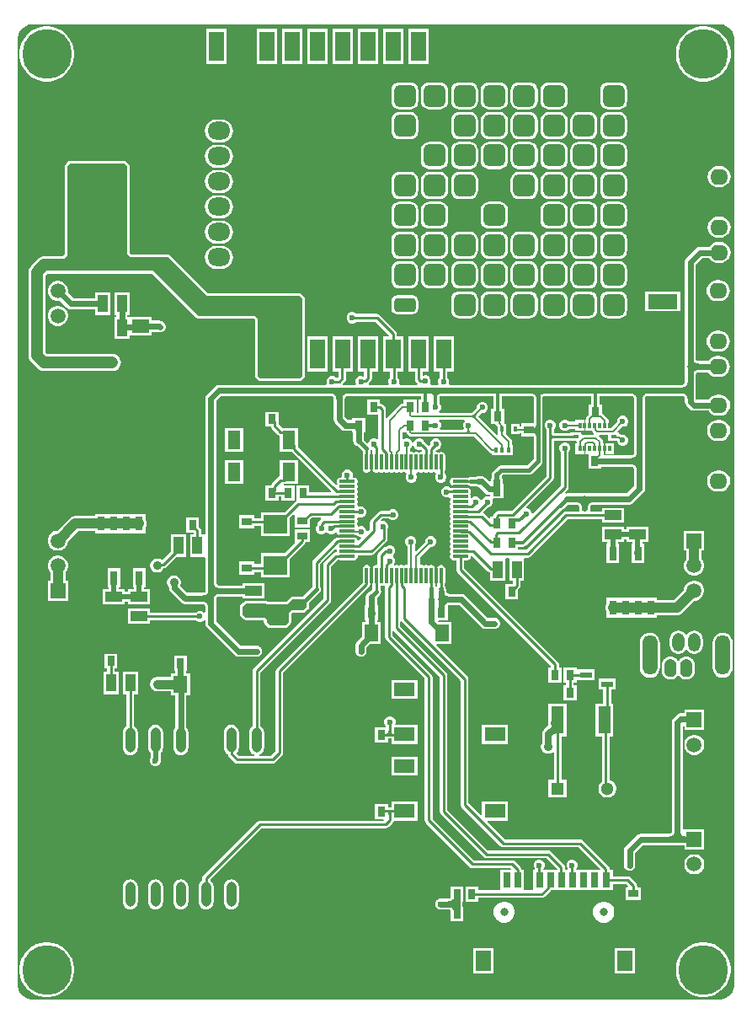
<source format=gbr>
%TF.GenerationSoftware,Altium Limited,Altium Designer,22.7.1 (60)*%
G04 Layer_Physical_Order=1*
G04 Layer_Color=255*
%FSLAX45Y45*%
%MOMM*%
%TF.SameCoordinates,C4916FE7-F214-4651-8B13-81D0A890374D*%
%TF.FilePolarity,Positive*%
%TF.FileFunction,Copper,L1,Top,Signal*%
%TF.Part,Single*%
G01*
G75*
%TA.AperFunction,SMDPad,CuDef*%
G04:AMPARAMS|DCode=10|XSize=1.56mm|YSize=0.28mm|CornerRadius=0.07mm|HoleSize=0mm|Usage=FLASHONLY|Rotation=90.000|XOffset=0mm|YOffset=0mm|HoleType=Round|Shape=RoundedRectangle|*
%AMROUNDEDRECTD10*
21,1,1.56000,0.14000,0,0,90.0*
21,1,1.42000,0.28000,0,0,90.0*
1,1,0.14000,0.07000,0.71000*
1,1,0.14000,0.07000,-0.71000*
1,1,0.14000,-0.07000,-0.71000*
1,1,0.14000,-0.07000,0.71000*
%
%ADD10ROUNDEDRECTD10*%
G04:AMPARAMS|DCode=11|XSize=1.56mm|YSize=0.28mm|CornerRadius=0.07mm|HoleSize=0mm|Usage=FLASHONLY|Rotation=180.000|XOffset=0mm|YOffset=0mm|HoleType=Round|Shape=RoundedRectangle|*
%AMROUNDEDRECTD11*
21,1,1.56000,0.14000,0,0,180.0*
21,1,1.42000,0.28000,0,0,180.0*
1,1,0.14000,-0.71000,0.07000*
1,1,0.14000,0.71000,0.07000*
1,1,0.14000,0.71000,-0.07000*
1,1,0.14000,-0.71000,-0.07000*
%
%ADD11ROUNDEDRECTD11*%
%ADD12R,0.59000X0.35000*%
%ADD13R,0.35000X0.59000*%
%ADD14R,0.35000X0.50000*%
G04:AMPARAMS|DCode=15|XSize=2.2mm|YSize=2.2mm|CornerRadius=0.55mm|HoleSize=0mm|Usage=FLASHONLY|Rotation=90.000|XOffset=0mm|YOffset=0mm|HoleType=Round|Shape=RoundedRectangle|*
%AMROUNDEDRECTD15*
21,1,2.20000,1.10000,0,0,90.0*
21,1,1.10000,2.20000,0,0,90.0*
1,1,1.10000,0.55000,0.55000*
1,1,1.10000,0.55000,-0.55000*
1,1,1.10000,-0.55000,-0.55000*
1,1,1.10000,-0.55000,0.55000*
%
%ADD15ROUNDEDRECTD15*%
G04:AMPARAMS|DCode=16|XSize=1.4mm|YSize=2.2mm|CornerRadius=0.35mm|HoleSize=0mm|Usage=FLASHONLY|Rotation=90.000|XOffset=0mm|YOffset=0mm|HoleType=Round|Shape=RoundedRectangle|*
%AMROUNDEDRECTD16*
21,1,1.40000,1.50000,0,0,90.0*
21,1,0.70000,2.20000,0,0,90.0*
1,1,0.70000,0.75000,0.35000*
1,1,0.70000,0.75000,-0.35000*
1,1,0.70000,-0.75000,-0.35000*
1,1,0.70000,-0.75000,0.35000*
%
%ADD16ROUNDEDRECTD16*%
%ADD17R,1.50000X3.00000*%
%ADD18R,3.00000X1.50000*%
%ADD19R,0.80000X1.50000*%
%ADD20R,1.50000X2.00000*%
%ADD21R,2.60000X1.60000*%
G04:AMPARAMS|DCode=22|XSize=2.3mm|YSize=2.5mm|CornerRadius=0.575mm|HoleSize=0mm|Usage=FLASHONLY|Rotation=270.000|XOffset=0mm|YOffset=0mm|HoleType=Round|Shape=RoundedRectangle|*
%AMROUNDEDRECTD22*
21,1,2.30000,1.35000,0,0,270.0*
21,1,1.15000,2.50000,0,0,270.0*
1,1,1.15000,-0.67500,-0.57500*
1,1,1.15000,-0.67500,0.57500*
1,1,1.15000,0.67500,0.57500*
1,1,1.15000,0.67500,-0.57500*
%
%ADD22ROUNDEDRECTD22*%
%ADD23R,1.16000X2.72000*%
%ADD24R,1.40000X1.70000*%
%ADD25R,1.70000X1.40000*%
%ADD26R,1.00000X1.70000*%
%ADD27R,0.80000X1.00000*%
%ADD28R,0.80000X1.45000*%
%ADD29R,1.70000X1.00000*%
%ADD30R,1.21920X0.53340*%
%ADD31R,1.30000X2.80000*%
%ADD32R,1.00000X0.80000*%
%ADD33R,2.40000X1.90000*%
%ADD34R,1.30000X1.90000*%
%ADD35O,1.00000X2.50000*%
%ADD36R,2.10000X1.40000*%
%TA.AperFunction,Conductor*%
%ADD37C,0.25400*%
%ADD38C,0.20000*%
%ADD39C,0.40000*%
%ADD40C,0.60000*%
%ADD41C,0.30000*%
%ADD42C,0.70000*%
%ADD43C,0.50000*%
%ADD44C,0.90000*%
%ADD45C,1.20000*%
%ADD46C,1.40000*%
%ADD47C,1.00000*%
%TA.AperFunction,ComponentPad*%
%ADD48O,1.80000X1.60000*%
%ADD49C,0.80000*%
%ADD50R,1.50800X1.50800*%
%ADD51C,1.50800*%
%ADD52O,1.50000X4.00000*%
%ADD53C,1.20000*%
%ADD54R,1.30000X1.30000*%
%ADD55C,1.30000*%
%ADD56O,2.30000X1.80000*%
%TA.AperFunction,ViaPad*%
%ADD57C,5.00000*%
%ADD58C,0.60000*%
%ADD59C,0.90000*%
G36*
X7150000Y9899999D02*
X7150000Y9900000D01*
X7164774Y9900000D01*
X7193753Y9894235D01*
X7221052Y9882928D01*
X7245619Y9866513D01*
X7266513Y9845620D01*
X7282928Y9821052D01*
X7294235Y9793753D01*
X7300000Y9764774D01*
X7299999Y9750000D01*
X7300000Y250000D01*
X7299999Y250000D01*
X7300000Y235226D01*
X7294235Y206246D01*
X7282928Y178948D01*
X7266512Y154380D01*
X7245619Y133487D01*
X7221051Y117072D01*
X7193753Y105764D01*
X7164773Y100000D01*
X7150000Y100000D01*
X250000D01*
X250000Y100000D01*
X235226Y100000D01*
X206246Y105765D01*
X178948Y117072D01*
X154380Y133487D01*
X133487Y154380D01*
X117072Y178948D01*
X105764Y206246D01*
X100000Y235226D01*
X100000Y250000D01*
X100000Y9749999D01*
X100000Y9764772D01*
X105764Y9793752D01*
X117071Y9821051D01*
X133486Y9845619D01*
X154380Y9866512D01*
X178948Y9882928D01*
X206246Y9894235D01*
X235226Y9900000D01*
X250000Y9900000D01*
X7149999Y9900000D01*
X7150000Y9899999D01*
D02*
G37*
%LPC*%
G36*
X2955400Y9850400D02*
X2754601D01*
Y9499601D01*
X2955400D01*
Y9850400D01*
D02*
G37*
G36*
X4225400Y9850400D02*
X4024601D01*
Y9499600D01*
X4225400D01*
Y9850400D01*
D02*
G37*
G36*
X3971400D02*
X3770601D01*
Y9499600D01*
X3971400D01*
Y9850400D01*
D02*
G37*
G36*
X3717400D02*
X3516601D01*
Y9499600D01*
X3717400D01*
Y9850400D01*
D02*
G37*
G36*
X3463400D02*
X3262601D01*
Y9499600D01*
X3463400D01*
Y9850400D01*
D02*
G37*
G36*
X3209400D02*
X3008601D01*
Y9499600D01*
X3209400D01*
Y9850400D01*
D02*
G37*
G36*
X2701400D02*
X2500601D01*
Y9499600D01*
X2701400D01*
Y9850400D01*
D02*
G37*
G36*
X2193400D02*
X1992601D01*
Y9499600D01*
X2193400D01*
Y9850400D01*
D02*
G37*
G36*
X7011675Y9875400D02*
X6968325D01*
X6925510Y9868619D01*
X6884283Y9855223D01*
X6845659Y9835543D01*
X6810589Y9810063D01*
X6779937Y9779411D01*
X6754457Y9744341D01*
X6734777Y9705717D01*
X6721381Y9664490D01*
X6714600Y9621675D01*
Y9578326D01*
X6721381Y9535511D01*
X6734777Y9494283D01*
X6754457Y9455659D01*
X6779937Y9420589D01*
X6810589Y9389937D01*
X6845659Y9364457D01*
X6884283Y9344777D01*
X6925510Y9331381D01*
X6968325Y9324600D01*
X7011675D01*
X7054490Y9331381D01*
X7095717Y9344777D01*
X7134341Y9364457D01*
X7169411Y9389937D01*
X7200063Y9420589D01*
X7225543Y9455659D01*
X7245223Y9494283D01*
X7258619Y9535511D01*
X7265400Y9578326D01*
Y9621675D01*
X7258619Y9664490D01*
X7245223Y9705717D01*
X7225543Y9744341D01*
X7200063Y9779411D01*
X7169411Y9810063D01*
X7134341Y9835543D01*
X7095717Y9855223D01*
X7054490Y9868619D01*
X7011675Y9875400D01*
D02*
G37*
G36*
X411675D02*
X368325D01*
X325510Y9868619D01*
X284283Y9855223D01*
X245659Y9835543D01*
X210589Y9810063D01*
X179937Y9779411D01*
X154457Y9744341D01*
X134777Y9705717D01*
X121381Y9664490D01*
X114600Y9621675D01*
Y9578326D01*
X121381Y9535511D01*
X134777Y9494283D01*
X154457Y9455659D01*
X179937Y9420589D01*
X210589Y9389937D01*
X245659Y9364457D01*
X284283Y9344777D01*
X325510Y9331381D01*
X368325Y9324600D01*
X411675D01*
X454490Y9331381D01*
X495717Y9344777D01*
X534341Y9364457D01*
X569411Y9389937D01*
X600063Y9420589D01*
X625543Y9455659D01*
X645223Y9494283D01*
X658619Y9535511D01*
X665400Y9578326D01*
Y9621675D01*
X658619Y9664490D01*
X645223Y9705717D01*
X625543Y9744341D01*
X600063Y9779411D01*
X569411Y9810063D01*
X534341Y9835543D01*
X495717Y9855223D01*
X454490Y9868619D01*
X411675Y9875400D01*
D02*
G37*
G36*
X4345000Y9316094D02*
X4235000D01*
X4214012Y9313331D01*
X4194454Y9305230D01*
X4177658Y9292342D01*
X4164771Y9275547D01*
X4156670Y9255989D01*
X4153907Y9235000D01*
Y9125001D01*
X4156670Y9104012D01*
X4164771Y9084454D01*
X4177658Y9067659D01*
X4194454Y9054771D01*
X4214012Y9046670D01*
X4235000Y9043907D01*
X4345000D01*
X4365989Y9046670D01*
X4385547Y9054771D01*
X4402342Y9067659D01*
X4415229Y9084454D01*
X4423331Y9104012D01*
X4426094Y9125001D01*
Y9235000D01*
X4423331Y9255989D01*
X4415229Y9275547D01*
X4402342Y9292342D01*
X4385547Y9305230D01*
X4365989Y9313331D01*
X4345000Y9316094D01*
D02*
G37*
G36*
X5545000Y9316094D02*
X5435000D01*
X5414012Y9313331D01*
X5394453Y9305229D01*
X5377658Y9292342D01*
X5364771Y9275547D01*
X5356670Y9255989D01*
X5353906Y9235000D01*
Y9125000D01*
X5356670Y9104012D01*
X5364771Y9084453D01*
X5377658Y9067658D01*
X5394453Y9054771D01*
X5414012Y9046670D01*
X5435000Y9043906D01*
X5545000D01*
X5565989Y9046670D01*
X5585547Y9054771D01*
X5602342Y9067658D01*
X5615229Y9084453D01*
X5623331Y9104012D01*
X5626094Y9125000D01*
Y9235000D01*
X5623331Y9255989D01*
X5615229Y9275547D01*
X5602342Y9292342D01*
X5585547Y9305229D01*
X5565989Y9313331D01*
X5545000Y9316094D01*
D02*
G37*
G36*
X6145000Y9316093D02*
X6035001D01*
X6014012Y9313330D01*
X5994454Y9305229D01*
X5977659Y9292342D01*
X5964771Y9275547D01*
X5956670Y9255988D01*
X5953907Y9235000D01*
Y9125000D01*
X5956670Y9104011D01*
X5964771Y9084453D01*
X5977659Y9067658D01*
X5994454Y9054771D01*
X6014012Y9046669D01*
X6035001Y9043906D01*
X6145000D01*
X6165989Y9046669D01*
X6185547Y9054771D01*
X6202342Y9067658D01*
X6215230Y9084453D01*
X6223331Y9104011D01*
X6226094Y9125000D01*
Y9235000D01*
X6223331Y9255988D01*
X6215230Y9275547D01*
X6202342Y9292342D01*
X6185547Y9305229D01*
X6165989Y9313330D01*
X6145000Y9316093D01*
D02*
G37*
G36*
X5245000D02*
X5135000D01*
X5114012Y9313330D01*
X5094453Y9305229D01*
X5077658Y9292342D01*
X5064771Y9275546D01*
X5056670Y9255988D01*
X5053906Y9235000D01*
Y9125000D01*
X5056670Y9104011D01*
X5064771Y9084453D01*
X5077658Y9067658D01*
X5094453Y9054771D01*
X5114012Y9046669D01*
X5135000Y9043906D01*
X5245000D01*
X5265988Y9046669D01*
X5285547Y9054771D01*
X5302342Y9067658D01*
X5315229Y9084453D01*
X5323330Y9104011D01*
X5326094Y9125000D01*
Y9235000D01*
X5323330Y9255988D01*
X5315229Y9275546D01*
X5302342Y9292342D01*
X5285547Y9305229D01*
X5265988Y9313330D01*
X5245000Y9316093D01*
D02*
G37*
G36*
X4945000D02*
X4835000D01*
X4814012Y9313330D01*
X4794453Y9305229D01*
X4777658Y9292342D01*
X4764771Y9275546D01*
X4756670Y9255988D01*
X4753906Y9235000D01*
Y9125000D01*
X4756670Y9104011D01*
X4764771Y9084453D01*
X4777658Y9067658D01*
X4794453Y9054771D01*
X4814012Y9046669D01*
X4835000Y9043906D01*
X4945000D01*
X4965989Y9046669D01*
X4985547Y9054771D01*
X5002342Y9067658D01*
X5015229Y9084453D01*
X5023331Y9104011D01*
X5026094Y9125000D01*
Y9235000D01*
X5023331Y9255988D01*
X5015229Y9275546D01*
X5002342Y9292342D01*
X4985547Y9305229D01*
X4965989Y9313330D01*
X4945000Y9316093D01*
D02*
G37*
G36*
X4645000D02*
X4535000D01*
X4514012Y9313330D01*
X4494453Y9305229D01*
X4477658Y9292342D01*
X4464771Y9275546D01*
X4456670Y9255988D01*
X4453907Y9235000D01*
Y9125000D01*
X4456670Y9104011D01*
X4464771Y9084453D01*
X4477658Y9067658D01*
X4494453Y9054771D01*
X4514012Y9046669D01*
X4535000Y9043906D01*
X4645000D01*
X4665989Y9046669D01*
X4685547Y9054771D01*
X4702342Y9067658D01*
X4715229Y9084453D01*
X4723331Y9104011D01*
X4726094Y9125000D01*
Y9235000D01*
X4723331Y9255988D01*
X4715229Y9275546D01*
X4702342Y9292342D01*
X4685547Y9305229D01*
X4665989Y9313330D01*
X4645000Y9316093D01*
D02*
G37*
G36*
X4045000D02*
X3935001D01*
X3914012Y9313330D01*
X3894453Y9305229D01*
X3877658Y9292342D01*
X3864771Y9275546D01*
X3856670Y9255988D01*
X3853907Y9235000D01*
Y9125000D01*
X3856670Y9104011D01*
X3864771Y9084453D01*
X3877658Y9067658D01*
X3894453Y9054771D01*
X3914012Y9046669D01*
X3935001Y9043906D01*
X4045000D01*
X4065989Y9046669D01*
X4085547Y9054771D01*
X4102342Y9067658D01*
X4115230Y9084453D01*
X4123331Y9104011D01*
X4126094Y9125000D01*
Y9235000D01*
X4123331Y9255988D01*
X4115230Y9275546D01*
X4102342Y9292342D01*
X4085547Y9305229D01*
X4065989Y9313330D01*
X4045000Y9316093D01*
D02*
G37*
G36*
X6145000Y9016093D02*
X6035001D01*
X6014012Y9013330D01*
X5994454Y9005229D01*
X5977659Y8992342D01*
X5964771Y8975547D01*
X5956670Y8955988D01*
X5953907Y8935000D01*
Y8825000D01*
X5956670Y8804011D01*
X5964771Y8784453D01*
X5977659Y8767658D01*
X5994454Y8754771D01*
X6014012Y8746669D01*
X6035001Y8743906D01*
X6145000D01*
X6165989Y8746669D01*
X6185547Y8754771D01*
X6202342Y8767658D01*
X6215230Y8784453D01*
X6223331Y8804011D01*
X6226094Y8825000D01*
Y8935000D01*
X6223331Y8955988D01*
X6215230Y8975547D01*
X6202342Y8992342D01*
X6185547Y9005229D01*
X6165989Y9013330D01*
X6145000Y9016093D01*
D02*
G37*
G36*
X5845000D02*
X5735000D01*
X5714011Y9013330D01*
X5694453Y9005229D01*
X5677658Y8992342D01*
X5664771Y8975546D01*
X5656669Y8955988D01*
X5653906Y8935000D01*
Y8825000D01*
X5656669Y8804011D01*
X5664771Y8784453D01*
X5677658Y8767658D01*
X5694453Y8754771D01*
X5714011Y8746669D01*
X5735000Y8743906D01*
X5845000D01*
X5865988Y8746669D01*
X5885547Y8754771D01*
X5902342Y8767658D01*
X5915229Y8784453D01*
X5923330Y8804011D01*
X5926094Y8825000D01*
Y8935000D01*
X5923330Y8955988D01*
X5915229Y8975546D01*
X5902342Y8992342D01*
X5885547Y9005229D01*
X5865988Y9013330D01*
X5845000Y9016093D01*
D02*
G37*
G36*
X5545000D02*
X5435000D01*
X5414012Y9013330D01*
X5394453Y9005229D01*
X5377658Y8992342D01*
X5364771Y8975546D01*
X5356669Y8955988D01*
X5353906Y8935000D01*
Y8825000D01*
X5356669Y8804011D01*
X5364771Y8784453D01*
X5377658Y8767658D01*
X5394453Y8754771D01*
X5414012Y8746669D01*
X5435000Y8743906D01*
X5545000D01*
X5565988Y8746669D01*
X5585547Y8754771D01*
X5602342Y8767658D01*
X5615229Y8784453D01*
X5623330Y8804011D01*
X5626094Y8825000D01*
Y8935000D01*
X5623330Y8955988D01*
X5615229Y8975546D01*
X5602342Y8992342D01*
X5585547Y9005229D01*
X5565988Y9013330D01*
X5545000Y9016093D01*
D02*
G37*
G36*
X5245000D02*
X5135000D01*
X5114012Y9013330D01*
X5094453Y9005229D01*
X5077658Y8992342D01*
X5064771Y8975546D01*
X5056670Y8955988D01*
X5053906Y8935000D01*
Y8825000D01*
X5056670Y8804011D01*
X5064771Y8784453D01*
X5077658Y8767658D01*
X5094453Y8754771D01*
X5114012Y8746669D01*
X5135000Y8743906D01*
X5245000D01*
X5265988Y8746669D01*
X5285547Y8754771D01*
X5302342Y8767658D01*
X5315229Y8784453D01*
X5323330Y8804011D01*
X5326094Y8825000D01*
Y8935000D01*
X5323330Y8955988D01*
X5315229Y8975546D01*
X5302342Y8992342D01*
X5285547Y9005229D01*
X5265988Y9013330D01*
X5245000Y9016093D01*
D02*
G37*
G36*
X4945000D02*
X4835000D01*
X4814012Y9013330D01*
X4794453Y9005229D01*
X4777658Y8992342D01*
X4764771Y8975546D01*
X4756670Y8955988D01*
X4753906Y8935000D01*
Y8825000D01*
X4756670Y8804011D01*
X4764771Y8784453D01*
X4777658Y8767658D01*
X4794453Y8754771D01*
X4814012Y8746669D01*
X4835000Y8743906D01*
X4945000D01*
X4965989Y8746669D01*
X4985547Y8754771D01*
X5002342Y8767658D01*
X5015229Y8784453D01*
X5023331Y8804011D01*
X5026094Y8825000D01*
Y8935000D01*
X5023331Y8955988D01*
X5015229Y8975546D01*
X5002342Y8992342D01*
X4985547Y9005229D01*
X4965989Y9013330D01*
X4945000Y9016093D01*
D02*
G37*
G36*
X4645000D02*
X4535000D01*
X4514012Y9013330D01*
X4494453Y9005229D01*
X4477658Y8992342D01*
X4464771Y8975546D01*
X4456670Y8955988D01*
X4453907Y8935000D01*
Y8825000D01*
X4456670Y8804011D01*
X4464771Y8784453D01*
X4477658Y8767658D01*
X4494453Y8754771D01*
X4514012Y8746669D01*
X4535000Y8743906D01*
X4645000D01*
X4665989Y8746669D01*
X4685547Y8754771D01*
X4702342Y8767658D01*
X4715229Y8784453D01*
X4723331Y8804011D01*
X4726094Y8825000D01*
Y8935000D01*
X4723331Y8955988D01*
X4715229Y8975546D01*
X4702342Y8992342D01*
X4685547Y9005229D01*
X4665989Y9013330D01*
X4645000Y9016093D01*
D02*
G37*
G36*
X4045000D02*
X3935001D01*
X3914012Y9013330D01*
X3894453Y9005229D01*
X3877658Y8992342D01*
X3864771Y8975546D01*
X3856670Y8955988D01*
X3853907Y8935000D01*
Y8825000D01*
X3856670Y8804011D01*
X3864771Y8784453D01*
X3877658Y8767658D01*
X3894453Y8754771D01*
X3914012Y8746669D01*
X3935001Y8743906D01*
X4045000D01*
X4065989Y8746669D01*
X4085547Y8754771D01*
X4102342Y8767658D01*
X4115230Y8784453D01*
X4123331Y8804011D01*
X4126094Y8825000D01*
Y8935000D01*
X4123331Y8955988D01*
X4115230Y8975546D01*
X4102342Y8992342D01*
X4085547Y9005229D01*
X4065989Y9013330D01*
X4045000Y9016093D01*
D02*
G37*
G36*
X2145000Y8942395D02*
X2094999D01*
X2064874Y8938429D01*
X2036802Y8926801D01*
X2012695Y8908304D01*
X1994198Y8884198D01*
X1982570Y8856125D01*
X1978604Y8826000D01*
X1982570Y8795874D01*
X1994198Y8767802D01*
X2012695Y8743696D01*
X2036802Y8725198D01*
X2064874Y8713570D01*
X2094999Y8709604D01*
X2145000D01*
X2175125Y8713570D01*
X2203198Y8725198D01*
X2227304Y8743696D01*
X2245801Y8767802D01*
X2257429Y8795874D01*
X2261395Y8826000D01*
X2257429Y8856125D01*
X2245801Y8884198D01*
X2227304Y8908304D01*
X2203198Y8926801D01*
X2175125Y8938429D01*
X2145000Y8942395D01*
D02*
G37*
G36*
Y8688395D02*
X2094999D01*
X2064874Y8684429D01*
X2036802Y8672801D01*
X2012695Y8654304D01*
X1994198Y8630198D01*
X1982570Y8602125D01*
X1978604Y8572000D01*
X1982570Y8541874D01*
X1994198Y8513802D01*
X2012695Y8489696D01*
X2036802Y8471198D01*
X2064874Y8459570D01*
X2094999Y8455604D01*
X2145000D01*
X2175125Y8459570D01*
X2203198Y8471198D01*
X2227304Y8489696D01*
X2245801Y8513802D01*
X2257429Y8541874D01*
X2261395Y8572000D01*
X2257429Y8602125D01*
X2245801Y8630198D01*
X2227304Y8654304D01*
X2203198Y8672801D01*
X2175125Y8684429D01*
X2145000Y8688395D01*
D02*
G37*
G36*
X5845000Y8716094D02*
X5735000D01*
X5714012Y8713331D01*
X5694453Y8705229D01*
X5677658Y8692342D01*
X5664771Y8675547D01*
X5656670Y8655989D01*
X5653906Y8635000D01*
Y8525000D01*
X5656670Y8504012D01*
X5664771Y8484453D01*
X5677658Y8467658D01*
X5694453Y8454771D01*
X5714012Y8446670D01*
X5735000Y8443907D01*
X5845000D01*
X5865989Y8446670D01*
X5885547Y8454771D01*
X5902342Y8467658D01*
X5915229Y8484453D01*
X5923331Y8504012D01*
X5926094Y8525000D01*
Y8635000D01*
X5923331Y8655989D01*
X5915229Y8675547D01*
X5902342Y8692342D01*
X5885547Y8705229D01*
X5865989Y8713331D01*
X5845000Y8716094D01*
D02*
G37*
G36*
X6145000Y8716094D02*
X6035001D01*
X6014012Y8713330D01*
X5994454Y8705229D01*
X5977659Y8692342D01*
X5964771Y8675547D01*
X5956670Y8655988D01*
X5953907Y8635000D01*
Y8525000D01*
X5956670Y8504011D01*
X5964771Y8484453D01*
X5977659Y8467658D01*
X5994454Y8454771D01*
X6014012Y8446669D01*
X6035001Y8443906D01*
X6145000D01*
X6165989Y8446669D01*
X6185547Y8454771D01*
X6202342Y8467658D01*
X6215230Y8484453D01*
X6223331Y8504011D01*
X6226094Y8525000D01*
Y8635000D01*
X6223331Y8655988D01*
X6215230Y8675547D01*
X6202342Y8692342D01*
X6185547Y8705229D01*
X6165989Y8713330D01*
X6145000Y8716094D01*
D02*
G37*
G36*
X5545000D02*
X5435000D01*
X5414012Y8713330D01*
X5394453Y8705229D01*
X5377658Y8692342D01*
X5364771Y8675547D01*
X5356669Y8655988D01*
X5353906Y8635000D01*
Y8525000D01*
X5356669Y8504011D01*
X5364771Y8484453D01*
X5377658Y8467658D01*
X5394453Y8454771D01*
X5414012Y8446669D01*
X5435000Y8443906D01*
X5545000D01*
X5565988Y8446669D01*
X5585547Y8454771D01*
X5602342Y8467658D01*
X5615229Y8484453D01*
X5623330Y8504011D01*
X5626094Y8525000D01*
Y8635000D01*
X5623330Y8655988D01*
X5615229Y8675547D01*
X5602342Y8692342D01*
X5585547Y8705229D01*
X5565988Y8713330D01*
X5545000Y8716094D01*
D02*
G37*
G36*
X5245000D02*
X5135000D01*
X5114012Y8713330D01*
X5094453Y8705229D01*
X5077658Y8692342D01*
X5064771Y8675547D01*
X5056670Y8655988D01*
X5053906Y8635000D01*
Y8525000D01*
X5056670Y8504011D01*
X5064771Y8484453D01*
X5077658Y8467658D01*
X5094453Y8454771D01*
X5114012Y8446669D01*
X5135000Y8443906D01*
X5245000D01*
X5265988Y8446669D01*
X5285547Y8454771D01*
X5302342Y8467658D01*
X5315229Y8484453D01*
X5323330Y8504011D01*
X5326094Y8525000D01*
Y8635000D01*
X5323330Y8655988D01*
X5315229Y8675547D01*
X5302342Y8692342D01*
X5285547Y8705229D01*
X5265988Y8713330D01*
X5245000Y8716094D01*
D02*
G37*
G36*
X4945000D02*
X4835000D01*
X4814012Y8713330D01*
X4794453Y8705229D01*
X4777658Y8692342D01*
X4764771Y8675547D01*
X4756670Y8655988D01*
X4753906Y8635000D01*
Y8525000D01*
X4756670Y8504011D01*
X4764771Y8484453D01*
X4777658Y8467658D01*
X4794453Y8454771D01*
X4814012Y8446669D01*
X4835000Y8443906D01*
X4945000D01*
X4965989Y8446669D01*
X4985547Y8454771D01*
X5002342Y8467658D01*
X5015229Y8484453D01*
X5023331Y8504011D01*
X5026094Y8525000D01*
Y8635000D01*
X5023331Y8655988D01*
X5015229Y8675547D01*
X5002342Y8692342D01*
X4985547Y8705229D01*
X4965989Y8713330D01*
X4945000Y8716094D01*
D02*
G37*
G36*
X4645000D02*
X4535000D01*
X4514012Y8713330D01*
X4494453Y8705229D01*
X4477658Y8692342D01*
X4464771Y8675547D01*
X4456670Y8655988D01*
X4453907Y8635000D01*
Y8525000D01*
X4456670Y8504011D01*
X4464771Y8484453D01*
X4477658Y8467658D01*
X4494453Y8454771D01*
X4514012Y8446669D01*
X4535000Y8443906D01*
X4645000D01*
X4665989Y8446669D01*
X4685547Y8454771D01*
X4702342Y8467658D01*
X4715229Y8484453D01*
X4723331Y8504011D01*
X4726094Y8525000D01*
Y8635000D01*
X4723331Y8655988D01*
X4715229Y8675547D01*
X4702342Y8692342D01*
X4685547Y8705229D01*
X4665989Y8713330D01*
X4645000Y8716094D01*
D02*
G37*
G36*
X4345000D02*
X4235000D01*
X4214012Y8713330D01*
X4194453Y8705229D01*
X4177658Y8692342D01*
X4164771Y8675547D01*
X4156670Y8655988D01*
X4153907Y8635000D01*
Y8525000D01*
X4156670Y8504011D01*
X4164771Y8484453D01*
X4177658Y8467658D01*
X4194453Y8454771D01*
X4214012Y8446669D01*
X4235000Y8443906D01*
X4345000D01*
X4365989Y8446669D01*
X4385547Y8454771D01*
X4402342Y8467658D01*
X4415229Y8484453D01*
X4423331Y8504011D01*
X4426094Y8525000D01*
Y8635000D01*
X4423331Y8655988D01*
X4415229Y8675547D01*
X4402342Y8692342D01*
X4385547Y8705229D01*
X4365989Y8713330D01*
X4345000Y8716094D01*
D02*
G37*
G36*
X7160000Y8474310D02*
X7140000D01*
X7112485Y8470688D01*
X7086845Y8460068D01*
X7064828Y8443173D01*
X7047933Y8421156D01*
X7037313Y8395516D01*
X7033691Y8368001D01*
X7037313Y8340486D01*
X7047933Y8314846D01*
X7064828Y8292829D01*
X7086845Y8275934D01*
X7112485Y8265314D01*
X7140000Y8261692D01*
X7160000D01*
X7187515Y8265314D01*
X7213154Y8275934D01*
X7235172Y8292829D01*
X7252067Y8314846D01*
X7262687Y8340486D01*
X7266309Y8368001D01*
X7262687Y8395516D01*
X7252067Y8421156D01*
X7235172Y8443173D01*
X7213154Y8460068D01*
X7187515Y8470688D01*
X7160000Y8474310D01*
D02*
G37*
G36*
X2145000Y8434395D02*
X2094999D01*
X2064874Y8430429D01*
X2036802Y8418801D01*
X2012695Y8400304D01*
X1994198Y8376198D01*
X1982570Y8348125D01*
X1978604Y8318000D01*
X1982570Y8287874D01*
X1994198Y8259802D01*
X2012695Y8235696D01*
X2036802Y8217198D01*
X2064874Y8205570D01*
X2094999Y8201604D01*
X2145000D01*
X2175125Y8205570D01*
X2203198Y8217198D01*
X2227304Y8235696D01*
X2245801Y8259802D01*
X2257429Y8287874D01*
X2261395Y8318000D01*
X2257429Y8348125D01*
X2245801Y8376198D01*
X2227304Y8400304D01*
X2203198Y8418801D01*
X2175125Y8430429D01*
X2145000Y8434395D01*
D02*
G37*
G36*
X6145000Y8416094D02*
X6035001D01*
X6014012Y8413330D01*
X5994454Y8405229D01*
X5977659Y8392342D01*
X5964771Y8375547D01*
X5956670Y8355988D01*
X5953907Y8335000D01*
Y8225000D01*
X5956670Y8204012D01*
X5964771Y8184453D01*
X5977659Y8167658D01*
X5994454Y8154771D01*
X6014012Y8146670D01*
X6035001Y8143906D01*
X6145000D01*
X6165989Y8146670D01*
X6185547Y8154771D01*
X6202342Y8167658D01*
X6215230Y8184453D01*
X6223331Y8204012D01*
X6226094Y8225000D01*
Y8335000D01*
X6223331Y8355988D01*
X6215230Y8375547D01*
X6202342Y8392342D01*
X6185547Y8405229D01*
X6165989Y8413330D01*
X6145000Y8416094D01*
D02*
G37*
G36*
X5845000D02*
X5735000D01*
X5714011Y8413330D01*
X5694453Y8405229D01*
X5677658Y8392342D01*
X5664771Y8375547D01*
X5656669Y8355988D01*
X5653906Y8335000D01*
Y8225000D01*
X5656669Y8204012D01*
X5664771Y8184453D01*
X5677658Y8167658D01*
X5694453Y8154771D01*
X5714011Y8146670D01*
X5735000Y8143906D01*
X5845000D01*
X5865988Y8146670D01*
X5885547Y8154771D01*
X5902342Y8167658D01*
X5915229Y8184453D01*
X5923330Y8204012D01*
X5926094Y8225000D01*
Y8335000D01*
X5923330Y8355988D01*
X5915229Y8375547D01*
X5902342Y8392342D01*
X5885547Y8405229D01*
X5865988Y8413330D01*
X5845000Y8416094D01*
D02*
G37*
G36*
X5545000D02*
X5435000D01*
X5414012Y8413330D01*
X5394453Y8405229D01*
X5377658Y8392342D01*
X5364771Y8375547D01*
X5356669Y8355988D01*
X5353906Y8335000D01*
Y8225000D01*
X5356669Y8204012D01*
X5364771Y8184453D01*
X5377658Y8167658D01*
X5394453Y8154771D01*
X5414012Y8146670D01*
X5435000Y8143906D01*
X5545000D01*
X5565988Y8146670D01*
X5585547Y8154771D01*
X5602342Y8167658D01*
X5615229Y8184453D01*
X5623330Y8204012D01*
X5626094Y8225000D01*
Y8335000D01*
X5623330Y8355988D01*
X5615229Y8375547D01*
X5602342Y8392342D01*
X5585547Y8405229D01*
X5565988Y8413330D01*
X5545000Y8416094D01*
D02*
G37*
G36*
X5245000D02*
X5135000D01*
X5114012Y8413330D01*
X5094453Y8405229D01*
X5077658Y8392342D01*
X5064771Y8375547D01*
X5056670Y8355988D01*
X5053906Y8335000D01*
Y8225000D01*
X5056670Y8204012D01*
X5064771Y8184453D01*
X5077658Y8167658D01*
X5094453Y8154771D01*
X5114012Y8146670D01*
X5135000Y8143906D01*
X5245000D01*
X5265988Y8146670D01*
X5285547Y8154771D01*
X5302342Y8167658D01*
X5315229Y8184453D01*
X5323330Y8204012D01*
X5326094Y8225000D01*
Y8335000D01*
X5323330Y8355988D01*
X5315229Y8375547D01*
X5302342Y8392342D01*
X5285547Y8405229D01*
X5265988Y8413330D01*
X5245000Y8416094D01*
D02*
G37*
G36*
X4645000D02*
X4535000D01*
X4514012Y8413330D01*
X4494453Y8405229D01*
X4477658Y8392342D01*
X4464771Y8375547D01*
X4456670Y8355988D01*
X4453907Y8335000D01*
Y8225000D01*
X4456670Y8204012D01*
X4464771Y8184453D01*
X4477658Y8167658D01*
X4494453Y8154771D01*
X4514012Y8146670D01*
X4535000Y8143906D01*
X4645000D01*
X4665989Y8146670D01*
X4685547Y8154771D01*
X4702342Y8167658D01*
X4715229Y8184453D01*
X4723331Y8204012D01*
X4726094Y8225000D01*
Y8335000D01*
X4723331Y8355988D01*
X4715229Y8375547D01*
X4702342Y8392342D01*
X4685547Y8405229D01*
X4665989Y8413330D01*
X4645000Y8416094D01*
D02*
G37*
G36*
X4345000D02*
X4235000D01*
X4214012Y8413330D01*
X4194453Y8405229D01*
X4177658Y8392342D01*
X4164771Y8375547D01*
X4156670Y8355988D01*
X4153907Y8335000D01*
Y8225000D01*
X4156670Y8204012D01*
X4164771Y8184453D01*
X4177658Y8167658D01*
X4194453Y8154771D01*
X4214012Y8146670D01*
X4235000Y8143906D01*
X4345000D01*
X4365989Y8146670D01*
X4385547Y8154771D01*
X4402342Y8167658D01*
X4415229Y8184453D01*
X4423331Y8204012D01*
X4426094Y8225000D01*
Y8335000D01*
X4423331Y8355988D01*
X4415229Y8375547D01*
X4402342Y8392342D01*
X4385547Y8405229D01*
X4365989Y8413330D01*
X4345000Y8416094D01*
D02*
G37*
G36*
X4045000D02*
X3935001D01*
X3914012Y8413330D01*
X3894453Y8405229D01*
X3877658Y8392342D01*
X3864771Y8375547D01*
X3856670Y8355988D01*
X3853907Y8335000D01*
Y8225000D01*
X3856670Y8204012D01*
X3864771Y8184453D01*
X3877658Y8167658D01*
X3894453Y8154771D01*
X3914012Y8146670D01*
X3935001Y8143906D01*
X4045000D01*
X4065989Y8146670D01*
X4085547Y8154771D01*
X4102342Y8167658D01*
X4115230Y8184453D01*
X4123331Y8204012D01*
X4126094Y8225000D01*
Y8335000D01*
X4123331Y8355988D01*
X4115230Y8375547D01*
X4102342Y8392342D01*
X4085547Y8405229D01*
X4065989Y8413330D01*
X4045000Y8416094D01*
D02*
G37*
G36*
X2145000Y8180395D02*
X2094999D01*
X2064874Y8176429D01*
X2036802Y8164801D01*
X2012695Y8146304D01*
X1994198Y8122198D01*
X1982570Y8094125D01*
X1978604Y8064000D01*
X1982570Y8033874D01*
X1994198Y8005802D01*
X2012695Y7981696D01*
X2036802Y7963198D01*
X2064874Y7951570D01*
X2094999Y7947604D01*
X2145000D01*
X2175125Y7951570D01*
X2203198Y7963198D01*
X2227304Y7981696D01*
X2245801Y8005802D01*
X2257429Y8033874D01*
X2261395Y8064000D01*
X2257429Y8094125D01*
X2245801Y8122198D01*
X2227304Y8146304D01*
X2203198Y8164801D01*
X2175125Y8176429D01*
X2145000Y8180395D01*
D02*
G37*
G36*
X6145000Y8116094D02*
X6035001D01*
X6014012Y8113330D01*
X5994454Y8105229D01*
X5977659Y8092342D01*
X5964771Y8075547D01*
X5956670Y8055988D01*
X5953907Y8035000D01*
Y7925000D01*
X5956670Y7904012D01*
X5964771Y7884453D01*
X5977659Y7867658D01*
X5994454Y7854771D01*
X6014012Y7846670D01*
X6035001Y7843906D01*
X6145000D01*
X6165989Y7846670D01*
X6185547Y7854771D01*
X6202342Y7867658D01*
X6215230Y7884453D01*
X6223331Y7904012D01*
X6226094Y7925000D01*
Y8035000D01*
X6223331Y8055988D01*
X6215230Y8075547D01*
X6202342Y8092342D01*
X6185547Y8105229D01*
X6165989Y8113330D01*
X6145000Y8116094D01*
D02*
G37*
G36*
X5845000D02*
X5735000D01*
X5714011Y8113330D01*
X5694453Y8105229D01*
X5677658Y8092342D01*
X5664771Y8075547D01*
X5656669Y8055988D01*
X5653906Y8035000D01*
Y7925000D01*
X5656669Y7904012D01*
X5664771Y7884453D01*
X5677658Y7867658D01*
X5694453Y7854771D01*
X5714011Y7846670D01*
X5735000Y7843906D01*
X5845000D01*
X5865988Y7846670D01*
X5885547Y7854771D01*
X5902342Y7867658D01*
X5915229Y7884453D01*
X5923330Y7904012D01*
X5926094Y7925000D01*
Y8035000D01*
X5923330Y8055988D01*
X5915229Y8075547D01*
X5902342Y8092342D01*
X5885547Y8105229D01*
X5865988Y8113330D01*
X5845000Y8116094D01*
D02*
G37*
G36*
X5545000D02*
X5435000D01*
X5414012Y8113330D01*
X5394453Y8105229D01*
X5377658Y8092342D01*
X5364771Y8075547D01*
X5356669Y8055988D01*
X5353906Y8035000D01*
Y7925000D01*
X5356669Y7904012D01*
X5364771Y7884453D01*
X5377658Y7867658D01*
X5394453Y7854771D01*
X5414012Y7846670D01*
X5435000Y7843906D01*
X5545000D01*
X5565988Y7846670D01*
X5585547Y7854771D01*
X5602342Y7867658D01*
X5615229Y7884453D01*
X5623330Y7904012D01*
X5626094Y7925000D01*
Y8035000D01*
X5623330Y8055988D01*
X5615229Y8075547D01*
X5602342Y8092342D01*
X5585547Y8105229D01*
X5565988Y8113330D01*
X5545000Y8116094D01*
D02*
G37*
G36*
X4945000D02*
X4835000D01*
X4814012Y8113330D01*
X4794453Y8105229D01*
X4777658Y8092342D01*
X4764771Y8075547D01*
X4756670Y8055988D01*
X4753906Y8035000D01*
Y7925000D01*
X4756670Y7904012D01*
X4764771Y7884453D01*
X4777658Y7867658D01*
X4794453Y7854771D01*
X4814012Y7846670D01*
X4835000Y7843906D01*
X4945000D01*
X4965989Y7846670D01*
X4985547Y7854771D01*
X5002342Y7867658D01*
X5015229Y7884453D01*
X5023331Y7904012D01*
X5026094Y7925000D01*
Y8035000D01*
X5023331Y8055988D01*
X5015229Y8075547D01*
X5002342Y8092342D01*
X4985547Y8105229D01*
X4965989Y8113330D01*
X4945000Y8116094D01*
D02*
G37*
G36*
X4345000D02*
X4235000D01*
X4214012Y8113330D01*
X4194453Y8105229D01*
X4177658Y8092342D01*
X4164771Y8075547D01*
X4156670Y8055988D01*
X4153907Y8035000D01*
Y7925000D01*
X4156670Y7904012D01*
X4164771Y7884453D01*
X4177658Y7867658D01*
X4194453Y7854771D01*
X4214012Y7846670D01*
X4235000Y7843906D01*
X4345000D01*
X4365989Y7846670D01*
X4385547Y7854771D01*
X4402342Y7867658D01*
X4415229Y7884453D01*
X4423331Y7904012D01*
X4426094Y7925000D01*
Y8035000D01*
X4423331Y8055988D01*
X4415229Y8075547D01*
X4402342Y8092342D01*
X4385547Y8105229D01*
X4365989Y8113330D01*
X4345000Y8116094D01*
D02*
G37*
G36*
X4045000D02*
X3935001D01*
X3914012Y8113330D01*
X3894453Y8105229D01*
X3877658Y8092342D01*
X3864771Y8075547D01*
X3856670Y8055988D01*
X3853907Y8035000D01*
Y7925000D01*
X3856670Y7904012D01*
X3864771Y7884453D01*
X3877658Y7867658D01*
X3894453Y7854771D01*
X3914012Y7846670D01*
X3935001Y7843906D01*
X4045000D01*
X4065989Y7846670D01*
X4085547Y7854771D01*
X4102342Y7867658D01*
X4115230Y7884453D01*
X4123331Y7904012D01*
X4126094Y7925000D01*
Y8035000D01*
X4123331Y8055988D01*
X4115230Y8075547D01*
X4102342Y8092342D01*
X4085547Y8105229D01*
X4065989Y8113330D01*
X4045000Y8116094D01*
D02*
G37*
G36*
X7160000Y7966310D02*
X7140000D01*
X7112485Y7962688D01*
X7086845Y7952068D01*
X7064828Y7935173D01*
X7047933Y7913156D01*
X7037313Y7887516D01*
X7033691Y7860001D01*
X7037313Y7832486D01*
X7047933Y7806846D01*
X7064828Y7784829D01*
X7086845Y7767934D01*
X7112485Y7757314D01*
X7140000Y7753692D01*
X7160000D01*
X7187515Y7757314D01*
X7213154Y7767934D01*
X7235172Y7784829D01*
X7252067Y7806846D01*
X7262687Y7832486D01*
X7266309Y7860001D01*
X7262687Y7887516D01*
X7252067Y7913156D01*
X7235172Y7935173D01*
X7213154Y7952068D01*
X7187515Y7962688D01*
X7160000Y7966310D01*
D02*
G37*
G36*
X2145000Y7926395D02*
X2094999D01*
X2064874Y7922429D01*
X2036802Y7910801D01*
X2012695Y7892304D01*
X1994198Y7868198D01*
X1982570Y7840125D01*
X1978604Y7810000D01*
X1982570Y7779874D01*
X1994198Y7751802D01*
X2012695Y7727696D01*
X2036802Y7709198D01*
X2064874Y7697570D01*
X2094999Y7693604D01*
X2145000D01*
X2175125Y7697570D01*
X2203198Y7709198D01*
X2227304Y7727696D01*
X2245801Y7751802D01*
X2257429Y7779874D01*
X2261395Y7810000D01*
X2257429Y7840125D01*
X2245801Y7868198D01*
X2227304Y7892304D01*
X2203198Y7910801D01*
X2175125Y7922429D01*
X2145000Y7926395D01*
D02*
G37*
G36*
X7160000Y7712310D02*
X7140000D01*
X7112485Y7708688D01*
X7086845Y7698068D01*
X7064828Y7681173D01*
X7050489Y7662486D01*
X6956002D01*
X6956001Y7662487D01*
X6934385Y7658187D01*
X6916060Y7645942D01*
X6916059Y7645942D01*
X6820059Y7549941D01*
X6807814Y7531616D01*
X6803514Y7510000D01*
X6803515Y7509999D01*
Y6460000D01*
Y6300936D01*
X6802428Y6294781D01*
X6800738Y6289710D01*
X6798779Y6286070D01*
X6796597Y6283403D01*
X6793929Y6281221D01*
X6790290Y6279262D01*
X6785220Y6277572D01*
X6779064Y6276485D01*
X4439829D01*
X4431343Y6289186D01*
X4435400Y6298980D01*
Y6321020D01*
X4426966Y6341381D01*
X4418846Y6349501D01*
Y6409600D01*
X4479400D01*
Y6760400D01*
X4278601D01*
Y6409600D01*
X4341153D01*
Y6349501D01*
X4333034Y6341381D01*
X4324600Y6321020D01*
Y6298980D01*
X4328657Y6289186D01*
X4320171Y6276485D01*
X4251426D01*
X4244272Y6289186D01*
X4250400Y6303980D01*
Y6326020D01*
X4241966Y6346382D01*
X4226381Y6361966D01*
X4206020Y6370400D01*
X4183980D01*
X4179406Y6368505D01*
X4168847Y6375561D01*
Y6409600D01*
X4225400D01*
Y6760400D01*
X4024601D01*
Y6409600D01*
X4091154D01*
Y6330000D01*
X4094111Y6315134D01*
X4102532Y6302531D01*
X4115878Y6289185D01*
X4114645Y6282493D01*
X4111204Y6276485D01*
X3939829D01*
X3931343Y6289186D01*
X3935400Y6298980D01*
Y6321020D01*
X3926966Y6341382D01*
X3918847Y6349501D01*
Y6409600D01*
X3971400D01*
Y6760400D01*
X3909847D01*
Y6789000D01*
X3906890Y6803866D01*
X3898469Y6816468D01*
X3737469Y6977469D01*
X3724866Y6985890D01*
X3710000Y6988847D01*
X3499501D01*
X3491381Y6996966D01*
X3471020Y7005400D01*
X3448980D01*
X3428618Y6996966D01*
X3413034Y6981382D01*
X3404600Y6961020D01*
Y6938980D01*
X3413034Y6918619D01*
X3428618Y6903034D01*
X3448980Y6894600D01*
X3471020D01*
X3491381Y6903034D01*
X3499501Y6911154D01*
X3693909D01*
X3831963Y6773100D01*
X3831692Y6760400D01*
X3770600D01*
Y6409600D01*
X3841154D01*
Y6349501D01*
X3833034Y6341382D01*
X3824600Y6321020D01*
Y6298980D01*
X3828657Y6289186D01*
X3820171Y6276485D01*
X3629383D01*
X3624122Y6289185D01*
X3647469Y6312532D01*
X3655890Y6325134D01*
X3658847Y6340000D01*
Y6409600D01*
X3717400D01*
Y6760400D01*
X3516601D01*
Y6409600D01*
X3581154D01*
Y6368490D01*
X3570594Y6361434D01*
X3561020Y6365400D01*
X3538980D01*
X3518619Y6356966D01*
X3503034Y6341382D01*
X3494600Y6321020D01*
Y6298980D01*
X3498657Y6289186D01*
X3490171Y6276485D01*
X3367204D01*
X3361943Y6289185D01*
X3387468Y6314711D01*
X3395889Y6327313D01*
X3398846Y6342179D01*
Y6409600D01*
X3463400D01*
Y6760400D01*
X3262601D01*
Y6409600D01*
X3321153D01*
Y6358270D01*
X3311730Y6348847D01*
X3299501D01*
X3291382Y6356966D01*
X3271020Y6365400D01*
X3248980D01*
X3228619Y6356966D01*
X3213034Y6341382D01*
X3204600Y6321020D01*
Y6298980D01*
X3208657Y6289186D01*
X3200171Y6276485D01*
X2120001D01*
X2120000Y6276486D01*
X2098384Y6272186D01*
X2080059Y6259941D01*
X2080058Y6259940D01*
X2000059Y6179941D01*
X1987814Y6161616D01*
X1983514Y6140000D01*
X1983515Y6139999D01*
Y4781810D01*
X1980400Y4770400D01*
X1970814Y4770400D01*
X1943847D01*
Y4810000D01*
X1940889Y4824866D01*
X1932469Y4837469D01*
X1920400Y4849537D01*
Y4945400D01*
X1789600D01*
Y4794600D01*
X1865463D01*
X1866153Y4793909D01*
Y4770400D01*
X1829600D01*
Y4549600D01*
X1980400Y4549600D01*
X1983515Y4538190D01*
Y4198987D01*
X1982984Y4196765D01*
X1982098Y4194804D01*
X1981057Y4193376D01*
X1979490Y4191962D01*
X1976842Y4190362D01*
X1972684Y4188709D01*
X1966817Y4187265D01*
X1960832Y4186485D01*
X1803397D01*
X1732474Y4257408D01*
X1735602Y4262827D01*
X1740400Y4280732D01*
Y4299269D01*
X1735602Y4317173D01*
X1726334Y4333227D01*
X1713227Y4346334D01*
X1697173Y4355602D01*
X1679268Y4360400D01*
X1660732D01*
X1642827Y4355602D01*
X1626773Y4346334D01*
X1613666Y4333227D01*
X1604398Y4317173D01*
X1599600Y4299269D01*
Y4280732D01*
X1604398Y4262827D01*
X1613666Y4246773D01*
X1619255Y4241185D01*
Y4234261D01*
X1619255Y4234260D01*
X1623555Y4212644D01*
X1635799Y4194319D01*
X1740058Y4090060D01*
X1740058Y4090059D01*
X1758384Y4077815D01*
X1780000Y4073515D01*
X1780001Y4073515D01*
X1959064D01*
X1965219Y4072428D01*
X1970290Y4070738D01*
X1973930Y4068779D01*
X1976597Y4066597D01*
X1978779Y4063929D01*
X1980738Y4060290D01*
X1982428Y4055220D01*
X1983515Y4049064D01*
Y3992793D01*
X1970815Y3987533D01*
X1961381Y3996966D01*
X1941020Y4005400D01*
X1918980D01*
X1898619Y3996966D01*
X1890499Y3988846D01*
X1430400D01*
Y4030400D01*
X1209601D01*
Y3879600D01*
X1430400D01*
Y3911153D01*
X1890499D01*
X1898619Y3903034D01*
X1918980Y3894600D01*
X1941020D01*
X1961381Y3903034D01*
X1970815Y3912467D01*
X1983515Y3907207D01*
Y3880001D01*
X1983514Y3880000D01*
X1987814Y3858384D01*
X2000059Y3840059D01*
X2280058Y3560059D01*
X2280059Y3560059D01*
X2298384Y3547814D01*
X2320000Y3543514D01*
X2320001Y3543515D01*
X2500000D01*
X2505457Y3544600D01*
X2511020D01*
X2516160Y3546729D01*
X2521616Y3547814D01*
X2526242Y3550905D01*
X2531382Y3553034D01*
X2535315Y3556967D01*
X2539941Y3560059D01*
X2543033Y3564685D01*
X2546966Y3568618D01*
X2549095Y3573758D01*
X2552186Y3578384D01*
X2553271Y3583840D01*
X2555400Y3588980D01*
Y3594543D01*
X2556485Y3600000D01*
X2555400Y3605456D01*
Y3611020D01*
X2553271Y3616160D01*
X2552186Y3621616D01*
X2549095Y3626241D01*
X2546966Y3631381D01*
X2543033Y3635315D01*
X2539941Y3639941D01*
X2535315Y3643032D01*
X2531382Y3646966D01*
X2526242Y3649095D01*
X2521616Y3652185D01*
X2516160Y3653271D01*
X2511020Y3655400D01*
X2505457D01*
X2500000Y3656485D01*
X2343397D01*
X2096485Y3903397D01*
Y4135314D01*
X2097016Y4137535D01*
X2097902Y4139496D01*
X2098943Y4140924D01*
X2100510Y4142339D01*
X2103158Y4143938D01*
X2107316Y4145591D01*
X2113183Y4147035D01*
X2119168Y4147815D01*
X2359601D01*
Y4128900D01*
X2580400D01*
Y4279700D01*
X2359601D01*
Y4260785D01*
X2120936D01*
X2114781Y4261872D01*
X2109710Y4263562D01*
X2106070Y4265522D01*
X2103403Y4267704D01*
X2101221Y4270371D01*
X2099262Y4274010D01*
X2097572Y4279081D01*
X2096485Y4285236D01*
Y6116603D01*
X2143397Y6163515D01*
X3249064D01*
X3255219Y6162428D01*
X3260290Y6160738D01*
X3263929Y6158779D01*
X3266596Y6156597D01*
X3268779Y6153929D01*
X3270738Y6150290D01*
X3272428Y6145220D01*
X3273515Y6139064D01*
Y5930002D01*
X3273514Y5930000D01*
X3277814Y5908384D01*
X3290059Y5890059D01*
X3350058Y5830060D01*
X3350059Y5830059D01*
X3368384Y5817815D01*
X3390000Y5813515D01*
X3390001Y5813515D01*
X3459601D01*
Y5794600D01*
X3468515D01*
Y5715000D01*
X3472815Y5693384D01*
X3485059Y5675059D01*
X3503385Y5662814D01*
X3513793Y5660744D01*
X3566153Y5608384D01*
Y5574973D01*
X3564965Y5569000D01*
Y5427000D01*
X3567480Y5414358D01*
X3574641Y5403641D01*
X3585358Y5396480D01*
X3598000Y5393965D01*
X3612000D01*
X3624642Y5396480D01*
X3635359Y5403641D01*
X3642520Y5414358D01*
X3645035Y5427000D01*
Y5569000D01*
X3643846Y5574973D01*
Y5611420D01*
X3647766Y5617286D01*
X3661138Y5620321D01*
X3666153Y5617367D01*
Y5574973D01*
X3664965Y5569000D01*
Y5427000D01*
X3667480Y5414358D01*
X3674641Y5403641D01*
X3685358Y5396480D01*
X3698000Y5393965D01*
X3712000D01*
X3724642Y5396480D01*
X3730000Y5400060D01*
X3735358Y5396480D01*
X3748000Y5393965D01*
X3762000D01*
X3774642Y5396480D01*
X3780000Y5400060D01*
X3785358Y5396480D01*
X3798000Y5393965D01*
X3812000D01*
X3824642Y5396480D01*
X3830000Y5400060D01*
X3835358Y5396480D01*
X3848000Y5393965D01*
X3862000D01*
X3874642Y5396480D01*
X3880000Y5400060D01*
X3885358Y5396480D01*
X3898000Y5393965D01*
X3912000D01*
X3924642Y5396480D01*
X3930000Y5400060D01*
X3935358Y5396480D01*
X3948000Y5393965D01*
X3962000D01*
X3974642Y5396480D01*
X3980000Y5400060D01*
X3985358Y5396480D01*
X3998000Y5393965D01*
X4002657D01*
X4008034Y5381381D01*
X3999600Y5361020D01*
Y5338980D01*
X4008034Y5318619D01*
X4023619Y5303034D01*
X4043980Y5294600D01*
X4066020D01*
X4086381Y5303034D01*
X4101966Y5318619D01*
X4110400Y5338980D01*
Y5361020D01*
X4101966Y5381381D01*
X4107343Y5393965D01*
X4112000D01*
X4124642Y5396480D01*
X4130000Y5400060D01*
X4135358Y5396480D01*
X4148000Y5393965D01*
X4162000D01*
X4174642Y5396480D01*
X4180000Y5400060D01*
X4185358Y5396480D01*
X4198000Y5393965D01*
X4212000D01*
X4224642Y5396480D01*
X4230000Y5400060D01*
X4235358Y5396480D01*
X4248000Y5393965D01*
X4262000D01*
X4274642Y5396480D01*
X4280000Y5400060D01*
X4285358Y5396480D01*
X4298000Y5393965D01*
X4303034Y5381381D01*
X4294600Y5361020D01*
Y5338980D01*
X4303034Y5318619D01*
X4318618Y5303034D01*
X4338980Y5294600D01*
X4361020D01*
X4381381Y5303034D01*
X4396966Y5318619D01*
X4405400Y5338980D01*
Y5361020D01*
X4396966Y5381381D01*
X4393846Y5384501D01*
Y5421026D01*
X4395035Y5427000D01*
Y5569000D01*
X4392520Y5581642D01*
X4385359Y5592359D01*
X4374642Y5599520D01*
X4362000Y5602035D01*
X4348000D01*
X4335358Y5599520D01*
X4330000Y5595940D01*
X4324642Y5599520D01*
X4312000Y5602035D01*
X4298000D01*
X4296080Y5603611D01*
X4295700Y5614949D01*
X4305136Y5624600D01*
X4314543D01*
X4334905Y5633034D01*
X4350489Y5648619D01*
X4358923Y5668980D01*
Y5691020D01*
X4350489Y5711382D01*
X4334905Y5726966D01*
X4314543Y5735400D01*
X4292503D01*
X4272142Y5726966D01*
X4256557Y5711382D01*
X4248123Y5691020D01*
Y5679537D01*
X4230355Y5661769D01*
X4191276Y5700848D01*
X4185446Y5704744D01*
X4182696Y5711382D01*
X4167112Y5726966D01*
X4146750Y5735400D01*
X4124711D01*
X4104349Y5726966D01*
X4088764Y5711382D01*
X4080330Y5691020D01*
Y5668980D01*
X4088764Y5648619D01*
X4104349Y5633034D01*
X4124711Y5624600D01*
X4146750D01*
X4154457Y5627792D01*
X4164919Y5617330D01*
X4164496Y5604083D01*
X4162000Y5602035D01*
X4148000D01*
X4135358Y5599520D01*
X4130000Y5595940D01*
X4124642Y5599520D01*
X4112000Y5602035D01*
X4098000D01*
X4085358Y5599520D01*
X4080000Y5595940D01*
X4074642Y5599520D01*
X4062000Y5602035D01*
X4048000D01*
X4043593Y5605651D01*
Y5635246D01*
X4056966Y5648619D01*
X4065400Y5668980D01*
Y5691020D01*
X4056966Y5711382D01*
X4041382Y5726966D01*
X4021020Y5735400D01*
X3998980D01*
X3978619Y5726966D01*
X3977827Y5726174D01*
X3966093Y5731034D01*
Y5793812D01*
X3966982Y5794406D01*
X3979601Y5794600D01*
Y5794600D01*
X4010323D01*
X4011655Y5787904D01*
X4019479Y5776194D01*
X4031195Y5764478D01*
X4042905Y5756654D01*
X4056717Y5753907D01*
X4685049D01*
X4840378Y5598578D01*
X4852088Y5590754D01*
X4860951Y5588991D01*
Y5573700D01*
X5076751D01*
Y5674500D01*
X5069944D01*
Y5706149D01*
X5067197Y5719962D01*
X5059373Y5731671D01*
X5011750Y5779293D01*
Y5879500D01*
X4998399D01*
X4995522Y5883806D01*
X4990400Y5888928D01*
Y6035400D01*
X4966192D01*
Y6151531D01*
X4966602Y6163515D01*
X5261477D01*
X5267268Y6162833D01*
X5273387Y6161474D01*
X5277762Y6159903D01*
X5280497Y6158412D01*
X5281949Y6157228D01*
X5282691Y6156310D01*
X5283246Y6155200D01*
X5283711Y6153444D01*
Y5890400D01*
X5164600D01*
Y5861093D01*
X5141750D01*
Y5879500D01*
X5055951D01*
Y5778700D01*
X5141750D01*
Y5788907D01*
X5164600D01*
Y5759600D01*
X5283711D01*
Y5529174D01*
X5220826Y5466290D01*
X4960001D01*
X4960000Y5466290D01*
X4942286Y5462766D01*
X4927268Y5452732D01*
X4899175Y5424639D01*
X4897082Y5424222D01*
X4880410Y5413083D01*
X4869271Y5396412D01*
X4865359Y5376747D01*
Y5338557D01*
X4859851Y5330313D01*
X4855245Y5307157D01*
X4850571Y5303969D01*
X4843430Y5301011D01*
X4799499Y5344941D01*
X4781174Y5357186D01*
X4759558Y5361486D01*
X4759557Y5361485D01*
X4732279D01*
X4710663Y5357186D01*
X4701839Y5351290D01*
X4655000D01*
X4637286Y5347766D01*
X4631420Y5343847D01*
X4624973D01*
X4619000Y5345035D01*
X4477000D01*
X4464358Y5342520D01*
X4453641Y5335359D01*
X4446480Y5324642D01*
X4443965Y5312000D01*
Y5298000D01*
X4446480Y5285358D01*
X4453641Y5274641D01*
X4464358Y5267480D01*
X4477000Y5264965D01*
X4619000D01*
X4624973Y5266154D01*
X4631420D01*
X4637286Y5262234D01*
X4655000Y5258711D01*
X4701839D01*
X4710663Y5252814D01*
X4732279Y5248515D01*
X4736161D01*
X4796463Y5188213D01*
X4796463Y5188212D01*
X4814788Y5175968D01*
X4836405Y5171668D01*
X4849601D01*
Y5159133D01*
X4839041Y5152078D01*
X4831020Y5155400D01*
X4808980D01*
X4788619Y5146966D01*
X4773034Y5131381D01*
X4766873Y5116508D01*
X4753127D01*
X4746966Y5131381D01*
X4731381Y5146966D01*
X4711020Y5155400D01*
X4688980D01*
X4668619Y5146966D01*
X4663824Y5142171D01*
X4652789Y5147627D01*
X4652034Y5148342D01*
Y5162000D01*
X4649520Y5174642D01*
X4645940Y5180000D01*
X4649520Y5185358D01*
X4652034Y5198000D01*
Y5212000D01*
X4649520Y5224642D01*
X4642359Y5235359D01*
X4631641Y5242520D01*
X4619000Y5245035D01*
X4477000D01*
X4464491Y5242547D01*
X4445801D01*
X4441382Y5246966D01*
X4421020Y5255400D01*
X4398980D01*
X4378619Y5246966D01*
X4363034Y5231381D01*
X4354600Y5211020D01*
Y5188980D01*
X4363034Y5168619D01*
X4378619Y5153034D01*
X4398980Y5144600D01*
X4421020D01*
X4431265Y5148844D01*
X4433086Y5148723D01*
X4445340Y5140958D01*
X4445390Y5140837D01*
X4446480Y5135358D01*
X4449492Y5130850D01*
X4449925Y5129797D01*
X4446480Y5124642D01*
X4443965Y5112000D01*
Y5098000D01*
X4446480Y5085358D01*
X4450060Y5080000D01*
X4446480Y5074642D01*
X4443965Y5062000D01*
Y5048000D01*
X4446480Y5035358D01*
X4450060Y5030000D01*
X4446480Y5024642D01*
X4443965Y5012000D01*
Y4998000D01*
X4446480Y4985358D01*
X4450060Y4980000D01*
X4446480Y4974642D01*
X4443965Y4962000D01*
Y4948000D01*
X4446480Y4935358D01*
X4450060Y4930000D01*
X4446480Y4924642D01*
X4443965Y4912000D01*
Y4898000D01*
X4446480Y4885358D01*
X4450060Y4880000D01*
X4446480Y4874642D01*
X4443965Y4862000D01*
Y4848000D01*
X4446480Y4835358D01*
X4450060Y4830000D01*
X4446480Y4824642D01*
X4443965Y4812000D01*
Y4798000D01*
X4446480Y4785358D01*
X4450060Y4780000D01*
X4446480Y4774642D01*
X4443965Y4762000D01*
Y4748000D01*
X4446480Y4735358D01*
X4450060Y4730000D01*
X4446480Y4724642D01*
X4443965Y4712000D01*
Y4698000D01*
X4446480Y4685358D01*
X4450060Y4680000D01*
X4446480Y4674642D01*
X4443965Y4662000D01*
Y4648000D01*
X4446480Y4635358D01*
X4450060Y4630000D01*
X4446480Y4624642D01*
X4443965Y4612000D01*
Y4598000D01*
X4446480Y4585358D01*
X4450060Y4580000D01*
X4446480Y4574642D01*
X4443965Y4562000D01*
Y4548000D01*
X4446480Y4535358D01*
X4453641Y4524641D01*
X4464358Y4517480D01*
X4477000Y4514965D01*
X4509153D01*
Y4422000D01*
X4512110Y4407134D01*
X4520531Y4394531D01*
X5461154Y3453909D01*
Y3435400D01*
X5434601D01*
Y3284600D01*
X5565400D01*
Y3435400D01*
X5538847D01*
Y3469999D01*
X5535890Y3484865D01*
X5527469Y3497468D01*
X4586846Y4438091D01*
Y4514965D01*
X4619000D01*
X4631641Y4517480D01*
X4642359Y4524641D01*
X4649520Y4535358D01*
X4652034Y4548000D01*
Y4555068D01*
X4664734Y4560329D01*
X4824311Y4400752D01*
X4836914Y4392331D01*
X4849601Y4389807D01*
Y4309600D01*
X5000401D01*
Y4530400D01*
X5000401D01*
X5005100Y4541153D01*
X5034902D01*
X5039601Y4530400D01*
X5039601Y4528453D01*
Y4309600D01*
X5076154D01*
Y4276091D01*
X5075464Y4275400D01*
X4999601D01*
Y4124600D01*
X5130401D01*
Y4220463D01*
X5142470Y4232532D01*
X5150890Y4245134D01*
X5153847Y4260000D01*
Y4309600D01*
X5190401D01*
Y4528453D01*
X5190401Y4530400D01*
X5195100Y4541153D01*
X5228428D01*
X5243294Y4544111D01*
X5255896Y4552531D01*
X5629518Y4926153D01*
X5969600D01*
Y4889600D01*
X6190400D01*
Y5040400D01*
X5969600D01*
Y5003846D01*
X5858736D01*
X5853509Y5009221D01*
X5850958Y5016546D01*
X5852186Y5018384D01*
X5853271Y5023840D01*
X5855400Y5028980D01*
Y5034544D01*
X5856485Y5040000D01*
Y5049064D01*
X5857572Y5055219D01*
X5859262Y5060290D01*
X5861221Y5063929D01*
X5863404Y5066596D01*
X5866071Y5068779D01*
X5869710Y5070738D01*
X5874780Y5072428D01*
X5880936Y5073515D01*
X6244851D01*
X6244853Y5073514D01*
X6266469Y5077814D01*
X6284794Y5090059D01*
X6389940Y5195206D01*
X6389941Y5195206D01*
X6402186Y5213531D01*
X6406485Y5235147D01*
Y5510000D01*
Y6139064D01*
X6407572Y6145219D01*
X6409262Y6150290D01*
X6411221Y6153930D01*
X6413403Y6156597D01*
X6416071Y6158779D01*
X6419710Y6160738D01*
X6424780Y6162428D01*
X6430936Y6163515D01*
X6779064D01*
X6785219Y6162428D01*
X6790290Y6160738D01*
X6793930Y6158779D01*
X6796597Y6156597D01*
X6798779Y6153929D01*
X6800738Y6150290D01*
X6802428Y6145220D01*
X6803515Y6139064D01*
Y6107151D01*
X6803514Y6107149D01*
X6807814Y6085533D01*
X6820059Y6067208D01*
X6855205Y6032062D01*
X6855206Y6032061D01*
X6873531Y6019817D01*
X6895147Y6015517D01*
X6895149Y6015517D01*
X7045489D01*
X7059828Y5996830D01*
X7081845Y5979935D01*
X7107485Y5969315D01*
X7135000Y5965693D01*
X7155000D01*
X7182515Y5969315D01*
X7208154Y5979935D01*
X7230172Y5996830D01*
X7247067Y6018847D01*
X7257687Y6044487D01*
X7261309Y6072002D01*
X7257687Y6099517D01*
X7247067Y6125157D01*
X7230172Y6147174D01*
X7208154Y6164069D01*
X7182515Y6174689D01*
X7155000Y6178311D01*
X7135000D01*
X7107485Y6174689D01*
X7081845Y6164069D01*
X7059828Y6147174D01*
X7045489Y6128487D01*
X6918544D01*
X6916485Y6130547D01*
Y6220000D01*
Y6379059D01*
X6917573Y6385222D01*
X6919263Y6390291D01*
X6921222Y6393931D01*
X6923404Y6396597D01*
X6926071Y6398779D01*
X6929710Y6400739D01*
X6934780Y6402429D01*
X6940942Y6403516D01*
X7040489D01*
X7054828Y6384829D01*
X7076845Y6367935D01*
X7102485Y6357314D01*
X7130000Y6353692D01*
X7150000D01*
X7177515Y6357314D01*
X7203155Y6367935D01*
X7225172Y6384829D01*
X7242067Y6406846D01*
X7252687Y6432487D01*
X7256309Y6460001D01*
X7252687Y6487516D01*
X7242067Y6513156D01*
X7225172Y6535173D01*
X7203155Y6552068D01*
X7177515Y6562688D01*
X7150000Y6566311D01*
X7130000D01*
X7102485Y6562688D01*
X7076845Y6552068D01*
X7054828Y6535173D01*
X7040489Y6516487D01*
X6940938D01*
X6934782Y6517573D01*
X6929711Y6519263D01*
X6926072Y6521223D01*
X6923405Y6523405D01*
X6921223Y6526072D01*
X6919263Y6529711D01*
X6917573Y6534781D01*
X6916485Y6540945D01*
Y7486603D01*
X6979398Y7549516D01*
X7050489D01*
X7064828Y7530829D01*
X7086845Y7513934D01*
X7112485Y7503314D01*
X7140000Y7499692D01*
X7160000D01*
X7187515Y7503314D01*
X7213154Y7513934D01*
X7235172Y7530829D01*
X7252067Y7552846D01*
X7262687Y7578486D01*
X7266309Y7606001D01*
X7262687Y7633516D01*
X7252067Y7659156D01*
X7235172Y7681173D01*
X7213154Y7698068D01*
X7187515Y7708688D01*
X7160000Y7712310D01*
D02*
G37*
G36*
X1170000Y8525898D02*
X620000D01*
X617486Y8525397D01*
X614921Y8525395D01*
X612577Y8524421D01*
X610089Y8523926D01*
X607958Y8522502D01*
X605590Y8521518D01*
X603797Y8519722D01*
X601688Y8518312D01*
X600263Y8516181D01*
X598452Y8514365D01*
X578452Y8484366D01*
X577483Y8482020D01*
X576074Y8479911D01*
X575574Y8477396D01*
X574595Y8475026D01*
X574598Y8472488D01*
X574102Y8470000D01*
Y7590727D01*
X549273Y7565897D01*
X381817D01*
X380000Y7566137D01*
X360296D01*
X360294Y7566137D01*
X358475Y7565897D01*
X350000D01*
X345868Y7565076D01*
X341690Y7564528D01*
X331690Y7561140D01*
X330939Y7560707D01*
X330090Y7560538D01*
X327675Y7558925D01*
X317226Y7554597D01*
X299386Y7540908D01*
X299386Y7540907D01*
X229092Y7470613D01*
X215403Y7452774D01*
X206798Y7431999D01*
X203863Y7409706D01*
Y6570294D01*
X206798Y6548001D01*
X215403Y6527226D01*
X229092Y6509387D01*
X299386Y6439093D01*
X299386Y6439092D01*
X317226Y6425403D01*
X338001Y6416798D01*
X360294Y6413863D01*
X360296Y6413863D01*
X1050000D01*
X1072294Y6416798D01*
X1093068Y6425403D01*
X1110908Y6439092D01*
X1124596Y6456931D01*
X1133202Y6477706D01*
X1136137Y6500000D01*
X1133202Y6522294D01*
X1124596Y6543068D01*
X1110908Y6560908D01*
X1093068Y6574596D01*
X1072294Y6583202D01*
X1050000Y6586137D01*
X395973D01*
X376137Y6605974D01*
Y7374026D01*
X396213Y7394103D01*
X1449273D01*
X1891688Y6951688D01*
X1900089Y6946074D01*
X1910000Y6944103D01*
X2469273D01*
X2484102Y6929273D01*
Y6370000D01*
X2486074Y6360090D01*
X2491688Y6351688D01*
X2521687Y6321688D01*
X2530089Y6316074D01*
X2539999Y6314103D01*
X2930000D01*
X2939911Y6316074D01*
X2948312Y6321688D01*
X2978312Y6351688D01*
X2983926Y6360090D01*
X2985898Y6370000D01*
Y6740000D01*
Y7140000D01*
X2983926Y7149911D01*
X2978312Y7158312D01*
X2948312Y7188313D01*
X2939910Y7193926D01*
X2929999Y7195898D01*
X2010727D01*
X1628312Y7578313D01*
X1619911Y7583926D01*
X1610000Y7585898D01*
X1240727D01*
X1225897Y7600727D01*
Y8470000D01*
X1223926Y8479911D01*
X1218312Y8488312D01*
X1188312Y8518312D01*
X1179911Y8523926D01*
X1170000Y8525898D01*
D02*
G37*
G36*
X6145000Y7816094D02*
X6035001D01*
X6014012Y7813331D01*
X5994454Y7805229D01*
X5977659Y7792342D01*
X5964771Y7775547D01*
X5956670Y7755989D01*
X5953907Y7735000D01*
Y7625000D01*
X5956670Y7604012D01*
X5964771Y7584453D01*
X5977659Y7567658D01*
X5994454Y7554771D01*
X6014012Y7546670D01*
X6035001Y7543906D01*
X6145000D01*
X6165989Y7546670D01*
X6185547Y7554771D01*
X6202342Y7567658D01*
X6215230Y7584453D01*
X6223331Y7604012D01*
X6226094Y7625000D01*
Y7735000D01*
X6223331Y7755989D01*
X6215230Y7775547D01*
X6202342Y7792342D01*
X6185547Y7805229D01*
X6165989Y7813331D01*
X6145000Y7816094D01*
D02*
G37*
G36*
X5845000D02*
X5735000D01*
X5714011Y7813331D01*
X5694453Y7805229D01*
X5677658Y7792342D01*
X5664771Y7775547D01*
X5656669Y7755989D01*
X5653906Y7735000D01*
Y7625000D01*
X5656669Y7604012D01*
X5664771Y7584453D01*
X5677658Y7567658D01*
X5694453Y7554771D01*
X5714011Y7546670D01*
X5735000Y7543906D01*
X5845000D01*
X5865988Y7546670D01*
X5885547Y7554771D01*
X5902342Y7567658D01*
X5915229Y7584453D01*
X5923330Y7604012D01*
X5926094Y7625000D01*
Y7735000D01*
X5923330Y7755989D01*
X5915229Y7775547D01*
X5902342Y7792342D01*
X5885547Y7805229D01*
X5865988Y7813331D01*
X5845000Y7816094D01*
D02*
G37*
G36*
X5545000D02*
X5435000D01*
X5414012Y7813331D01*
X5394453Y7805229D01*
X5377658Y7792342D01*
X5364771Y7775547D01*
X5356669Y7755989D01*
X5353906Y7735000D01*
Y7625000D01*
X5356669Y7604012D01*
X5364771Y7584453D01*
X5377658Y7567658D01*
X5394453Y7554771D01*
X5414012Y7546670D01*
X5435000Y7543906D01*
X5545000D01*
X5565988Y7546670D01*
X5585547Y7554771D01*
X5602342Y7567658D01*
X5615229Y7584453D01*
X5623330Y7604012D01*
X5626094Y7625000D01*
Y7735000D01*
X5623330Y7755989D01*
X5615229Y7775547D01*
X5602342Y7792342D01*
X5585547Y7805229D01*
X5565988Y7813331D01*
X5545000Y7816094D01*
D02*
G37*
G36*
X5245000D02*
X5135000D01*
X5114012Y7813331D01*
X5094453Y7805229D01*
X5077658Y7792342D01*
X5064771Y7775547D01*
X5056670Y7755989D01*
X5053906Y7735000D01*
Y7625000D01*
X5056670Y7604012D01*
X5064771Y7584453D01*
X5077658Y7567658D01*
X5094453Y7554771D01*
X5114012Y7546670D01*
X5135000Y7543906D01*
X5245000D01*
X5265988Y7546670D01*
X5285547Y7554771D01*
X5302342Y7567658D01*
X5315229Y7584453D01*
X5323330Y7604012D01*
X5326094Y7625000D01*
Y7735000D01*
X5323330Y7755989D01*
X5315229Y7775547D01*
X5302342Y7792342D01*
X5285547Y7805229D01*
X5265988Y7813331D01*
X5245000Y7816094D01*
D02*
G37*
G36*
X4945000D02*
X4835000D01*
X4814012Y7813331D01*
X4794453Y7805229D01*
X4777658Y7792342D01*
X4764771Y7775547D01*
X4756670Y7755989D01*
X4753906Y7735000D01*
Y7625000D01*
X4756670Y7604012D01*
X4764771Y7584453D01*
X4777658Y7567658D01*
X4794453Y7554771D01*
X4814012Y7546670D01*
X4835000Y7543906D01*
X4945000D01*
X4965989Y7546670D01*
X4985547Y7554771D01*
X5002342Y7567658D01*
X5015229Y7584453D01*
X5023331Y7604012D01*
X5026094Y7625000D01*
Y7735000D01*
X5023331Y7755989D01*
X5015229Y7775547D01*
X5002342Y7792342D01*
X4985547Y7805229D01*
X4965989Y7813331D01*
X4945000Y7816094D01*
D02*
G37*
G36*
X4645000D02*
X4535000D01*
X4514012Y7813331D01*
X4494453Y7805229D01*
X4477658Y7792342D01*
X4464771Y7775547D01*
X4456670Y7755989D01*
X4453907Y7735000D01*
Y7625000D01*
X4456670Y7604012D01*
X4464771Y7584453D01*
X4477658Y7567658D01*
X4494453Y7554771D01*
X4514012Y7546670D01*
X4535000Y7543906D01*
X4645000D01*
X4665989Y7546670D01*
X4685547Y7554771D01*
X4702342Y7567658D01*
X4715229Y7584453D01*
X4723331Y7604012D01*
X4726094Y7625000D01*
Y7735000D01*
X4723331Y7755989D01*
X4715229Y7775547D01*
X4702342Y7792342D01*
X4685547Y7805229D01*
X4665989Y7813331D01*
X4645000Y7816094D01*
D02*
G37*
G36*
X4345000D02*
X4235000D01*
X4214012Y7813331D01*
X4194453Y7805229D01*
X4177658Y7792342D01*
X4164771Y7775547D01*
X4156670Y7755989D01*
X4153907Y7735000D01*
Y7625000D01*
X4156670Y7604012D01*
X4164771Y7584453D01*
X4177658Y7567658D01*
X4194453Y7554771D01*
X4214012Y7546670D01*
X4235000Y7543906D01*
X4345000D01*
X4365989Y7546670D01*
X4385547Y7554771D01*
X4402342Y7567658D01*
X4415229Y7584453D01*
X4423331Y7604012D01*
X4426094Y7625000D01*
Y7735000D01*
X4423331Y7755989D01*
X4415229Y7775547D01*
X4402342Y7792342D01*
X4385547Y7805229D01*
X4365989Y7813331D01*
X4345000Y7816094D01*
D02*
G37*
G36*
X4045000D02*
X3935001D01*
X3914012Y7813331D01*
X3894453Y7805229D01*
X3877658Y7792342D01*
X3864771Y7775547D01*
X3856670Y7755989D01*
X3853907Y7735000D01*
Y7625000D01*
X3856670Y7604012D01*
X3864771Y7584453D01*
X3877658Y7567658D01*
X3894453Y7554771D01*
X3914012Y7546670D01*
X3935001Y7543906D01*
X4045000D01*
X4065989Y7546670D01*
X4085547Y7554771D01*
X4102342Y7567658D01*
X4115230Y7584453D01*
X4123331Y7604012D01*
X4126094Y7625000D01*
Y7735000D01*
X4123331Y7755989D01*
X4115230Y7775547D01*
X4102342Y7792342D01*
X4085547Y7805229D01*
X4065989Y7813331D01*
X4045000Y7816094D01*
D02*
G37*
G36*
X2145000Y7672395D02*
X2094999D01*
X2064874Y7668429D01*
X2036802Y7656801D01*
X2012695Y7638304D01*
X1994198Y7614198D01*
X1982570Y7586125D01*
X1978604Y7556000D01*
X1982570Y7525874D01*
X1994198Y7497802D01*
X2012695Y7473696D01*
X2036802Y7455198D01*
X2064874Y7443570D01*
X2094999Y7439604D01*
X2145000D01*
X2175125Y7443570D01*
X2203198Y7455198D01*
X2227304Y7473696D01*
X2245801Y7497802D01*
X2257429Y7525874D01*
X2261395Y7556000D01*
X2257429Y7586125D01*
X2245801Y7614198D01*
X2227304Y7638304D01*
X2203198Y7656801D01*
X2175125Y7668429D01*
X2145000Y7672395D01*
D02*
G37*
G36*
X6145000Y7516094D02*
X6035001D01*
X6014012Y7513331D01*
X5994454Y7505229D01*
X5977659Y7492342D01*
X5964771Y7475547D01*
X5956670Y7455989D01*
X5953907Y7435000D01*
Y7325000D01*
X5956670Y7304012D01*
X5964771Y7284453D01*
X5977659Y7267658D01*
X5994454Y7254771D01*
X6014012Y7246670D01*
X6035001Y7243907D01*
X6145000D01*
X6165989Y7246670D01*
X6185547Y7254771D01*
X6202342Y7267658D01*
X6215230Y7284453D01*
X6223331Y7304012D01*
X6226094Y7325000D01*
Y7435000D01*
X6223331Y7455989D01*
X6215230Y7475547D01*
X6202342Y7492342D01*
X6185547Y7505229D01*
X6165989Y7513331D01*
X6145000Y7516094D01*
D02*
G37*
G36*
X5845000D02*
X5735000D01*
X5714011Y7513331D01*
X5694453Y7505229D01*
X5677658Y7492342D01*
X5664771Y7475547D01*
X5656669Y7455989D01*
X5653906Y7435000D01*
Y7325000D01*
X5656669Y7304012D01*
X5664771Y7284454D01*
X5677658Y7267658D01*
X5694453Y7254771D01*
X5714011Y7246670D01*
X5735000Y7243907D01*
X5845000D01*
X5865988Y7246670D01*
X5885547Y7254771D01*
X5902342Y7267658D01*
X5915229Y7284454D01*
X5923330Y7304012D01*
X5926094Y7325000D01*
Y7435000D01*
X5923330Y7455989D01*
X5915229Y7475547D01*
X5902342Y7492342D01*
X5885547Y7505229D01*
X5865988Y7513331D01*
X5845000Y7516094D01*
D02*
G37*
G36*
X5545000D02*
X5435000D01*
X5414012Y7513331D01*
X5394453Y7505229D01*
X5377658Y7492342D01*
X5364771Y7475547D01*
X5356669Y7455989D01*
X5353906Y7435000D01*
Y7325000D01*
X5356669Y7304012D01*
X5364771Y7284454D01*
X5377658Y7267658D01*
X5394453Y7254771D01*
X5414012Y7246670D01*
X5435000Y7243907D01*
X5545000D01*
X5565988Y7246670D01*
X5585547Y7254771D01*
X5602342Y7267658D01*
X5615229Y7284454D01*
X5623330Y7304012D01*
X5626094Y7325000D01*
Y7435000D01*
X5623330Y7455989D01*
X5615229Y7475547D01*
X5602342Y7492342D01*
X5585547Y7505229D01*
X5565988Y7513331D01*
X5545000Y7516094D01*
D02*
G37*
G36*
X5245000D02*
X5135000D01*
X5114012Y7513331D01*
X5094453Y7505229D01*
X5077658Y7492342D01*
X5064771Y7475547D01*
X5056670Y7455989D01*
X5053906Y7435000D01*
Y7325000D01*
X5056670Y7304012D01*
X5064771Y7284454D01*
X5077658Y7267658D01*
X5094453Y7254771D01*
X5114012Y7246670D01*
X5135000Y7243907D01*
X5245000D01*
X5265988Y7246670D01*
X5285547Y7254771D01*
X5302342Y7267658D01*
X5315229Y7284454D01*
X5323330Y7304012D01*
X5326094Y7325000D01*
Y7435000D01*
X5323330Y7455989D01*
X5315229Y7475547D01*
X5302342Y7492342D01*
X5285547Y7505229D01*
X5265988Y7513331D01*
X5245000Y7516094D01*
D02*
G37*
G36*
X4945000D02*
X4835000D01*
X4814012Y7513331D01*
X4794453Y7505229D01*
X4777658Y7492342D01*
X4764771Y7475547D01*
X4756670Y7455989D01*
X4753906Y7435000D01*
Y7325000D01*
X4756670Y7304012D01*
X4764771Y7284454D01*
X4777658Y7267658D01*
X4794453Y7254771D01*
X4814012Y7246670D01*
X4835000Y7243907D01*
X4945000D01*
X4965989Y7246670D01*
X4985547Y7254771D01*
X5002342Y7267658D01*
X5015229Y7284454D01*
X5023331Y7304012D01*
X5026094Y7325000D01*
Y7435000D01*
X5023331Y7455989D01*
X5015229Y7475547D01*
X5002342Y7492342D01*
X4985547Y7505229D01*
X4965989Y7513331D01*
X4945000Y7516094D01*
D02*
G37*
G36*
X4645000D02*
X4535000D01*
X4514012Y7513331D01*
X4494453Y7505229D01*
X4477658Y7492342D01*
X4464771Y7475547D01*
X4456670Y7455989D01*
X4453907Y7435000D01*
Y7325000D01*
X4456670Y7304012D01*
X4464771Y7284454D01*
X4477658Y7267658D01*
X4494453Y7254771D01*
X4514012Y7246670D01*
X4535000Y7243907D01*
X4645000D01*
X4665989Y7246670D01*
X4685547Y7254771D01*
X4702342Y7267658D01*
X4715229Y7284454D01*
X4723331Y7304012D01*
X4726094Y7325000D01*
Y7435000D01*
X4723331Y7455989D01*
X4715229Y7475547D01*
X4702342Y7492342D01*
X4685547Y7505229D01*
X4665989Y7513331D01*
X4645000Y7516094D01*
D02*
G37*
G36*
X4345000D02*
X4235000D01*
X4214012Y7513331D01*
X4194453Y7505229D01*
X4177658Y7492342D01*
X4164771Y7475547D01*
X4156670Y7455989D01*
X4153907Y7435000D01*
Y7325000D01*
X4156670Y7304012D01*
X4164771Y7284454D01*
X4177658Y7267658D01*
X4194453Y7254771D01*
X4214012Y7246670D01*
X4235000Y7243907D01*
X4345000D01*
X4365989Y7246670D01*
X4385547Y7254771D01*
X4402342Y7267658D01*
X4415229Y7284454D01*
X4423331Y7304012D01*
X4426094Y7325000D01*
Y7435000D01*
X4423331Y7455989D01*
X4415229Y7475547D01*
X4402342Y7492342D01*
X4385547Y7505229D01*
X4365989Y7513331D01*
X4345000Y7516094D01*
D02*
G37*
G36*
X4045000D02*
X3935001D01*
X3914012Y7513331D01*
X3894453Y7505229D01*
X3877658Y7492342D01*
X3864771Y7475547D01*
X3856670Y7455989D01*
X3853907Y7435000D01*
Y7325000D01*
X3856670Y7304012D01*
X3864771Y7284454D01*
X3877658Y7267658D01*
X3894453Y7254771D01*
X3914012Y7246670D01*
X3935001Y7243907D01*
X4045000D01*
X4065989Y7246670D01*
X4085547Y7254771D01*
X4102342Y7267658D01*
X4115230Y7284454D01*
X4123331Y7304012D01*
X4126094Y7325000D01*
Y7435000D01*
X4123331Y7455989D01*
X4115230Y7475547D01*
X4102342Y7492342D01*
X4085547Y7505229D01*
X4065989Y7513331D01*
X4045000Y7516094D01*
D02*
G37*
G36*
X7150000Y7328311D02*
X7130000D01*
X7102485Y7324688D01*
X7076845Y7314068D01*
X7054828Y7297173D01*
X7037933Y7275156D01*
X7027313Y7249516D01*
X7023691Y7222001D01*
X7027313Y7194487D01*
X7037933Y7168846D01*
X7054828Y7146829D01*
X7076845Y7129935D01*
X7102485Y7119314D01*
X7130000Y7115692D01*
X7150000D01*
X7177515Y7119314D01*
X7203155Y7129935D01*
X7225172Y7146829D01*
X7242067Y7168846D01*
X7252687Y7194487D01*
X7256309Y7222001D01*
X7252687Y7249516D01*
X7242067Y7275156D01*
X7225172Y7297173D01*
X7203155Y7314068D01*
X7177515Y7324688D01*
X7150000Y7328311D01*
D02*
G37*
G36*
X6760400Y7214400D02*
X6409600D01*
Y7013600D01*
X6760400D01*
Y7214400D01*
D02*
G37*
G36*
X4065001Y7176584D02*
X3915000D01*
X3891433Y7171896D01*
X3871454Y7158546D01*
X3858105Y7138567D01*
X3853417Y7115000D01*
Y7045000D01*
X3858105Y7021434D01*
X3871454Y7001454D01*
X3891433Y6988105D01*
X3915000Y6983417D01*
X4065001D01*
X4088567Y6988105D01*
X4108547Y7001454D01*
X4121896Y7021434D01*
X4126584Y7045000D01*
Y7115000D01*
X4121896Y7138567D01*
X4108547Y7158546D01*
X4088567Y7171896D01*
X4065001Y7176584D01*
D02*
G37*
G36*
X515771Y7320799D02*
X489230D01*
X463593Y7313929D01*
X440608Y7300659D01*
X421841Y7281891D01*
X408570Y7258906D01*
X401701Y7233269D01*
Y7206728D01*
X408570Y7181092D01*
X421841Y7158106D01*
X440608Y7139339D01*
X463593Y7126068D01*
X489230Y7119199D01*
X515771D01*
X521802Y7120815D01*
X592558Y7050059D01*
X610883Y7037814D01*
X632499Y7033515D01*
X632501Y7033515D01*
X879600D01*
Y6979600D01*
X1030400D01*
Y7200400D01*
X879600D01*
Y7146485D01*
X655897D01*
X601685Y7200697D01*
X603301Y7206728D01*
Y7233269D01*
X596431Y7258906D01*
X583161Y7281891D01*
X564393Y7300659D01*
X541408Y7313929D01*
X515771Y7320799D01*
D02*
G37*
G36*
X6145000Y7216094D02*
X6035001D01*
X6014012Y7213331D01*
X5994454Y7205229D01*
X5977659Y7192342D01*
X5964771Y7175547D01*
X5956670Y7155989D01*
X5953907Y7135000D01*
Y7025000D01*
X5956670Y7004012D01*
X5964771Y6984453D01*
X5977659Y6967658D01*
X5994454Y6954771D01*
X6014012Y6946670D01*
X6035001Y6943907D01*
X6145000D01*
X6165989Y6946670D01*
X6185547Y6954771D01*
X6202342Y6967658D01*
X6215230Y6984453D01*
X6223331Y7004012D01*
X6226094Y7025000D01*
Y7135000D01*
X6223331Y7155989D01*
X6215230Y7175547D01*
X6202342Y7192342D01*
X6185547Y7205229D01*
X6165989Y7213331D01*
X6145000Y7216094D01*
D02*
G37*
G36*
X5845000D02*
X5735000D01*
X5714011Y7213331D01*
X5694453Y7205229D01*
X5677658Y7192342D01*
X5664771Y7175547D01*
X5656669Y7155989D01*
X5653906Y7135000D01*
Y7025000D01*
X5656669Y7004012D01*
X5664771Y6984454D01*
X5677658Y6967658D01*
X5694453Y6954771D01*
X5714011Y6946670D01*
X5735000Y6943907D01*
X5845000D01*
X5865988Y6946670D01*
X5885547Y6954771D01*
X5902342Y6967658D01*
X5915229Y6984454D01*
X5923330Y7004012D01*
X5926094Y7025000D01*
Y7135000D01*
X5923330Y7155989D01*
X5915229Y7175547D01*
X5902342Y7192342D01*
X5885547Y7205229D01*
X5865988Y7213331D01*
X5845000Y7216094D01*
D02*
G37*
G36*
X5545000D02*
X5435000D01*
X5414012Y7213331D01*
X5394453Y7205229D01*
X5377658Y7192342D01*
X5364771Y7175547D01*
X5356669Y7155989D01*
X5353906Y7135000D01*
Y7025000D01*
X5356669Y7004012D01*
X5364771Y6984454D01*
X5377658Y6967658D01*
X5394453Y6954771D01*
X5414012Y6946670D01*
X5435000Y6943907D01*
X5545000D01*
X5565988Y6946670D01*
X5585547Y6954771D01*
X5602342Y6967658D01*
X5615229Y6984454D01*
X5623330Y7004012D01*
X5626094Y7025000D01*
Y7135000D01*
X5623330Y7155989D01*
X5615229Y7175547D01*
X5602342Y7192342D01*
X5585547Y7205229D01*
X5565988Y7213331D01*
X5545000Y7216094D01*
D02*
G37*
G36*
X5245000D02*
X5135000D01*
X5114012Y7213331D01*
X5094453Y7205229D01*
X5077658Y7192342D01*
X5064771Y7175547D01*
X5056670Y7155989D01*
X5053906Y7135000D01*
Y7025000D01*
X5056670Y7004012D01*
X5064771Y6984454D01*
X5077658Y6967658D01*
X5094453Y6954771D01*
X5114012Y6946670D01*
X5135000Y6943907D01*
X5245000D01*
X5265988Y6946670D01*
X5285547Y6954771D01*
X5302342Y6967658D01*
X5315229Y6984454D01*
X5323330Y7004012D01*
X5326094Y7025000D01*
Y7135000D01*
X5323330Y7155989D01*
X5315229Y7175547D01*
X5302342Y7192342D01*
X5285547Y7205229D01*
X5265988Y7213331D01*
X5245000Y7216094D01*
D02*
G37*
G36*
X4945000D02*
X4835000D01*
X4814012Y7213331D01*
X4794453Y7205229D01*
X4777658Y7192342D01*
X4764771Y7175547D01*
X4756670Y7155989D01*
X4753906Y7135000D01*
Y7025000D01*
X4756670Y7004012D01*
X4764771Y6984454D01*
X4777658Y6967658D01*
X4794453Y6954771D01*
X4814012Y6946670D01*
X4835000Y6943907D01*
X4945000D01*
X4965989Y6946670D01*
X4985547Y6954771D01*
X5002342Y6967658D01*
X5015229Y6984454D01*
X5023331Y7004012D01*
X5026094Y7025000D01*
Y7135000D01*
X5023331Y7155989D01*
X5015229Y7175547D01*
X5002342Y7192342D01*
X4985547Y7205229D01*
X4965989Y7213331D01*
X4945000Y7216094D01*
D02*
G37*
G36*
X4645000D02*
X4535000D01*
X4514012Y7213331D01*
X4494453Y7205229D01*
X4477658Y7192342D01*
X4464771Y7175547D01*
X4456670Y7155989D01*
X4453907Y7135000D01*
Y7025000D01*
X4456670Y7004012D01*
X4464771Y6984454D01*
X4477658Y6967658D01*
X4494453Y6954771D01*
X4514012Y6946670D01*
X4535000Y6943907D01*
X4645000D01*
X4665989Y6946670D01*
X4685547Y6954771D01*
X4702342Y6967658D01*
X4715229Y6984454D01*
X4723331Y7004012D01*
X4726094Y7025000D01*
Y7135000D01*
X4723331Y7155989D01*
X4715229Y7175547D01*
X4702342Y7192342D01*
X4685547Y7205229D01*
X4665989Y7213331D01*
X4645000Y7216094D01*
D02*
G37*
G36*
X515771Y7070799D02*
X489230D01*
X463593Y7063929D01*
X440608Y7050659D01*
X421841Y7031891D01*
X408570Y7008906D01*
X401701Y6983269D01*
Y6956728D01*
X408570Y6931092D01*
X421841Y6908106D01*
X440608Y6889339D01*
X463593Y6876068D01*
X489230Y6869199D01*
X515771D01*
X541408Y6876068D01*
X564393Y6889339D01*
X583161Y6908106D01*
X596431Y6931092D01*
X603301Y6956728D01*
Y6983269D01*
X596431Y7008906D01*
X583161Y7031891D01*
X564393Y7050659D01*
X541408Y7063929D01*
X515771Y7070799D01*
D02*
G37*
G36*
X1220400Y7200400D02*
X1069600D01*
Y6979600D01*
X1088515D01*
Y6960400D01*
X1069600D01*
Y6739600D01*
X1220400D01*
Y6770299D01*
X1440400D01*
Y6809213D01*
X1506291D01*
X1508384Y6807814D01*
X1513841Y6806729D01*
X1518980Y6804600D01*
X1524543D01*
X1530000Y6803514D01*
X1535457Y6804600D01*
X1541020D01*
X1546159Y6806729D01*
X1551616Y6807814D01*
X1556242Y6810905D01*
X1561381Y6813034D01*
X1565315Y6816968D01*
X1569941Y6820059D01*
X1573032Y6824685D01*
X1576966Y6828619D01*
X1579095Y6833758D01*
X1582186Y6838384D01*
X1583271Y6843841D01*
X1585400Y6848980D01*
Y6854543D01*
X1586486Y6860000D01*
X1585400Y6865457D01*
Y6871020D01*
X1583271Y6876159D01*
X1582186Y6881616D01*
X1579095Y6886241D01*
X1576966Y6891381D01*
X1573032Y6895315D01*
X1569941Y6899941D01*
X1564243Y6905640D01*
X1545917Y6917884D01*
X1524301Y6922184D01*
X1524300Y6922184D01*
X1440400D01*
Y6961098D01*
X1219600D01*
Y6960400D01*
X1201485D01*
Y6979600D01*
X1220400D01*
Y7200400D01*
D02*
G37*
G36*
X7150000Y6820311D02*
X7130000D01*
X7102485Y6816688D01*
X7076845Y6806068D01*
X7054828Y6789173D01*
X7037933Y6767156D01*
X7027313Y6741516D01*
X7023691Y6714001D01*
X7027313Y6686487D01*
X7037933Y6660846D01*
X7054828Y6638829D01*
X7076845Y6621935D01*
X7102485Y6611314D01*
X7130000Y6607692D01*
X7150000D01*
X7177515Y6611314D01*
X7203155Y6621935D01*
X7225172Y6638829D01*
X7242067Y6660846D01*
X7252687Y6686487D01*
X7256309Y6714001D01*
X7252687Y6741516D01*
X7242067Y6767156D01*
X7225172Y6789173D01*
X7203155Y6806068D01*
X7177515Y6816688D01*
X7150000Y6820311D01*
D02*
G37*
G36*
X3209400Y6760400D02*
X3008601D01*
Y6409600D01*
X3209400D01*
Y6760400D01*
D02*
G37*
G36*
X7155000Y5924311D02*
X7135000D01*
X7107485Y5920689D01*
X7081845Y5910069D01*
X7059828Y5893174D01*
X7042933Y5871157D01*
X7032313Y5845517D01*
X7028691Y5818002D01*
X7032313Y5790487D01*
X7042933Y5764847D01*
X7059828Y5742830D01*
X7081845Y5725935D01*
X7107485Y5715315D01*
X7135000Y5711693D01*
X7155000D01*
X7182515Y5715315D01*
X7208154Y5725935D01*
X7230172Y5742830D01*
X7247067Y5764847D01*
X7257687Y5790487D01*
X7261309Y5818002D01*
X7257687Y5845517D01*
X7247067Y5871157D01*
X7230172Y5893174D01*
X7208154Y5910069D01*
X7182515Y5920689D01*
X7155000Y5924311D01*
D02*
G37*
G36*
X2365401Y5840400D02*
X2184601D01*
Y5599600D01*
X2365401D01*
Y5840400D01*
D02*
G37*
G36*
Y5520400D02*
X2184601D01*
Y5279600D01*
X2365401D01*
Y5520400D01*
D02*
G37*
G36*
X7155000Y5416311D02*
X7135000D01*
X7107485Y5412689D01*
X7081845Y5402069D01*
X7059828Y5385174D01*
X7042933Y5363157D01*
X7032313Y5337517D01*
X7028691Y5310002D01*
X7032313Y5282487D01*
X7042933Y5256847D01*
X7059828Y5234830D01*
X7081845Y5217935D01*
X7107485Y5207315D01*
X7135000Y5203693D01*
X7155000D01*
X7182515Y5207315D01*
X7208154Y5217935D01*
X7230172Y5234830D01*
X7247067Y5256847D01*
X7257687Y5282487D01*
X7261309Y5310002D01*
X7257687Y5337517D01*
X7247067Y5363157D01*
X7230172Y5385174D01*
X7208154Y5402069D01*
X7182515Y5412689D01*
X7155000Y5416311D01*
D02*
G37*
G36*
X2720400Y6005400D02*
X2589600D01*
Y5854600D01*
X2644457D01*
X2645652Y5848594D01*
X2654073Y5835991D01*
X2715991Y5774072D01*
X2728594Y5765651D01*
X2734601Y5764457D01*
Y5599600D01*
X2855463D01*
X3249483Y5205580D01*
X3244622Y5193847D01*
X3030399D01*
Y5265400D01*
X2899599D01*
Y5114600D01*
X2890664Y5105601D01*
X2780463Y4995401D01*
X2544601D01*
Y4938847D01*
X2475401D01*
Y4965401D01*
X2324601D01*
Y4834601D01*
X2475401D01*
Y4861154D01*
X2544601D01*
Y4754601D01*
X2835401D01*
Y4940464D01*
X2872579Y4977642D01*
X2873100Y4978017D01*
X2884600Y4971703D01*
X2884601Y4964232D01*
Y4844601D01*
X3035401D01*
Y4920464D01*
X3056090Y4941153D01*
X3143521D01*
X3148782Y4928453D01*
X3122918Y4902590D01*
X3114497Y4889987D01*
X3111540Y4875121D01*
Y4869887D01*
X3103034Y4861381D01*
X3094600Y4841020D01*
Y4818980D01*
X3103034Y4798619D01*
X3118619Y4783034D01*
X3138980Y4774600D01*
X3161020D01*
X3181381Y4783034D01*
X3191703Y4793356D01*
X3200000Y4797209D01*
X3208297Y4793356D01*
X3218619Y4783034D01*
X3238980Y4774600D01*
X3261020D01*
X3281382Y4783034D01*
X3295582Y4797235D01*
X3297371Y4797345D01*
X3301955Y4796640D01*
X3308773Y4793938D01*
X3310480Y4785358D01*
X3317641Y4774641D01*
X3328358Y4767480D01*
X3341000Y4764965D01*
X3483000D01*
X3490247Y4766407D01*
X3505246D01*
X3518619Y4753034D01*
X3538980Y4744600D01*
X3543069D01*
X3547930Y4732867D01*
X3528230Y4713167D01*
X3514885Y4717782D01*
X3513520Y4724642D01*
X3506359Y4735359D01*
X3495642Y4742520D01*
X3483000Y4745035D01*
X3341000D01*
X3328491Y4742547D01*
X3313700D01*
X3298834Y4739589D01*
X3286231Y4731169D01*
X3072531Y4517468D01*
X3064110Y4504866D01*
X3061153Y4490000D01*
Y4246617D01*
X2960434Y4145897D01*
X2860000D01*
X2850089Y4143926D01*
X2841687Y4138312D01*
X2799273Y4095898D01*
X2610727D01*
X2608312Y4098312D01*
X2599910Y4103926D01*
X2590000Y4105898D01*
X2390000D01*
X2380089Y4103926D01*
X2371688Y4098312D01*
X2363075Y4089700D01*
X2359601D01*
Y4086226D01*
X2341688Y4068312D01*
X2336074Y4059911D01*
X2334103Y4050000D01*
Y3970000D01*
X2336074Y3960089D01*
X2341688Y3951688D01*
X2371688Y3921688D01*
X2380089Y3916074D01*
X2390000Y3914102D01*
X2569273D01*
X2574102Y3909273D01*
Y3890000D01*
X2576074Y3880090D01*
X2581687Y3871688D01*
X2611688Y3841688D01*
X2620090Y3836074D01*
X2630000Y3834102D01*
X2790000D01*
X2799910Y3836074D01*
X2808312Y3841688D01*
X2838312Y3871688D01*
X2843926Y3880090D01*
X2845898Y3890000D01*
Y3969273D01*
X2860727Y3984103D01*
X2970000D01*
X2979911Y3986074D01*
X2988313Y3991688D01*
X3018312Y4021688D01*
X3023926Y4030089D01*
X3025898Y4040000D01*
Y4080434D01*
X3132731Y4187268D01*
X3142766Y4202285D01*
X3146289Y4220000D01*
X3142766Y4237714D01*
X3138846Y4243580D01*
Y4473909D01*
X3298812Y4633875D01*
X3301053Y4633393D01*
X3310480Y4624641D01*
X3307965Y4612000D01*
Y4598000D01*
X3304557Y4593847D01*
X3295000D01*
X3280134Y4590889D01*
X3267531Y4582469D01*
X3182531Y4497469D01*
X3174110Y4484866D01*
X3171153Y4470000D01*
Y4126091D01*
X2472529Y3427466D01*
X2464108Y3414864D01*
X2461151Y3399998D01*
Y2848232D01*
X2446222Y2836776D01*
X2434136Y2821026D01*
X2426538Y2802684D01*
X2423947Y2783000D01*
Y2633000D01*
X2426538Y2613317D01*
X2434136Y2594975D01*
X2446222Y2579224D01*
X2461972Y2567138D01*
X2475472Y2561547D01*
X2472946Y2548847D01*
X2322929D01*
X2299329Y2572446D01*
X2299774Y2579224D01*
X2311859Y2594975D01*
X2319457Y2613317D01*
X2322048Y2633000D01*
Y2783000D01*
X2319457Y2802684D01*
X2311859Y2821026D01*
X2299774Y2836776D01*
X2284023Y2848862D01*
X2265681Y2856460D01*
X2245998Y2859051D01*
X2226314Y2856460D01*
X2207972Y2848862D01*
X2192222Y2836776D01*
X2180136Y2821026D01*
X2172538Y2802684D01*
X2169947Y2783000D01*
Y2633000D01*
X2172538Y2613317D01*
X2180136Y2594975D01*
X2192222Y2579224D01*
X2207972Y2567138D01*
X2212967Y2565069D01*
Y2565024D01*
X2215924Y2550158D01*
X2224345Y2537556D01*
X2279369Y2482531D01*
X2291972Y2474111D01*
X2306838Y2471154D01*
X2660000D01*
X2674866Y2474111D01*
X2687469Y2482531D01*
X2757468Y2552531D01*
X2765889Y2565134D01*
X2768846Y2580000D01*
Y3383909D01*
X3631169Y4246232D01*
X3639589Y4258834D01*
X3642546Y4273700D01*
Y4278491D01*
X3645035Y4291000D01*
Y4433000D01*
X3642520Y4445642D01*
X3635359Y4456359D01*
X3624642Y4463520D01*
X3612000Y4466035D01*
X3598000D01*
X3585358Y4463520D01*
X3574641Y4456359D01*
X3567480Y4445642D01*
X3564965Y4433000D01*
Y4361262D01*
X3564853Y4360700D01*
Y4289791D01*
X2702531Y3427469D01*
X2694110Y3414866D01*
X2691153Y3400000D01*
Y2596091D01*
X2643909Y2548847D01*
X2527050D01*
X2524524Y2561547D01*
X2538023Y2567138D01*
X2553774Y2579224D01*
X2565859Y2594975D01*
X2573457Y2613317D01*
X2576048Y2633000D01*
Y2783000D01*
X2573457Y2802684D01*
X2565859Y2821026D01*
X2553774Y2836776D01*
X2538844Y2848232D01*
Y3383907D01*
X3237469Y4082531D01*
X3245889Y4095134D01*
X3248846Y4110000D01*
Y4453909D01*
X3311091Y4516154D01*
X3335027D01*
X3341000Y4514965D01*
X3483000D01*
X3495642Y4517480D01*
X3506359Y4524641D01*
X3513520Y4535358D01*
X3516035Y4548000D01*
Y4562000D01*
X3519443Y4566153D01*
X3655000D01*
X3669866Y4569110D01*
X3682468Y4577531D01*
X3804089Y4699152D01*
X3812510Y4711755D01*
X3815467Y4726620D01*
Y4817119D01*
X3816966Y4818619D01*
X3825400Y4838980D01*
Y4861020D01*
X3816966Y4881381D01*
X3801382Y4896966D01*
X3781020Y4905400D01*
X3758980D01*
X3757815Y4904917D01*
X3750621Y4915684D01*
X3766091Y4931153D01*
X3830499D01*
X3838618Y4923034D01*
X3858980Y4914600D01*
X3881020D01*
X3901381Y4923034D01*
X3916966Y4938619D01*
X3925400Y4958980D01*
Y4981020D01*
X3916966Y5001381D01*
X3901381Y5016966D01*
X3881020Y5025400D01*
X3858980D01*
X3838618Y5016966D01*
X3830499Y5008846D01*
X3750000D01*
X3735134Y5005889D01*
X3722531Y4997469D01*
X3649832Y4924769D01*
X3641411Y4912166D01*
X3638454Y4897300D01*
Y4823391D01*
X3617133Y4802070D01*
X3605400Y4806931D01*
Y4811020D01*
X3596966Y4831381D01*
X3581381Y4846966D01*
X3561020Y4855400D01*
X3538980D01*
X3528735Y4851156D01*
X3516035Y4859642D01*
Y4862000D01*
X3513520Y4874642D01*
X3509940Y4880000D01*
X3513520Y4885358D01*
X3516035Y4898000D01*
Y4912000D01*
X3513520Y4924642D01*
X3510076Y4929797D01*
X3510508Y4930850D01*
X3513520Y4935358D01*
X3514610Y4940837D01*
X3514659Y4940958D01*
X3526913Y4948723D01*
X3528735Y4948844D01*
X3538980Y4944600D01*
X3561020D01*
X3581381Y4953034D01*
X3596966Y4968618D01*
X3605400Y4988980D01*
Y5011020D01*
X3596966Y5031381D01*
X3581381Y5046966D01*
X3561020Y5055400D01*
X3538980D01*
X3528735Y5051156D01*
X3516035Y5059642D01*
Y5062000D01*
X3513520Y5074642D01*
X3509940Y5080000D01*
X3513520Y5085358D01*
X3516035Y5098000D01*
Y5112000D01*
X3513520Y5124642D01*
X3509940Y5130000D01*
X3513520Y5135358D01*
X3516035Y5148000D01*
Y5162000D01*
X3513520Y5174642D01*
X3509940Y5180000D01*
X3513520Y5185358D01*
X3516035Y5198000D01*
Y5212000D01*
X3513520Y5224642D01*
X3509940Y5230000D01*
X3513520Y5235358D01*
X3516035Y5248000D01*
Y5262000D01*
X3513520Y5274642D01*
X3509940Y5280000D01*
X3513520Y5285358D01*
X3516035Y5298000D01*
Y5312000D01*
X3513520Y5324642D01*
X3506359Y5335359D01*
X3495642Y5342520D01*
X3483000Y5345035D01*
X3471054D01*
X3463998Y5355595D01*
X3465400Y5358980D01*
Y5381020D01*
X3456966Y5401381D01*
X3441381Y5416966D01*
X3421020Y5425400D01*
X3398980D01*
X3378619Y5416966D01*
X3363034Y5401381D01*
X3354600Y5381020D01*
Y5358980D01*
X3356002Y5355595D01*
X3348947Y5345035D01*
X3341000D01*
X3328358Y5342520D01*
X3317641Y5335359D01*
X3310480Y5324642D01*
X3307965Y5312000D01*
Y5298000D01*
X3310480Y5285358D01*
X3311065Y5284483D01*
X3306783Y5274034D01*
X3293995Y5270942D01*
X2916147Y5648790D01*
Y5667700D01*
X2915401Y5671454D01*
Y5840400D01*
X2759538D01*
X2720400Y5879538D01*
Y6005400D01*
D02*
G37*
G36*
X2915401Y5520400D02*
X2734601D01*
Y5355544D01*
X2728594Y5354349D01*
X2715991Y5345928D01*
X2654073Y5284009D01*
X2645652Y5271407D01*
X2644457Y5265400D01*
X2589600D01*
Y5114600D01*
X2720400D01*
Y5151154D01*
X2749600D01*
Y5114600D01*
X2880399D01*
Y5265400D01*
X2776949D01*
X2770161Y5278100D01*
X2771163Y5279600D01*
X2915401D01*
Y5520400D01*
D02*
G37*
G36*
X6440400Y4850400D02*
X6219600D01*
Y4826387D01*
X6190400D01*
Y4850400D01*
X5969600D01*
Y4699600D01*
X6028363D01*
Y4680400D01*
X6014100D01*
Y4484600D01*
X6144900D01*
Y4680400D01*
X6131137D01*
Y4699600D01*
X6190400D01*
Y4723613D01*
X6219600D01*
Y4699600D01*
X6280363D01*
Y4680400D01*
X6268100D01*
Y4484600D01*
X6398900D01*
Y4680400D01*
X6383137D01*
Y4699600D01*
X6440400D01*
Y4850400D01*
D02*
G37*
G36*
X1385900Y4980399D02*
X874101D01*
Y4958550D01*
X675000D01*
X655316Y4955959D01*
X636974Y4948361D01*
X621224Y4936275D01*
X495749Y4810800D01*
X489230D01*
X463593Y4803931D01*
X440608Y4790660D01*
X421841Y4771893D01*
X408570Y4748907D01*
X401701Y4723271D01*
Y4696730D01*
X408570Y4671093D01*
X421841Y4648108D01*
X440608Y4629340D01*
X463593Y4616070D01*
X489230Y4609200D01*
X515771D01*
X541408Y4616070D01*
X564393Y4629340D01*
X583161Y4648108D01*
X596431Y4671093D01*
X603301Y4696730D01*
Y4703248D01*
X706501Y4806449D01*
X874101D01*
Y4784599D01*
X1385900D01*
Y4843872D01*
X1386362Y4844474D01*
X1393960Y4862816D01*
X1396551Y4882499D01*
X1393960Y4902183D01*
X1386362Y4920525D01*
X1385900Y4921126D01*
Y4980399D01*
D02*
G37*
G36*
X3035401Y4825401D02*
X2884601D01*
Y4694601D01*
X2884601Y4694601D01*
X2884600D01*
X2879207Y4684144D01*
X2780463Y4585401D01*
X2544601D01*
Y4473847D01*
X2475401D01*
Y4500401D01*
X2324601D01*
Y4369601D01*
X2475401D01*
Y4396154D01*
X2544601D01*
Y4344601D01*
X2835401D01*
Y4530464D01*
X2974248Y4669311D01*
X2974248Y4669311D01*
X2987468Y4682531D01*
X2995533Y4694601D01*
X3035401D01*
Y4825401D01*
D02*
G37*
G36*
X4261020Y4755400D02*
X4238980D01*
X4218618Y4746966D01*
X4203034Y4731381D01*
X4194600Y4711020D01*
Y4695644D01*
X4102827Y4603871D01*
X4091093Y4608731D01*
Y4662746D01*
X4096966Y4668619D01*
X4105400Y4688980D01*
Y4711020D01*
X4096966Y4731381D01*
X4081381Y4746966D01*
X4061020Y4755400D01*
X4038980D01*
X4018619Y4746966D01*
X4003034Y4731381D01*
X3994600Y4711020D01*
Y4688980D01*
X4003034Y4668619D01*
X4018619Y4653034D01*
X4018907Y4652915D01*
Y4471703D01*
X4012000Y4466035D01*
X3998000D01*
X3985358Y4463520D01*
X3980000Y4459940D01*
X3974642Y4463520D01*
X3962000Y4466035D01*
X3948000D01*
X3935358Y4463520D01*
X3930000Y4459940D01*
X3924642Y4463520D01*
X3912000Y4466035D01*
X3898000D01*
X3890938Y4464630D01*
X3885949Y4471595D01*
X3883890Y4476177D01*
X3891876Y4495457D01*
Y4517496D01*
X3883442Y4537858D01*
X3872386Y4548914D01*
X3870504Y4559138D01*
X3873120Y4564773D01*
X3885619Y4577271D01*
X3894053Y4597633D01*
Y4619672D01*
X3885619Y4640034D01*
X3870034Y4655619D01*
X3849673Y4664053D01*
X3827633D01*
X3807271Y4655619D01*
X3799152Y4647499D01*
X3795840D01*
X3780974Y4644542D01*
X3768371Y4636121D01*
X3726231Y4593982D01*
X3717810Y4581379D01*
X3714853Y4566513D01*
Y4468377D01*
X3712000Y4466035D01*
X3698000D01*
X3685358Y4463520D01*
X3674641Y4456359D01*
X3667480Y4445642D01*
X3664965Y4433000D01*
Y4291000D01*
X3666153Y4285027D01*
Y4221617D01*
X3643794Y4199257D01*
X3633385Y4197186D01*
X3615060Y4184942D01*
X3602815Y4166617D01*
X3598516Y4145001D01*
Y4065400D01*
X3589601D01*
Y3914600D01*
X3597816D01*
Y3890400D01*
X3558901D01*
Y3749483D01*
X3510059Y3700641D01*
X3497814Y3682315D01*
X3493514Y3660699D01*
X3493515Y3660698D01*
Y3600000D01*
X3494600Y3594543D01*
Y3588980D01*
X3496729Y3583840D01*
X3497814Y3578384D01*
X3500905Y3573758D01*
X3503034Y3568618D01*
X3506968Y3564685D01*
X3510059Y3560059D01*
X3514685Y3556967D01*
X3518619Y3553034D01*
X3523759Y3550905D01*
X3528384Y3547814D01*
X3533840Y3546729D01*
X3538980Y3544600D01*
X3544544D01*
X3550000Y3543515D01*
X3555456Y3544600D01*
X3561020D01*
X3566160Y3546729D01*
X3571616Y3547814D01*
X3576242Y3550905D01*
X3581381Y3553034D01*
X3585315Y3556967D01*
X3589941Y3560059D01*
X3593032Y3564685D01*
X3596966Y3568618D01*
X3599095Y3573758D01*
X3602186Y3578384D01*
X3603271Y3583840D01*
X3605400Y3588980D01*
Y3594543D01*
X3606485Y3600000D01*
Y3637302D01*
X3638783Y3669600D01*
X3749701D01*
Y3890400D01*
X3710786D01*
Y3914600D01*
X3720401D01*
Y3974543D01*
X3721486Y3980000D01*
X3720401Y3985457D01*
Y4065400D01*
X3711486D01*
Y4136023D01*
X3737732Y4162269D01*
X3747766Y4177286D01*
X3751290Y4195000D01*
X3747766Y4212714D01*
X3743846Y4218580D01*
Y4254557D01*
X3748000Y4257966D01*
X3762000D01*
X3774641Y4260480D01*
X3788047Y4254983D01*
X3792374Y4246136D01*
X3791153Y4240000D01*
Y3740000D01*
X3794111Y3725135D01*
X3802531Y3712532D01*
X4191153Y3323910D01*
Y1900000D01*
X4194110Y1885134D01*
X4202531Y1872532D01*
X4642532Y1432531D01*
X4655134Y1424110D01*
X4670000Y1421153D01*
X5053909D01*
X5062930Y1412133D01*
X5058069Y1400400D01*
X4949600D01*
Y1199600D01*
X4937212Y1198846D01*
X4730400D01*
Y1235400D01*
X4599600D01*
Y1084600D01*
X4730400D01*
Y1121153D01*
X5366245D01*
X5381111Y1124111D01*
X5393713Y1132531D01*
X5455169Y1193986D01*
X5458919Y1199600D01*
X6080400D01*
Y1261153D01*
X6213910D01*
X6232930Y1242133D01*
X6228069Y1230400D01*
X6214600D01*
Y1099600D01*
X6365400D01*
Y1230400D01*
X6327925D01*
Y1240921D01*
X6324968Y1255787D01*
X6316547Y1268390D01*
X6257469Y1327469D01*
X6244866Y1335889D01*
X6230000Y1338846D01*
X6080400D01*
Y1400400D01*
X6048846D01*
Y1410000D01*
X6045889Y1424866D01*
X6037468Y1437469D01*
X5777469Y1697469D01*
X5764866Y1705889D01*
X5750000Y1708846D01*
X4996091D01*
X4817071Y1887866D01*
X4821931Y1899600D01*
X5025401D01*
Y2090399D01*
X4764601D01*
Y1956930D01*
X4752868Y1952069D01*
X4628846Y2076091D01*
Y3320000D01*
X4625889Y3334866D01*
X4617469Y3347469D01*
X4307070Y3657867D01*
X4311931Y3669600D01*
X4461101D01*
Y3890400D01*
X4335183D01*
X4323683Y3901900D01*
X4328944Y3914600D01*
X4420400D01*
Y4058230D01*
X4421071Y4058779D01*
X4424710Y4060738D01*
X4429780Y4062428D01*
X4435936Y4063515D01*
X4536603D01*
X4760058Y3840060D01*
X4760059Y3840059D01*
X4778384Y3827815D01*
X4800000Y3823515D01*
X4800001Y3823515D01*
X4892700D01*
X4898156Y3824600D01*
X4903720D01*
X4908860Y3826729D01*
X4914316Y3827815D01*
X4918941Y3830905D01*
X4924081Y3833034D01*
X4928015Y3836968D01*
X4932641Y3840059D01*
X4935732Y3844685D01*
X4939666Y3848619D01*
X4941795Y3853759D01*
X4944885Y3858384D01*
X4945971Y3863840D01*
X4948100Y3868980D01*
Y3874544D01*
X4949185Y3880000D01*
X4948100Y3885457D01*
Y3891020D01*
X4945971Y3896160D01*
X4944885Y3901616D01*
X4941795Y3906242D01*
X4939666Y3911382D01*
X4935732Y3915315D01*
X4932641Y3919941D01*
X4928015Y3923033D01*
X4924081Y3926966D01*
X4918941Y3929095D01*
X4914316Y3932186D01*
X4908860Y3933271D01*
X4903720Y3935400D01*
X4898156D01*
X4892700Y3936485D01*
X4823397D01*
X4599942Y4159941D01*
X4581616Y4172185D01*
X4560000Y4176485D01*
X4559999Y4176485D01*
X4434897D01*
X4428771Y4177386D01*
X4423217Y4178929D01*
X4419294Y4180689D01*
X4416694Y4182462D01*
X4414923Y4184266D01*
X4413514Y4186447D01*
X4412274Y4189547D01*
X4411485Y4193270D01*
Y4200000D01*
X4407185Y4221616D01*
X4401289Y4230440D01*
Y4235000D01*
X4397766Y4252714D01*
X4393846Y4258580D01*
Y4285027D01*
X4395035Y4291000D01*
Y4433000D01*
X4392520Y4445642D01*
X4385359Y4456359D01*
X4374642Y4463520D01*
X4362000Y4466035D01*
X4348000D01*
X4335358Y4463520D01*
X4324641Y4456359D01*
X4317480Y4445642D01*
X4314965Y4433000D01*
Y4291000D01*
X4316153Y4285027D01*
Y4258580D01*
X4313258Y4254247D01*
X4305221Y4252443D01*
X4299185Y4252210D01*
X4293846Y4258510D01*
Y4285027D01*
X4295035Y4291000D01*
Y4433000D01*
X4292520Y4445642D01*
X4285359Y4456359D01*
X4274642Y4463520D01*
X4262000Y4466035D01*
X4248000D01*
X4235358Y4463520D01*
X4230000Y4459940D01*
X4224642Y4463520D01*
X4212000Y4466035D01*
X4198000D01*
X4185358Y4463520D01*
X4180000Y4459940D01*
X4174642Y4463520D01*
X4162000Y4466035D01*
X4148000D01*
X4141093Y4471703D01*
Y4540050D01*
X4245644Y4644600D01*
X4261020D01*
X4281381Y4653034D01*
X4296966Y4668619D01*
X4305400Y4688980D01*
Y4711020D01*
X4296966Y4731381D01*
X4281381Y4746966D01*
X4261020Y4755400D01*
D02*
G37*
G36*
X1790400Y4770400D02*
X1639600D01*
Y4604537D01*
X1547312Y4512249D01*
X1543227Y4516334D01*
X1527173Y4525602D01*
X1509269Y4530400D01*
X1490732D01*
X1472827Y4525602D01*
X1456773Y4516334D01*
X1443666Y4503227D01*
X1434398Y4487173D01*
X1429600Y4469268D01*
Y4450732D01*
X1434398Y4432827D01*
X1443666Y4416773D01*
X1456773Y4403666D01*
X1472827Y4394398D01*
X1490732Y4389600D01*
X1509269D01*
X1527173Y4394398D01*
X1543227Y4403666D01*
X1556334Y4416773D01*
X1565602Y4432827D01*
X1565980Y4434234D01*
X1577226Y4436471D01*
X1589829Y4444892D01*
X1694537Y4549600D01*
X1790400D01*
Y4770400D01*
D02*
G37*
G36*
X6998300Y4810800D02*
X6796700D01*
Y4609200D01*
X6821449D01*
Y4526502D01*
X6816840Y4521893D01*
X6803570Y4498907D01*
X6796700Y4473271D01*
Y4446730D01*
X6803570Y4421093D01*
X6816840Y4398108D01*
X6835608Y4379340D01*
X6858593Y4366070D01*
X6884230Y4359200D01*
X6910771D01*
X6936407Y4366070D01*
X6959392Y4379340D01*
X6978160Y4398108D01*
X6991431Y4421093D01*
X6998300Y4446730D01*
Y4473271D01*
X6991431Y4498907D01*
X6978160Y4521893D01*
X6973551Y4526502D01*
Y4609200D01*
X6998300D01*
Y4810800D01*
D02*
G37*
G36*
X1385900Y4435399D02*
X1255101D01*
Y4239599D01*
X1269113D01*
Y4220400D01*
X1209601D01*
Y4196387D01*
X1170401D01*
Y4220400D01*
X1117888D01*
Y4239599D01*
X1131900D01*
Y4435399D01*
X1001101D01*
Y4239599D01*
X1015113D01*
Y4220400D01*
X949601D01*
Y4069600D01*
X1170401D01*
Y4093613D01*
X1209601D01*
Y4069600D01*
X1430400D01*
Y4220400D01*
X1371888D01*
Y4239599D01*
X1385900D01*
Y4435399D01*
D02*
G37*
G36*
X6910771Y4310800D02*
X6884230D01*
X6858593Y4303931D01*
X6835608Y4290660D01*
X6816840Y4271893D01*
X6803570Y4248907D01*
X6796700Y4223271D01*
Y4216752D01*
X6693499Y4113551D01*
X6525900D01*
Y4135400D01*
X6014100D01*
Y4076127D01*
X6013638Y4075526D01*
X6006041Y4057184D01*
X6003450Y4037500D01*
X6006041Y4017817D01*
X6013638Y3999475D01*
X6014100Y3998873D01*
Y3939600D01*
X6525900D01*
Y3961450D01*
X6725000D01*
X6744683Y3964041D01*
X6763025Y3971638D01*
X6778776Y3983724D01*
X6904252Y4109200D01*
X6910771D01*
X6936407Y4116070D01*
X6959392Y4129340D01*
X6978160Y4148108D01*
X6991431Y4171093D01*
X6998300Y4196730D01*
Y4223271D01*
X6991431Y4248907D01*
X6978160Y4271893D01*
X6959392Y4290660D01*
X6936407Y4303931D01*
X6910771Y4310800D01*
D02*
G37*
G36*
X515771Y4560800D02*
X489230D01*
X463593Y4553931D01*
X440608Y4540660D01*
X421841Y4521893D01*
X408570Y4498907D01*
X401701Y4473271D01*
Y4446730D01*
X408570Y4421093D01*
X421841Y4398108D01*
X426450Y4393498D01*
Y4310800D01*
X401701D01*
Y4109200D01*
X603301D01*
Y4310800D01*
X578551D01*
Y4393498D01*
X583161Y4398108D01*
X596431Y4421093D01*
X603301Y4446730D01*
Y4473271D01*
X596431Y4498907D01*
X583161Y4521893D01*
X564393Y4540660D01*
X541408Y4553931D01*
X515771Y4560800D01*
D02*
G37*
G36*
X6900836Y3805884D02*
X6900000Y3805746D01*
X6899164Y3805884D01*
X6896064Y3805784D01*
X6895678Y3805694D01*
X6895285Y3805747D01*
X6892085Y3805547D01*
X6891248Y3805326D01*
X6890385Y3805385D01*
X6887285Y3804985D01*
X6886504Y3804722D01*
X6885679Y3804726D01*
X6882579Y3804126D01*
X6882116Y3803937D01*
X6881615Y3803920D01*
X6878615Y3803220D01*
X6877870Y3802883D01*
X6877057Y3802805D01*
X6874057Y3801905D01*
X6873363Y3801536D01*
X6872586Y3801415D01*
X6869586Y3800315D01*
X6869125Y3800034D01*
X6868597Y3799929D01*
X6865697Y3798729D01*
X6865235Y3798421D01*
X6864695Y3798290D01*
X6861895Y3796990D01*
X6861289Y3796547D01*
X6860571Y3796329D01*
X6857771Y3794829D01*
X6857061Y3794244D01*
X6856201Y3793915D01*
X6853501Y3792215D01*
X6853085Y3791821D01*
X6852558Y3791592D01*
X6849958Y3789792D01*
X6849553Y3789374D01*
X6849029Y3789119D01*
X6846530Y3787219D01*
X6845957Y3786572D01*
X6845206Y3786143D01*
X6842906Y3784142D01*
X6842525Y3783650D01*
X6841999Y3783315D01*
X6839699Y3781115D01*
X6839364Y3780636D01*
X6838885Y3780301D01*
X6836685Y3778001D01*
X6836350Y3777475D01*
X6835858Y3777094D01*
X6833858Y3774794D01*
X6833428Y3774043D01*
X6832781Y3773470D01*
X6830881Y3770970D01*
X6830626Y3770446D01*
X6830207Y3770041D01*
X6828407Y3767441D01*
X6828179Y3766916D01*
X6827784Y3766499D01*
X6827333Y3765781D01*
X6820000Y3763698D01*
X6812667Y3765781D01*
X6812215Y3766498D01*
X6811821Y3766914D01*
X6811593Y3767441D01*
X6809793Y3770041D01*
X6809374Y3770446D01*
X6809118Y3770970D01*
X6807219Y3773470D01*
X6806572Y3774043D01*
X6806142Y3774794D01*
X6804142Y3777094D01*
X6803649Y3777475D01*
X6803315Y3778001D01*
X6801115Y3780301D01*
X6800637Y3780636D01*
X6800301Y3781115D01*
X6798000Y3783315D01*
X6797475Y3783650D01*
X6797093Y3784142D01*
X6794793Y3786142D01*
X6794043Y3786572D01*
X6793470Y3787218D01*
X6790970Y3789119D01*
X6790447Y3789374D01*
X6790042Y3789792D01*
X6787442Y3791592D01*
X6786916Y3791821D01*
X6786499Y3792215D01*
X6783798Y3793915D01*
X6782939Y3794244D01*
X6782228Y3794829D01*
X6779428Y3796329D01*
X6778711Y3796547D01*
X6778105Y3796990D01*
X6775305Y3798290D01*
X6774765Y3798421D01*
X6774303Y3798729D01*
X6771403Y3799929D01*
X6770874Y3800034D01*
X6770414Y3800315D01*
X6767414Y3801415D01*
X6766637Y3801536D01*
X6765943Y3801905D01*
X6762943Y3802805D01*
X6762129Y3802883D01*
X6761385Y3803220D01*
X6758385Y3803920D01*
X6757884Y3803937D01*
X6757420Y3804126D01*
X6754320Y3804726D01*
X6753495Y3804722D01*
X6752714Y3804985D01*
X6749615Y3805385D01*
X6748752Y3805326D01*
X6747915Y3805547D01*
X6744714Y3805747D01*
X6744321Y3805694D01*
X6743935Y3805784D01*
X6740835Y3805884D01*
X6740000Y3805746D01*
X6739164Y3805884D01*
X6736064Y3805784D01*
X6735678Y3805694D01*
X6735285Y3805747D01*
X6732085Y3805547D01*
X6731248Y3805326D01*
X6730385Y3805385D01*
X6727285Y3804985D01*
X6726503Y3804721D01*
X6725679Y3804726D01*
X6722579Y3804126D01*
X6722116Y3803937D01*
X6721615Y3803920D01*
X6718615Y3803220D01*
X6717870Y3802883D01*
X6717057Y3802805D01*
X6714057Y3801905D01*
X6713363Y3801536D01*
X6712586Y3801415D01*
X6709586Y3800315D01*
X6709126Y3800035D01*
X6708597Y3799930D01*
X6705697Y3798730D01*
X6705234Y3798420D01*
X6704693Y3798289D01*
X6701894Y3796989D01*
X6701289Y3796547D01*
X6700572Y3796329D01*
X6697771Y3794829D01*
X6697061Y3794244D01*
X6696201Y3793915D01*
X6693501Y3792215D01*
X6693085Y3791821D01*
X6692558Y3791592D01*
X6689958Y3789792D01*
X6689554Y3789374D01*
X6689031Y3789119D01*
X6686530Y3787220D01*
X6685957Y3786572D01*
X6685206Y3786143D01*
X6682906Y3784142D01*
X6682524Y3783649D01*
X6681998Y3783314D01*
X6679698Y3781114D01*
X6679363Y3780636D01*
X6678885Y3780301D01*
X6676685Y3778001D01*
X6676350Y3777475D01*
X6675858Y3777094D01*
X6673858Y3774794D01*
X6673429Y3774044D01*
X6672782Y3773471D01*
X6670882Y3770972D01*
X6670626Y3770446D01*
X6670206Y3770040D01*
X6668406Y3767440D01*
X6668178Y3766914D01*
X6667784Y3766499D01*
X6666084Y3763798D01*
X6665756Y3762940D01*
X6665172Y3762230D01*
X6663672Y3759431D01*
X6663454Y3758712D01*
X6663010Y3758105D01*
X6661710Y3755305D01*
X6661579Y3754765D01*
X6661270Y3754302D01*
X6660070Y3751401D01*
X6659965Y3750874D01*
X6659685Y3750416D01*
X6658585Y3747416D01*
X6658464Y3746637D01*
X6658094Y3745941D01*
X6657194Y3742941D01*
X6657117Y3742128D01*
X6656780Y3741385D01*
X6656080Y3738385D01*
X6656063Y3737884D01*
X6655874Y3737421D01*
X6655274Y3734320D01*
X6655278Y3733496D01*
X6655015Y3732714D01*
X6654615Y3729614D01*
X6654674Y3728751D01*
X6654453Y3727915D01*
X6654253Y3724715D01*
X6654306Y3724321D01*
X6654216Y3723935D01*
X6654116Y3720836D01*
X6654185Y3720416D01*
X6654102Y3720000D01*
Y3660000D01*
X6654185Y3659583D01*
X6654116Y3659164D01*
X6654216Y3656064D01*
X6654306Y3655678D01*
X6654253Y3655285D01*
X6654453Y3652085D01*
X6654674Y3651248D01*
X6654615Y3650386D01*
X6655015Y3647286D01*
X6655278Y3646504D01*
X6655274Y3645679D01*
X6655874Y3642579D01*
X6656063Y3642116D01*
X6656080Y3641615D01*
X6656780Y3638615D01*
X6657117Y3637872D01*
X6657194Y3637059D01*
X6658094Y3634059D01*
X6658464Y3633363D01*
X6658585Y3632584D01*
X6659685Y3629584D01*
X6659965Y3629126D01*
X6660070Y3628599D01*
X6661270Y3625699D01*
X6661579Y3625236D01*
X6661710Y3624695D01*
X6663010Y3621895D01*
X6663453Y3621288D01*
X6663672Y3620569D01*
X6665172Y3617769D01*
X6665756Y3617060D01*
X6666084Y3616202D01*
X6667784Y3613502D01*
X6668178Y3613086D01*
X6668406Y3612560D01*
X6670206Y3609960D01*
X6670626Y3609554D01*
X6670882Y3609028D01*
X6672782Y3606528D01*
X6673429Y3605956D01*
X6673857Y3605206D01*
X6675858Y3602906D01*
X6676350Y3602525D01*
X6676685Y3601999D01*
X6678885Y3599699D01*
X6679363Y3599364D01*
X6679698Y3598886D01*
X6681998Y3596686D01*
X6682524Y3596351D01*
X6682906Y3595858D01*
X6685206Y3593858D01*
X6685957Y3593428D01*
X6686530Y3592781D01*
X6689031Y3590881D01*
X6689554Y3590626D01*
X6689958Y3590208D01*
X6692558Y3588408D01*
X6693084Y3588179D01*
X6693501Y3587785D01*
X6696201Y3586085D01*
X6697061Y3585756D01*
X6697771Y3585171D01*
X6700572Y3583671D01*
X6701289Y3583453D01*
X6701894Y3583011D01*
X6704694Y3581711D01*
X6705234Y3581580D01*
X6705697Y3581270D01*
X6708597Y3580070D01*
X6709126Y3579965D01*
X6709586Y3579685D01*
X6712586Y3578585D01*
X6713363Y3578464D01*
X6714057Y3578095D01*
X6717057Y3577195D01*
X6717870Y3577117D01*
X6718615Y3576780D01*
X6721615Y3576080D01*
X6722116Y3576063D01*
X6722579Y3575874D01*
X6725679Y3575274D01*
X6726503Y3575279D01*
X6727285Y3575015D01*
X6730385Y3574615D01*
X6731249Y3574674D01*
X6732085Y3574453D01*
X6735285Y3574253D01*
X6735678Y3574306D01*
X6736064Y3574216D01*
X6739164Y3574116D01*
X6740000Y3574254D01*
X6740835Y3574116D01*
X6743935Y3574216D01*
X6744321Y3574306D01*
X6744714Y3574253D01*
X6747915Y3574453D01*
X6748752Y3574674D01*
X6749615Y3574615D01*
X6752714Y3575015D01*
X6753496Y3575278D01*
X6754321Y3575274D01*
X6757420Y3575874D01*
X6757884Y3576063D01*
X6758385Y3576080D01*
X6761385Y3576780D01*
X6762130Y3577117D01*
X6762943Y3577195D01*
X6765943Y3578095D01*
X6766637Y3578464D01*
X6767414Y3578585D01*
X6770414Y3579685D01*
X6770874Y3579966D01*
X6771403Y3580071D01*
X6774303Y3581271D01*
X6774765Y3581579D01*
X6775305Y3581710D01*
X6778105Y3583010D01*
X6778711Y3583453D01*
X6779428Y3583671D01*
X6782228Y3585171D01*
X6782939Y3585756D01*
X6783798Y3586085D01*
X6786498Y3587785D01*
X6786915Y3588179D01*
X6787442Y3588408D01*
X6790042Y3590208D01*
X6790447Y3590626D01*
X6790970Y3590881D01*
X6793470Y3592781D01*
X6794043Y3593428D01*
X6794793Y3593857D01*
X6797093Y3595858D01*
X6797475Y3596350D01*
X6798000Y3596685D01*
X6800301Y3598885D01*
X6800636Y3599364D01*
X6801115Y3599699D01*
X6803315Y3601999D01*
X6803649Y3602525D01*
X6804142Y3602906D01*
X6806142Y3605206D01*
X6806571Y3605957D01*
X6807218Y3606530D01*
X6809118Y3609030D01*
X6809374Y3609554D01*
X6809793Y3609959D01*
X6811593Y3612559D01*
X6811821Y3613084D01*
X6812215Y3613501D01*
X6812667Y3614219D01*
X6820000Y3616302D01*
X6827333Y3614219D01*
X6827784Y3613502D01*
X6828178Y3613085D01*
X6828407Y3612559D01*
X6830207Y3609959D01*
X6830626Y3609554D01*
X6830881Y3609030D01*
X6832781Y3606530D01*
X6833428Y3605957D01*
X6833857Y3605206D01*
X6835858Y3602906D01*
X6836350Y3602525D01*
X6836685Y3601999D01*
X6838885Y3599699D01*
X6839363Y3599364D01*
X6839699Y3598885D01*
X6841999Y3596685D01*
X6842525Y3596350D01*
X6842906Y3595858D01*
X6845206Y3593858D01*
X6845957Y3593428D01*
X6846530Y3592781D01*
X6849029Y3590881D01*
X6849553Y3590626D01*
X6849958Y3590208D01*
X6852558Y3588408D01*
X6853084Y3588179D01*
X6853501Y3587785D01*
X6856201Y3586085D01*
X6857061Y3585756D01*
X6857771Y3585171D01*
X6860571Y3583671D01*
X6861289Y3583453D01*
X6861895Y3583010D01*
X6864695Y3581710D01*
X6865235Y3581579D01*
X6865697Y3581271D01*
X6868597Y3580071D01*
X6869125Y3579966D01*
X6869586Y3579685D01*
X6872586Y3578585D01*
X6873363Y3578464D01*
X6874057Y3578095D01*
X6877057Y3577195D01*
X6877870Y3577117D01*
X6878615Y3576780D01*
X6881615Y3576080D01*
X6882116Y3576063D01*
X6882579Y3575874D01*
X6885679Y3575274D01*
X6886504Y3575278D01*
X6887285Y3575015D01*
X6890385Y3574615D01*
X6891248Y3574674D01*
X6892085Y3574453D01*
X6895285Y3574253D01*
X6895678Y3574306D01*
X6896064Y3574216D01*
X6899164Y3574116D01*
X6900000Y3574254D01*
X6900836Y3574116D01*
X6903935Y3574216D01*
X6904321Y3574306D01*
X6904714Y3574253D01*
X6907915Y3574453D01*
X6908752Y3574674D01*
X6909614Y3574615D01*
X6912714Y3575015D01*
X6913497Y3575279D01*
X6914321Y3575274D01*
X6917421Y3575874D01*
X6917884Y3576063D01*
X6918385Y3576080D01*
X6921385Y3576780D01*
X6922130Y3577117D01*
X6922943Y3577195D01*
X6925943Y3578095D01*
X6926637Y3578464D01*
X6927414Y3578585D01*
X6930414Y3579685D01*
X6930874Y3579965D01*
X6931402Y3580070D01*
X6934302Y3581270D01*
X6934765Y3581580D01*
X6935306Y3581711D01*
X6938106Y3583011D01*
X6938711Y3583453D01*
X6939428Y3583671D01*
X6942228Y3585171D01*
X6942939Y3585756D01*
X6943798Y3586085D01*
X6946498Y3587785D01*
X6946915Y3588179D01*
X6947442Y3588408D01*
X6950042Y3590208D01*
X6950446Y3590626D01*
X6950969Y3590881D01*
X6953469Y3592780D01*
X6954042Y3593428D01*
X6954794Y3593857D01*
X6957094Y3595858D01*
X6957475Y3596351D01*
X6958002Y3596686D01*
X6960302Y3598886D01*
X6960637Y3599364D01*
X6961115Y3599699D01*
X6963315Y3601999D01*
X6963649Y3602525D01*
X6964142Y3602906D01*
X6966142Y3605206D01*
X6966571Y3605956D01*
X6967217Y3606528D01*
X6969118Y3609028D01*
X6969374Y3609554D01*
X6969794Y3609960D01*
X6971594Y3612560D01*
X6971821Y3613085D01*
X6972215Y3613501D01*
X6973915Y3616202D01*
X6974244Y3617060D01*
X6974827Y3617769D01*
X6976327Y3620569D01*
X6976546Y3621288D01*
X6976990Y3621895D01*
X6978290Y3624695D01*
X6978421Y3625235D01*
X6978730Y3625698D01*
X6979930Y3628599D01*
X6980035Y3629126D01*
X6980314Y3629584D01*
X6981414Y3632584D01*
X6981536Y3633363D01*
X6981906Y3634059D01*
X6982805Y3637059D01*
X6982883Y3637872D01*
X6983220Y3638615D01*
X6983920Y3641615D01*
X6983937Y3642116D01*
X6984126Y3642579D01*
X6984726Y3645680D01*
X6984721Y3646504D01*
X6984985Y3647286D01*
X6985385Y3650386D01*
X6985326Y3651249D01*
X6985547Y3652085D01*
X6985747Y3655285D01*
X6985694Y3655678D01*
X6985784Y3656065D01*
X6985884Y3659164D01*
X6985815Y3659583D01*
X6985897Y3660000D01*
Y3720000D01*
X6985815Y3720416D01*
X6985884Y3720836D01*
X6985784Y3723936D01*
X6985694Y3724322D01*
X6985747Y3724715D01*
X6985547Y3727915D01*
X6985326Y3728752D01*
X6985384Y3729614D01*
X6984985Y3732714D01*
X6984721Y3733496D01*
X6984726Y3734321D01*
X6984126Y3737421D01*
X6983937Y3737884D01*
X6983920Y3738385D01*
X6983220Y3741385D01*
X6982883Y3742128D01*
X6982805Y3742941D01*
X6981906Y3745941D01*
X6981536Y3746637D01*
X6981414Y3747416D01*
X6980314Y3750416D01*
X6980035Y3750874D01*
X6979930Y3751401D01*
X6978730Y3754301D01*
X6978421Y3754764D01*
X6978290Y3755305D01*
X6976990Y3758105D01*
X6976546Y3758712D01*
X6976327Y3759431D01*
X6974827Y3762230D01*
X6974244Y3762940D01*
X6973915Y3763798D01*
X6972215Y3766498D01*
X6971821Y3766914D01*
X6971594Y3767440D01*
X6969794Y3770040D01*
X6969374Y3770446D01*
X6969117Y3770972D01*
X6967217Y3773471D01*
X6966571Y3774044D01*
X6966142Y3774794D01*
X6964142Y3777094D01*
X6963649Y3777475D01*
X6963315Y3778001D01*
X6961115Y3780301D01*
X6960637Y3780636D01*
X6960302Y3781114D01*
X6958002Y3783314D01*
X6957475Y3783649D01*
X6957094Y3784142D01*
X6954794Y3786142D01*
X6954042Y3786572D01*
X6953469Y3787219D01*
X6950969Y3789119D01*
X6950446Y3789374D01*
X6950042Y3789792D01*
X6947442Y3791592D01*
X6946915Y3791821D01*
X6946499Y3792215D01*
X6943798Y3793915D01*
X6942939Y3794244D01*
X6942228Y3794829D01*
X6939428Y3796329D01*
X6938711Y3796547D01*
X6938106Y3796989D01*
X6935306Y3798289D01*
X6934765Y3798420D01*
X6934302Y3798730D01*
X6931402Y3799930D01*
X6930874Y3800035D01*
X6930414Y3800315D01*
X6927414Y3801415D01*
X6926637Y3801536D01*
X6925943Y3801905D01*
X6922943Y3802805D01*
X6922129Y3802883D01*
X6921385Y3803220D01*
X6918385Y3803920D01*
X6917884Y3803937D01*
X6917421Y3804126D01*
X6914321Y3804726D01*
X6913497Y3804721D01*
X6912714Y3804985D01*
X6909614Y3805385D01*
X6908751Y3805326D01*
X6907915Y3805547D01*
X6904714Y3805747D01*
X6904321Y3805694D01*
X6903935Y3805784D01*
X6900836Y3805884D01*
D02*
G37*
G36*
X6820835Y3545884D02*
X6820000Y3545746D01*
X6819164Y3545884D01*
X6816064Y3545784D01*
X6815678Y3545694D01*
X6815285Y3545747D01*
X6812085Y3545547D01*
X6811248Y3545326D01*
X6810385Y3545385D01*
X6807285Y3544985D01*
X6806504Y3544722D01*
X6805679Y3544726D01*
X6802579Y3544126D01*
X6802115Y3543937D01*
X6801615Y3543920D01*
X6798615Y3543220D01*
X6797870Y3542883D01*
X6797057Y3542805D01*
X6794057Y3541905D01*
X6793363Y3541536D01*
X6792586Y3541415D01*
X6789586Y3540315D01*
X6789125Y3540034D01*
X6788597Y3539929D01*
X6785697Y3538729D01*
X6785235Y3538421D01*
X6784695Y3538290D01*
X6781894Y3536990D01*
X6781288Y3536547D01*
X6780571Y3536328D01*
X6777771Y3534828D01*
X6777061Y3534244D01*
X6776201Y3533915D01*
X6773501Y3532215D01*
X6773085Y3531821D01*
X6772558Y3531592D01*
X6769958Y3529792D01*
X6769554Y3529374D01*
X6769031Y3529119D01*
X6766531Y3527220D01*
X6765957Y3526572D01*
X6765206Y3526143D01*
X6762906Y3524142D01*
X6762524Y3523649D01*
X6761998Y3523314D01*
X6759698Y3521114D01*
X6759363Y3520636D01*
X6758886Y3520302D01*
X6756686Y3518002D01*
X6756351Y3517475D01*
X6755857Y3517094D01*
X6753857Y3514794D01*
X6753428Y3514043D01*
X6752781Y3513470D01*
X6750881Y3510970D01*
X6750625Y3510445D01*
X6750206Y3510040D01*
X6748406Y3507440D01*
X6748179Y3506914D01*
X6747785Y3506499D01*
X6747333Y3505781D01*
X6740000Y3503699D01*
X6732667Y3505781D01*
X6732215Y3506498D01*
X6731821Y3506914D01*
X6731594Y3507440D01*
X6729794Y3510040D01*
X6729374Y3510446D01*
X6729117Y3510972D01*
X6727217Y3513472D01*
X6726571Y3514044D01*
X6726142Y3514794D01*
X6724142Y3517094D01*
X6723649Y3517475D01*
X6723315Y3518001D01*
X6721115Y3520301D01*
X6720637Y3520636D01*
X6720302Y3521114D01*
X6718002Y3523314D01*
X6717475Y3523649D01*
X6717094Y3524142D01*
X6714794Y3526142D01*
X6714042Y3526572D01*
X6713469Y3527219D01*
X6710969Y3529119D01*
X6710446Y3529374D01*
X6710042Y3529792D01*
X6707442Y3531592D01*
X6706915Y3531821D01*
X6706499Y3532215D01*
X6703798Y3533915D01*
X6702939Y3534244D01*
X6702228Y3534829D01*
X6699428Y3536329D01*
X6698711Y3536547D01*
X6698106Y3536989D01*
X6695306Y3538289D01*
X6694765Y3538420D01*
X6694302Y3538730D01*
X6691402Y3539930D01*
X6690874Y3540035D01*
X6690414Y3540315D01*
X6687414Y3541415D01*
X6686637Y3541536D01*
X6685943Y3541905D01*
X6682943Y3542805D01*
X6682129Y3542883D01*
X6681385Y3543220D01*
X6678385Y3543920D01*
X6677884Y3543937D01*
X6677420Y3544126D01*
X6674321Y3544726D01*
X6673497Y3544721D01*
X6672714Y3544985D01*
X6669614Y3545385D01*
X6668751Y3545326D01*
X6667915Y3545547D01*
X6664714Y3545747D01*
X6664321Y3545694D01*
X6663935Y3545784D01*
X6660836Y3545884D01*
X6660000Y3545746D01*
X6659164Y3545884D01*
X6656064Y3545784D01*
X6655678Y3545694D01*
X6655285Y3545747D01*
X6652085Y3545547D01*
X6651248Y3545326D01*
X6650385Y3545385D01*
X6647285Y3544985D01*
X6646504Y3544722D01*
X6645679Y3544726D01*
X6642579Y3544126D01*
X6642115Y3543937D01*
X6641615Y3543920D01*
X6638615Y3543220D01*
X6637870Y3542883D01*
X6637057Y3542805D01*
X6634057Y3541905D01*
X6633363Y3541536D01*
X6632586Y3541415D01*
X6629586Y3540315D01*
X6629125Y3540034D01*
X6628597Y3539929D01*
X6625697Y3538729D01*
X6625235Y3538421D01*
X6624695Y3538290D01*
X6621895Y3536990D01*
X6621288Y3536547D01*
X6620571Y3536328D01*
X6617771Y3534828D01*
X6617061Y3534244D01*
X6616201Y3533915D01*
X6613501Y3532215D01*
X6613085Y3531821D01*
X6612559Y3531593D01*
X6609959Y3529793D01*
X6609554Y3529374D01*
X6609029Y3529119D01*
X6606530Y3527219D01*
X6605957Y3526572D01*
X6605206Y3526143D01*
X6602906Y3524142D01*
X6602525Y3523649D01*
X6601998Y3523314D01*
X6599698Y3521114D01*
X6599363Y3520636D01*
X6598886Y3520302D01*
X6596686Y3518002D01*
X6596351Y3517475D01*
X6595858Y3517094D01*
X6593858Y3514794D01*
X6593428Y3514043D01*
X6592781Y3513470D01*
X6590881Y3510970D01*
X6590626Y3510446D01*
X6590207Y3510041D01*
X6588407Y3507441D01*
X6588179Y3506916D01*
X6587784Y3506499D01*
X6586084Y3503798D01*
X6585755Y3502939D01*
X6585171Y3502229D01*
X6583672Y3499429D01*
X6583453Y3498712D01*
X6583010Y3498105D01*
X6581710Y3495305D01*
X6581579Y3494765D01*
X6581271Y3494303D01*
X6580070Y3491403D01*
X6579966Y3490875D01*
X6579685Y3490414D01*
X6578585Y3487414D01*
X6578463Y3486637D01*
X6578095Y3485943D01*
X6577195Y3482943D01*
X6577117Y3482130D01*
X6576780Y3481385D01*
X6576080Y3478385D01*
X6576063Y3477884D01*
X6575874Y3477421D01*
X6575274Y3474320D01*
X6575278Y3473496D01*
X6575015Y3472714D01*
X6574615Y3469614D01*
X6574674Y3468751D01*
X6574452Y3467915D01*
X6574253Y3464715D01*
X6574306Y3464321D01*
X6574216Y3463935D01*
X6574116Y3460836D01*
X6574185Y3460416D01*
X6574102Y3460000D01*
Y3400000D01*
X6574185Y3399583D01*
X6574116Y3399164D01*
X6574216Y3396064D01*
X6574306Y3395678D01*
X6574253Y3395285D01*
X6574452Y3392085D01*
X6574674Y3391248D01*
X6574615Y3390386D01*
X6575015Y3387286D01*
X6575278Y3386504D01*
X6575274Y3385679D01*
X6575874Y3382579D01*
X6576063Y3382116D01*
X6576080Y3381615D01*
X6576780Y3378615D01*
X6577117Y3377870D01*
X6577195Y3377057D01*
X6578095Y3374057D01*
X6578463Y3373363D01*
X6578585Y3372586D01*
X6579685Y3369586D01*
X6579966Y3369126D01*
X6580070Y3368597D01*
X6581271Y3365697D01*
X6581579Y3365235D01*
X6581710Y3364695D01*
X6583010Y3361895D01*
X6583453Y3361288D01*
X6583672Y3360571D01*
X6585171Y3357771D01*
X6585755Y3357061D01*
X6586084Y3356202D01*
X6587784Y3353502D01*
X6588178Y3353085D01*
X6588407Y3352559D01*
X6590207Y3349959D01*
X6590626Y3349554D01*
X6590881Y3349030D01*
X6592781Y3346530D01*
X6593428Y3345957D01*
X6593857Y3345206D01*
X6595858Y3342906D01*
X6596351Y3342525D01*
X6596686Y3341998D01*
X6598886Y3339698D01*
X6599363Y3339364D01*
X6599698Y3338886D01*
X6601998Y3336686D01*
X6602525Y3336351D01*
X6602906Y3335858D01*
X6605206Y3333858D01*
X6605957Y3333428D01*
X6606530Y3332781D01*
X6609029Y3330881D01*
X6609554Y3330626D01*
X6609959Y3330207D01*
X6612559Y3328407D01*
X6613084Y3328179D01*
X6613501Y3327785D01*
X6616201Y3326085D01*
X6617061Y3325756D01*
X6617771Y3325172D01*
X6620571Y3323672D01*
X6621288Y3323453D01*
X6621895Y3323010D01*
X6624695Y3321710D01*
X6625235Y3321579D01*
X6625697Y3321271D01*
X6628597Y3320071D01*
X6629125Y3319966D01*
X6629586Y3319685D01*
X6632586Y3318585D01*
X6633363Y3318464D01*
X6634057Y3318095D01*
X6637057Y3317195D01*
X6637870Y3317117D01*
X6638615Y3316780D01*
X6641615Y3316080D01*
X6642115Y3316063D01*
X6642579Y3315874D01*
X6645679Y3315274D01*
X6646504Y3315278D01*
X6647285Y3315015D01*
X6650385Y3314615D01*
X6651249Y3314674D01*
X6652085Y3314453D01*
X6655285Y3314253D01*
X6655678Y3314306D01*
X6656064Y3314216D01*
X6659164Y3314116D01*
X6660000Y3314254D01*
X6660836Y3314116D01*
X6663935Y3314216D01*
X6664321Y3314306D01*
X6664714Y3314253D01*
X6667915Y3314453D01*
X6668752Y3314674D01*
X6669614Y3314615D01*
X6672714Y3315015D01*
X6673497Y3315279D01*
X6674321Y3315274D01*
X6677421Y3315874D01*
X6677884Y3316063D01*
X6678385Y3316080D01*
X6681385Y3316780D01*
X6682130Y3317117D01*
X6682943Y3317195D01*
X6685943Y3318095D01*
X6686637Y3318464D01*
X6687414Y3318585D01*
X6690414Y3319685D01*
X6690874Y3319965D01*
X6691402Y3320070D01*
X6694302Y3321270D01*
X6694765Y3321580D01*
X6695306Y3321711D01*
X6698106Y3323011D01*
X6698711Y3323453D01*
X6699428Y3323671D01*
X6702228Y3325171D01*
X6702939Y3325756D01*
X6703798Y3326085D01*
X6706498Y3327785D01*
X6706915Y3328179D01*
X6707442Y3328408D01*
X6710042Y3330208D01*
X6710446Y3330626D01*
X6710969Y3330881D01*
X6713469Y3332780D01*
X6714042Y3333428D01*
X6714794Y3333857D01*
X6717094Y3335858D01*
X6717475Y3336351D01*
X6718002Y3336686D01*
X6720302Y3338886D01*
X6720637Y3339364D01*
X6721115Y3339699D01*
X6723315Y3341999D01*
X6723649Y3342525D01*
X6724142Y3342906D01*
X6726142Y3345206D01*
X6726570Y3345956D01*
X6727217Y3346528D01*
X6729118Y3349028D01*
X6729374Y3349554D01*
X6729794Y3349960D01*
X6731594Y3352560D01*
X6731821Y3353085D01*
X6732215Y3353501D01*
X6732667Y3354219D01*
X6740000Y3356301D01*
X6747333Y3354219D01*
X6747785Y3353502D01*
X6748178Y3353086D01*
X6748406Y3352560D01*
X6750206Y3349960D01*
X6750625Y3349555D01*
X6750881Y3349030D01*
X6752781Y3346530D01*
X6753428Y3345957D01*
X6753857Y3345206D01*
X6755857Y3342906D01*
X6756351Y3342525D01*
X6756686Y3341998D01*
X6758886Y3339698D01*
X6759363Y3339364D01*
X6759698Y3338886D01*
X6761998Y3336686D01*
X6762524Y3336351D01*
X6762906Y3335858D01*
X6765206Y3333858D01*
X6765957Y3333428D01*
X6766531Y3332781D01*
X6769031Y3330881D01*
X6769554Y3330626D01*
X6769958Y3330208D01*
X6772558Y3328408D01*
X6773084Y3328179D01*
X6773501Y3327785D01*
X6776201Y3326085D01*
X6777061Y3325756D01*
X6777771Y3325172D01*
X6780571Y3323672D01*
X6781288Y3323453D01*
X6781894Y3323010D01*
X6784695Y3321710D01*
X6785235Y3321579D01*
X6785697Y3321271D01*
X6788597Y3320071D01*
X6789125Y3319966D01*
X6789586Y3319685D01*
X6792586Y3318585D01*
X6793363Y3318464D01*
X6794057Y3318095D01*
X6797057Y3317195D01*
X6797870Y3317117D01*
X6798615Y3316780D01*
X6801615Y3316080D01*
X6802115Y3316063D01*
X6802579Y3315874D01*
X6805679Y3315274D01*
X6806504Y3315278D01*
X6807285Y3315015D01*
X6810385Y3314615D01*
X6811249Y3314674D01*
X6812085Y3314453D01*
X6815285Y3314253D01*
X6815678Y3314306D01*
X6816064Y3314216D01*
X6819164Y3314116D01*
X6820000Y3314254D01*
X6820835Y3314116D01*
X6823936Y3314216D01*
X6824322Y3314306D01*
X6824715Y3314253D01*
X6827914Y3314453D01*
X6828752Y3314674D01*
X6829614Y3314615D01*
X6832714Y3315015D01*
X6833496Y3315278D01*
X6834321Y3315274D01*
X6837420Y3315874D01*
X6837884Y3316063D01*
X6838385Y3316080D01*
X6841385Y3316780D01*
X6842130Y3317117D01*
X6842943Y3317195D01*
X6845943Y3318095D01*
X6846637Y3318464D01*
X6847414Y3318585D01*
X6850414Y3319685D01*
X6850874Y3319966D01*
X6851403Y3320071D01*
X6854303Y3321271D01*
X6854765Y3321579D01*
X6855305Y3321710D01*
X6858105Y3323010D01*
X6858711Y3323453D01*
X6859429Y3323672D01*
X6862229Y3325172D01*
X6862939Y3325756D01*
X6863798Y3326085D01*
X6866498Y3327785D01*
X6866915Y3328179D01*
X6867442Y3328408D01*
X6870042Y3330208D01*
X6870446Y3330626D01*
X6870969Y3330881D01*
X6873469Y3332780D01*
X6874042Y3333428D01*
X6874793Y3333857D01*
X6877093Y3335858D01*
X6877475Y3336351D01*
X6878001Y3336686D01*
X6880301Y3338886D01*
X6880636Y3339364D01*
X6881114Y3339698D01*
X6883314Y3341998D01*
X6883649Y3342525D01*
X6884142Y3342906D01*
X6886142Y3345206D01*
X6886571Y3345957D01*
X6887218Y3346530D01*
X6889119Y3349030D01*
X6889374Y3349555D01*
X6889794Y3349960D01*
X6891594Y3352560D01*
X6891821Y3353085D01*
X6892215Y3353501D01*
X6893915Y3356202D01*
X6894244Y3357060D01*
X6894827Y3357770D01*
X6896327Y3360569D01*
X6896546Y3361288D01*
X6896990Y3361895D01*
X6898289Y3364695D01*
X6898421Y3365235D01*
X6898730Y3365698D01*
X6899930Y3368599D01*
X6900034Y3369126D01*
X6900314Y3369584D01*
X6901414Y3372584D01*
X6901536Y3373363D01*
X6901905Y3374059D01*
X6902805Y3377059D01*
X6902883Y3377872D01*
X6903220Y3378615D01*
X6903920Y3381615D01*
X6903936Y3382115D01*
X6904125Y3382577D01*
X6904725Y3385678D01*
X6904721Y3386504D01*
X6904985Y3387288D01*
X6905385Y3390388D01*
X6905326Y3391249D01*
X6905547Y3392083D01*
X6905747Y3395283D01*
X6905694Y3395679D01*
X6905784Y3396067D01*
X6905884Y3399167D01*
X6905815Y3399585D01*
X6905897Y3400000D01*
Y3460000D01*
X6905814Y3460416D01*
X6905884Y3460834D01*
X6905784Y3463933D01*
X6905694Y3464321D01*
X6905747Y3464717D01*
X6905547Y3467917D01*
X6905326Y3468751D01*
X6905385Y3469612D01*
X6904985Y3472712D01*
X6904721Y3473496D01*
X6904725Y3474322D01*
X6904125Y3477423D01*
X6903936Y3477885D01*
X6903920Y3478385D01*
X6903220Y3481385D01*
X6902883Y3482128D01*
X6902805Y3482941D01*
X6901905Y3485941D01*
X6901536Y3486637D01*
X6901414Y3487416D01*
X6900314Y3490416D01*
X6900034Y3490874D01*
X6899930Y3491401D01*
X6898730Y3494301D01*
X6898421Y3494764D01*
X6898289Y3495305D01*
X6896990Y3498105D01*
X6896546Y3498712D01*
X6896327Y3499431D01*
X6894827Y3502230D01*
X6894244Y3502940D01*
X6893915Y3503798D01*
X6892215Y3506498D01*
X6891821Y3506914D01*
X6891594Y3507440D01*
X6889794Y3510040D01*
X6889374Y3510445D01*
X6889119Y3510970D01*
X6887219Y3513470D01*
X6886572Y3514043D01*
X6886142Y3514794D01*
X6884142Y3517094D01*
X6883649Y3517475D01*
X6883314Y3518002D01*
X6881114Y3520302D01*
X6880636Y3520636D01*
X6880301Y3521114D01*
X6878001Y3523314D01*
X6877475Y3523649D01*
X6877093Y3524142D01*
X6874793Y3526142D01*
X6874042Y3526572D01*
X6873469Y3527219D01*
X6870969Y3529119D01*
X6870446Y3529374D01*
X6870042Y3529792D01*
X6867442Y3531592D01*
X6866915Y3531821D01*
X6866499Y3532215D01*
X6863798Y3533915D01*
X6862939Y3534244D01*
X6862229Y3534828D01*
X6859429Y3536328D01*
X6858711Y3536547D01*
X6858105Y3536990D01*
X6855305Y3538290D01*
X6854765Y3538421D01*
X6854303Y3538729D01*
X6851403Y3539929D01*
X6850875Y3540034D01*
X6850414Y3540315D01*
X6847414Y3541415D01*
X6846637Y3541536D01*
X6845943Y3541905D01*
X6842943Y3542805D01*
X6842130Y3542883D01*
X6841385Y3543220D01*
X6838385Y3543920D01*
X6837884Y3543937D01*
X6837420Y3544126D01*
X6834320Y3544726D01*
X6833496Y3544722D01*
X6832714Y3544985D01*
X6829614Y3545385D01*
X6828751Y3545326D01*
X6827914Y3545547D01*
X6824715Y3545747D01*
X6824321Y3545694D01*
X6823935Y3545784D01*
X6820835Y3545884D01*
D02*
G37*
G36*
X7185000Y3786266D02*
X7158790Y3782816D01*
X7134367Y3772699D01*
X7113394Y3756606D01*
X7097301Y3735633D01*
X7087184Y3711210D01*
X7083734Y3685000D01*
Y3435000D01*
X7087184Y3408790D01*
X7097301Y3384367D01*
X7113394Y3363394D01*
X7134367Y3347301D01*
X7158790Y3337184D01*
X7185000Y3333734D01*
X7211210Y3337184D01*
X7235633Y3347301D01*
X7256606Y3363394D01*
X7272699Y3384367D01*
X7282816Y3408790D01*
X7286266Y3435000D01*
Y3685000D01*
X7282816Y3711210D01*
X7272699Y3735633D01*
X7256606Y3756606D01*
X7235633Y3772699D01*
X7211210Y3782816D01*
X7185000Y3786266D01*
D02*
G37*
G36*
X6455000D02*
X6428790Y3782816D01*
X6404367Y3772699D01*
X6383394Y3756606D01*
X6367301Y3735633D01*
X6357184Y3711210D01*
X6353734Y3685000D01*
Y3435000D01*
X6357184Y3408790D01*
X6367301Y3384367D01*
X6383394Y3363394D01*
X6404367Y3347301D01*
X6428790Y3337184D01*
X6455000Y3333734D01*
X6481210Y3337184D01*
X6505633Y3347301D01*
X6526606Y3363394D01*
X6542699Y3384367D01*
X6552815Y3408790D01*
X6556266Y3435000D01*
Y3685000D01*
X6552815Y3711210D01*
X6542699Y3735633D01*
X6526606Y3756606D01*
X6505633Y3772699D01*
X6481210Y3782816D01*
X6455000Y3786266D01*
D02*
G37*
G36*
X1100401Y3575400D02*
X969601D01*
Y3424600D01*
X996154D01*
Y3390400D01*
X964601D01*
Y3169600D01*
X1115401D01*
Y3390400D01*
X1073847D01*
Y3424600D01*
X1100401D01*
Y3575400D01*
D02*
G37*
G36*
X4115401Y3310399D02*
X3854601D01*
Y3119600D01*
X4115401D01*
Y3310399D01*
D02*
G37*
G36*
X5715400Y3435400D02*
X5584600D01*
Y3284600D01*
X5611154D01*
Y3255400D01*
X5584600D01*
Y3104600D01*
X5715400D01*
Y3255400D01*
X5688847D01*
Y3284600D01*
X5715400D01*
Y3309157D01*
X5726961Y3311910D01*
Y3311910D01*
X5899680D01*
Y3416050D01*
X5726961D01*
Y3416050D01*
X5715400Y3418802D01*
Y3435400D01*
D02*
G37*
G36*
X7000800Y3010800D02*
X6799200D01*
Y2976485D01*
X6765149D01*
X6765147Y2976486D01*
X6743531Y2972186D01*
X6725206Y2959941D01*
X6725205Y2959940D01*
X6690059Y2924794D01*
X6677814Y2906469D01*
X6673514Y2884853D01*
X6673515Y2884851D01*
Y1790936D01*
X6672428Y1784781D01*
X6670738Y1779710D01*
X6668779Y1776070D01*
X6666597Y1773403D01*
X6663929Y1771221D01*
X6660290Y1769262D01*
X6655220Y1767572D01*
X6649064Y1766485D01*
X6360001D01*
X6360000Y1766485D01*
X6338384Y1762185D01*
X6320059Y1749941D01*
X6320058Y1749940D01*
X6210059Y1639941D01*
X6197814Y1621616D01*
X6193514Y1600000D01*
X6193515Y1599999D01*
Y1450000D01*
X6194600Y1444543D01*
Y1438980D01*
X6196729Y1433840D01*
X6197814Y1428384D01*
X6200905Y1423758D01*
X6203034Y1418618D01*
X6206968Y1414685D01*
X6210059Y1410059D01*
X6214685Y1406967D01*
X6218618Y1403034D01*
X6223758Y1400905D01*
X6228384Y1397814D01*
X6233840Y1396729D01*
X6238980Y1394600D01*
X6244544D01*
X6250000Y1393515D01*
X6255456Y1394600D01*
X6261020D01*
X6266160Y1396729D01*
X6271616Y1397814D01*
X6276241Y1400905D01*
X6281381Y1403034D01*
X6285315Y1406967D01*
X6289941Y1410059D01*
X6293032Y1414685D01*
X6296966Y1418618D01*
X6299095Y1423758D01*
X6302186Y1428384D01*
X6303271Y1433840D01*
X6305400Y1438980D01*
Y1444543D01*
X6306485Y1450000D01*
Y1576603D01*
X6383397Y1653515D01*
X6799200D01*
Y1609200D01*
X7000800D01*
Y1810800D01*
X6799200D01*
Y1809175D01*
X6786500Y1803587D01*
X6786485Y1803600D01*
Y2848448D01*
X6786500Y2848460D01*
X6799200Y2842346D01*
Y2809200D01*
X7000800D01*
Y3010800D01*
D02*
G37*
G36*
X5025401Y2860399D02*
X4764601D01*
Y2669599D01*
X5025401D01*
Y2860399D01*
D02*
G37*
G36*
X3851020Y2945400D02*
X3828980D01*
X3808619Y2936966D01*
X3793034Y2921382D01*
X3784600Y2901020D01*
Y2878980D01*
X3793034Y2858619D01*
X3801154Y2850499D01*
Y2835399D01*
X3689601D01*
Y2684600D01*
X3820401D01*
Y2721153D01*
X3854601D01*
Y2669599D01*
X4115401D01*
Y2860399D01*
X3899133D01*
X3892078Y2870959D01*
X3895400Y2878980D01*
Y2901020D01*
X3886966Y2921382D01*
X3871382Y2936966D01*
X3851020Y2945400D01*
D02*
G37*
G36*
X6913270Y2760800D02*
X6886729D01*
X6861093Y2753930D01*
X6838107Y2740660D01*
X6819340Y2721892D01*
X6806069Y2698907D01*
X6799200Y2673270D01*
Y2646730D01*
X6806069Y2621093D01*
X6819340Y2598108D01*
X6838107Y2579340D01*
X6861093Y2566070D01*
X6886729Y2559200D01*
X6913270D01*
X6938907Y2566070D01*
X6961892Y2579340D01*
X6980660Y2598108D01*
X6993930Y2621093D01*
X7000800Y2646730D01*
Y2673270D01*
X6993930Y2698907D01*
X6980660Y2721892D01*
X6961892Y2740660D01*
X6938907Y2753930D01*
X6913270Y2760800D01*
D02*
G37*
G36*
X1800401Y3555400D02*
X1669601D01*
Y3404600D01*
X1679216D01*
Y3380400D01*
X1640301D01*
Y3341008D01*
X1500000D01*
X1495385Y3340400D01*
X1490732D01*
X1486236Y3339196D01*
X1481622Y3338588D01*
X1477322Y3336807D01*
X1472827Y3335602D01*
X1468796Y3333275D01*
X1464496Y3331494D01*
X1460804Y3328661D01*
X1456773Y3326334D01*
X1453483Y3323044D01*
X1449790Y3320210D01*
X1446957Y3316517D01*
X1443666Y3313227D01*
X1441339Y3309196D01*
X1438506Y3305504D01*
X1436725Y3301205D01*
X1434398Y3297173D01*
X1433193Y3292677D01*
X1431412Y3288378D01*
X1430805Y3283764D01*
X1429600Y3279269D01*
Y3274615D01*
X1428993Y3270000D01*
X1429600Y3265385D01*
Y3260732D01*
X1430805Y3256236D01*
X1431412Y3251622D01*
X1433193Y3247323D01*
X1434398Y3242827D01*
X1436725Y3238795D01*
X1438506Y3234496D01*
X1441339Y3230805D01*
X1443666Y3226773D01*
X1446957Y3223483D01*
X1449790Y3219790D01*
X1453483Y3216956D01*
X1456773Y3213666D01*
X1460804Y3211339D01*
X1464496Y3208506D01*
X1468796Y3206725D01*
X1472827Y3204398D01*
X1477322Y3203193D01*
X1481622Y3201412D01*
X1486236Y3200805D01*
X1490732Y3199600D01*
X1495385D01*
X1500000Y3198993D01*
X1640301D01*
Y3159600D01*
X1681513D01*
Y2833245D01*
X1672136Y2821026D01*
X1664538Y2802684D01*
X1661947Y2783000D01*
Y2633000D01*
X1664538Y2613317D01*
X1672136Y2594975D01*
X1684222Y2579224D01*
X1699972Y2567138D01*
X1718314Y2559541D01*
X1737998Y2556949D01*
X1757681Y2559541D01*
X1776023Y2567138D01*
X1791774Y2579224D01*
X1803859Y2594975D01*
X1811457Y2613317D01*
X1814048Y2633000D01*
Y2783000D01*
X1811457Y2802684D01*
X1803859Y2821026D01*
X1794483Y2833245D01*
Y3159600D01*
X1831101D01*
Y3380400D01*
X1792186D01*
Y3404600D01*
X1800401D01*
Y3555400D01*
D02*
G37*
G36*
X1305401Y3390400D02*
X1154601D01*
Y3169600D01*
X1191151D01*
Y2848232D01*
X1176222Y2836776D01*
X1164136Y2821026D01*
X1156538Y2802684D01*
X1153947Y2783000D01*
Y2633000D01*
X1156538Y2613317D01*
X1164136Y2594975D01*
X1176222Y2579224D01*
X1191972Y2567138D01*
X1210314Y2559541D01*
X1229998Y2556949D01*
X1249681Y2559541D01*
X1268023Y2567138D01*
X1283774Y2579224D01*
X1295859Y2594975D01*
X1303457Y2613317D01*
X1306048Y2633000D01*
Y2783000D01*
X1303457Y2802684D01*
X1295859Y2821026D01*
X1283774Y2836776D01*
X1268844Y2848232D01*
Y3169600D01*
X1305401D01*
Y3390400D01*
D02*
G37*
G36*
X1483998Y2859051D02*
X1464314Y2856460D01*
X1445972Y2848862D01*
X1430222Y2836776D01*
X1418136Y2821026D01*
X1410538Y2802684D01*
X1407947Y2783000D01*
Y2633000D01*
X1410538Y2613317D01*
X1418136Y2594975D01*
X1430222Y2579224D01*
X1432611Y2577391D01*
Y2530359D01*
X1424600Y2511020D01*
Y2488980D01*
X1433034Y2468619D01*
X1448619Y2453034D01*
X1468980Y2444600D01*
X1491020D01*
X1511382Y2453034D01*
X1526966Y2468619D01*
X1535400Y2488980D01*
Y2511020D01*
X1535385Y2511056D01*
Y2577391D01*
X1537774Y2579224D01*
X1549859Y2594975D01*
X1557457Y2613317D01*
X1560048Y2633000D01*
Y2783000D01*
X1557457Y2802684D01*
X1549859Y2821026D01*
X1537774Y2836776D01*
X1522023Y2848862D01*
X1503681Y2856460D01*
X1483998Y2859051D01*
D02*
G37*
G36*
X4115401Y2540400D02*
X3854601D01*
Y2349600D01*
X4115401D01*
Y2540400D01*
D02*
G37*
G36*
X6113040Y3322070D02*
X5940320D01*
Y3217930D01*
X5985123D01*
Y3075400D01*
X5904601D01*
Y2744600D01*
X5971153D01*
Y2292719D01*
X5970494Y2292338D01*
X5953663Y2275507D01*
X5941761Y2254893D01*
X5935601Y2231901D01*
Y2208098D01*
X5941761Y2185107D01*
X5953663Y2164493D01*
X5970494Y2147662D01*
X5991108Y2135761D01*
X6014099Y2129600D01*
X6037902D01*
X6060894Y2135761D01*
X6081508Y2147662D01*
X6098339Y2164493D01*
X6110240Y2185107D01*
X6116401Y2208098D01*
Y2231901D01*
X6110240Y2254893D01*
X6098339Y2275507D01*
X6081508Y2292338D01*
X6060894Y2304239D01*
X6048846Y2307467D01*
Y2744600D01*
X6085400D01*
Y3075400D01*
X6062816D01*
Y3217930D01*
X6113040D01*
Y3322070D01*
D02*
G37*
G36*
X5615400Y3075400D02*
X5434601D01*
Y2883949D01*
X5433417Y2878000D01*
X5434601Y2872050D01*
Y2853318D01*
X5427459Y2848546D01*
X5386454Y2807541D01*
X5373105Y2787562D01*
X5368417Y2763995D01*
Y2674135D01*
X5364398Y2667173D01*
X5359600Y2649269D01*
Y2630732D01*
X5364398Y2612827D01*
X5373666Y2596773D01*
X5386773Y2583666D01*
X5402827Y2574398D01*
X5420732Y2569600D01*
X5439269D01*
X5457173Y2574398D01*
X5473227Y2583666D01*
X5474454Y2584893D01*
X5487154Y2579633D01*
Y2310400D01*
X5435601D01*
Y2129600D01*
X5616401D01*
Y2310400D01*
X5564847D01*
Y2744600D01*
X5615400D01*
Y3075400D01*
D02*
G37*
G36*
X4115401Y2090399D02*
X3854601D01*
Y2033846D01*
X3820401D01*
Y2065399D01*
X3689601D01*
Y1914600D01*
X3771258D01*
X3777944Y1901900D01*
X3775848Y1898847D01*
X2533996D01*
X2519130Y1895890D01*
X2506527Y1887469D01*
X1964529Y1345471D01*
X1956108Y1332868D01*
X1953151Y1318002D01*
Y1298232D01*
X1938222Y1286776D01*
X1926136Y1271026D01*
X1918538Y1252684D01*
X1915947Y1233000D01*
Y1083000D01*
X1918538Y1063317D01*
X1926136Y1044975D01*
X1938222Y1029224D01*
X1953972Y1017138D01*
X1972314Y1009541D01*
X1991998Y1006949D01*
X2011681Y1009541D01*
X2030023Y1017138D01*
X2045774Y1029224D01*
X2057859Y1044975D01*
X2065457Y1063317D01*
X2068048Y1083000D01*
Y1233000D01*
X2065457Y1252684D01*
X2057859Y1271026D01*
X2045774Y1286776D01*
X2038479Y1292374D01*
X2037522Y1308590D01*
X2550086Y1821154D01*
X3800000D01*
X3814866Y1824111D01*
X3827469Y1832532D01*
X3867469Y1872531D01*
X3875890Y1885134D01*
X3878767Y1899600D01*
X4115401D01*
Y2090399D01*
D02*
G37*
G36*
X6913270Y1560800D02*
X6886729D01*
X6861093Y1553930D01*
X6838107Y1540660D01*
X6819340Y1521892D01*
X6806069Y1498907D01*
X6799200Y1473270D01*
Y1446729D01*
X6806069Y1421093D01*
X6819340Y1398107D01*
X6838107Y1379340D01*
X6861093Y1366069D01*
X6886729Y1359200D01*
X6913270D01*
X6938907Y1366069D01*
X6961892Y1379340D01*
X6980660Y1398107D01*
X6993930Y1421093D01*
X7000800Y1446729D01*
Y1473270D01*
X6993930Y1498907D01*
X6980660Y1521892D01*
X6961892Y1540660D01*
X6938907Y1553930D01*
X6913270Y1560800D01*
D02*
G37*
G36*
X2245998Y1309051D02*
X2226314Y1306460D01*
X2207972Y1298862D01*
X2192222Y1286776D01*
X2180136Y1271026D01*
X2172538Y1252684D01*
X2169947Y1233000D01*
Y1083000D01*
X2172538Y1063317D01*
X2180136Y1044975D01*
X2192222Y1029224D01*
X2207972Y1017138D01*
X2226314Y1009541D01*
X2245998Y1006949D01*
X2265681Y1009541D01*
X2284023Y1017138D01*
X2299774Y1029224D01*
X2311859Y1044975D01*
X2319457Y1063317D01*
X2322048Y1083000D01*
Y1233000D01*
X2319457Y1252684D01*
X2311859Y1271026D01*
X2299774Y1286776D01*
X2284023Y1298862D01*
X2265681Y1306460D01*
X2245998Y1309051D01*
D02*
G37*
G36*
X1737998D02*
X1718314Y1306460D01*
X1699972Y1298862D01*
X1684222Y1286776D01*
X1672136Y1271026D01*
X1664538Y1252684D01*
X1661947Y1233000D01*
Y1083000D01*
X1664538Y1063317D01*
X1672136Y1044975D01*
X1684222Y1029224D01*
X1699972Y1017138D01*
X1718314Y1009541D01*
X1737998Y1006949D01*
X1757681Y1009541D01*
X1776023Y1017138D01*
X1791774Y1029224D01*
X1803859Y1044975D01*
X1811457Y1063317D01*
X1814048Y1083000D01*
Y1233000D01*
X1811457Y1252684D01*
X1803859Y1271026D01*
X1791774Y1286776D01*
X1776023Y1298862D01*
X1757681Y1306460D01*
X1737998Y1309051D01*
D02*
G37*
G36*
X1483998D02*
X1464314Y1306460D01*
X1445972Y1298862D01*
X1430222Y1286776D01*
X1418136Y1271026D01*
X1410538Y1252684D01*
X1407947Y1233000D01*
Y1083000D01*
X1410538Y1063317D01*
X1418136Y1044975D01*
X1430222Y1029224D01*
X1445972Y1017138D01*
X1464314Y1009541D01*
X1483998Y1006949D01*
X1503681Y1009541D01*
X1522023Y1017138D01*
X1537774Y1029224D01*
X1549859Y1044975D01*
X1557457Y1063317D01*
X1560048Y1083000D01*
Y1233000D01*
X1557457Y1252684D01*
X1549859Y1271026D01*
X1537774Y1286776D01*
X1522023Y1298862D01*
X1503681Y1306460D01*
X1483998Y1309051D01*
D02*
G37*
G36*
X1229998D02*
X1210314Y1306460D01*
X1191972Y1298862D01*
X1176222Y1286776D01*
X1164136Y1271026D01*
X1156538Y1252684D01*
X1153947Y1233000D01*
Y1083000D01*
X1156538Y1063317D01*
X1164136Y1044975D01*
X1176222Y1029224D01*
X1191972Y1017138D01*
X1210314Y1009541D01*
X1229998Y1006949D01*
X1249681Y1009541D01*
X1268023Y1017138D01*
X1283774Y1029224D01*
X1295859Y1044975D01*
X1303457Y1063317D01*
X1306048Y1083000D01*
Y1233000D01*
X1303457Y1252684D01*
X1295859Y1271026D01*
X1283774Y1286776D01*
X1268023Y1298862D01*
X1249681Y1306460D01*
X1229998Y1309051D01*
D02*
G37*
G36*
X4580400Y1235400D02*
X4449600D01*
Y1121770D01*
X4448929Y1121221D01*
X4445290Y1119262D01*
X4440220Y1117572D01*
X4434064Y1116485D01*
X4350000D01*
X4344544Y1115400D01*
X4338980D01*
X4333840Y1113271D01*
X4328384Y1112185D01*
X4323758Y1109095D01*
X4318618Y1106966D01*
X4314685Y1103032D01*
X4310059Y1099941D01*
X4306968Y1095315D01*
X4303034Y1091381D01*
X4300905Y1086241D01*
X4297814Y1081616D01*
X4296729Y1076160D01*
X4294600Y1071020D01*
Y1065456D01*
X4293515Y1060000D01*
X4294600Y1054543D01*
Y1048980D01*
X4296729Y1043840D01*
X4297814Y1038384D01*
X4300905Y1033758D01*
X4303034Y1028618D01*
X4306968Y1024685D01*
X4310059Y1020059D01*
X4314685Y1016967D01*
X4318618Y1013034D01*
X4323758Y1010905D01*
X4328384Y1007814D01*
X4333840Y1006729D01*
X4338980Y1004600D01*
X4344544D01*
X4350000Y1003515D01*
X4434064D01*
X4440219Y1002428D01*
X4445290Y1000738D01*
X4448930Y998779D01*
X4449600Y998230D01*
Y884600D01*
X4580400D01*
Y1035400D01*
X4571485D01*
Y1084600D01*
X4580400D01*
Y1235400D01*
D02*
G37*
G36*
X6003876Y1085400D02*
X5976124D01*
X5949317Y1078217D01*
X5925283Y1064341D01*
X5905659Y1044717D01*
X5891783Y1020683D01*
X5884600Y993876D01*
Y966124D01*
X5891783Y939317D01*
X5905659Y915283D01*
X5925283Y895659D01*
X5949317Y881783D01*
X5976124Y874600D01*
X6003876D01*
X6030683Y881783D01*
X6054717Y895659D01*
X6074341Y915283D01*
X6088217Y939317D01*
X6095400Y966124D01*
Y993876D01*
X6088217Y1020683D01*
X6074341Y1044717D01*
X6054717Y1064341D01*
X6030683Y1078217D01*
X6003876Y1085400D01*
D02*
G37*
G36*
X5003876D02*
X4976124D01*
X4949317Y1078217D01*
X4925283Y1064341D01*
X4905659Y1044717D01*
X4891783Y1020683D01*
X4884600Y993876D01*
Y966124D01*
X4891783Y939317D01*
X4905659Y915283D01*
X4925283Y895659D01*
X4949317Y881783D01*
X4976124Y874600D01*
X5003876D01*
X5030683Y881783D01*
X5054717Y895659D01*
X5074341Y915283D01*
X5088217Y939317D01*
X5095400Y966124D01*
Y993876D01*
X5088217Y1020683D01*
X5074341Y1044717D01*
X5054717Y1064341D01*
X5030683Y1078217D01*
X5003876Y1085400D01*
D02*
G37*
G36*
X6300400Y615400D02*
X6099600D01*
Y364600D01*
X6300400D01*
Y615400D01*
D02*
G37*
G36*
X4880400D02*
X4679600D01*
Y364600D01*
X4880400D01*
Y615400D01*
D02*
G37*
G36*
X7011675Y675400D02*
X6968325D01*
X6925510Y668619D01*
X6884283Y655223D01*
X6845659Y635543D01*
X6810589Y610063D01*
X6779937Y579411D01*
X6754457Y544341D01*
X6734777Y505717D01*
X6721381Y464490D01*
X6714600Y421675D01*
Y378325D01*
X6721381Y335510D01*
X6734777Y294283D01*
X6754457Y255659D01*
X6779937Y220589D01*
X6810589Y189937D01*
X6845659Y164457D01*
X6884283Y144777D01*
X6925510Y131381D01*
X6968325Y124600D01*
X7011675D01*
X7054490Y131381D01*
X7095717Y144777D01*
X7134341Y164457D01*
X7169411Y189937D01*
X7200063Y220589D01*
X7225543Y255659D01*
X7245223Y294283D01*
X7258619Y335510D01*
X7265400Y378325D01*
Y421675D01*
X7258619Y464490D01*
X7245223Y505717D01*
X7225543Y544341D01*
X7200063Y579411D01*
X7169411Y610063D01*
X7134341Y635543D01*
X7095717Y655223D01*
X7054490Y668619D01*
X7011675Y675400D01*
D02*
G37*
G36*
X411675D02*
X368325D01*
X325510Y668619D01*
X284283Y655223D01*
X245659Y635543D01*
X210589Y610063D01*
X179937Y579411D01*
X154457Y544341D01*
X134777Y505717D01*
X121381Y464490D01*
X114600Y421675D01*
Y378325D01*
X121381Y335510D01*
X134777Y294283D01*
X154457Y255659D01*
X179937Y220589D01*
X210589Y189937D01*
X245659Y164457D01*
X284283Y144777D01*
X325510Y131381D01*
X368325Y124600D01*
X411675D01*
X454490Y131381D01*
X495717Y144777D01*
X534341Y164457D01*
X569411Y189937D01*
X600063Y220589D01*
X625543Y255659D01*
X645223Y294283D01*
X658619Y335510D01*
X665400Y378325D01*
Y421675D01*
X658619Y464490D01*
X645223Y505717D01*
X625543Y544341D01*
X600063Y579411D01*
X569411Y610063D01*
X534341Y635543D01*
X495717Y655223D01*
X454490Y668619D01*
X411675Y675400D01*
D02*
G37*
%LPD*%
G36*
X6890601Y6538601D02*
X6892401Y6528401D01*
X6895401Y6519401D01*
X6899601Y6511601D01*
X6905001Y6505001D01*
X6911601Y6499601D01*
X6919401Y6495401D01*
X6928401Y6492401D01*
X6938601Y6490601D01*
X6950001Y6490001D01*
X6950001Y6430001D01*
X6950000D01*
Y6430001D01*
X6938600Y6429400D01*
X6928400Y6427600D01*
X6919400Y6424600D01*
X6911600Y6420400D01*
X6905000Y6415001D01*
X6899601Y6408401D01*
X6895401Y6400601D01*
X6892401Y6391601D01*
X6890601Y6381402D01*
X6890001Y6370001D01*
X6890000Y6370003D01*
X6890000Y6370000D01*
X6830000Y6460000D01*
X6890000Y6550000D01*
Y6549998D01*
X6890001Y6550001D01*
X6890601Y6538601D01*
D02*
G37*
G36*
X5410000Y6190000D02*
X5398600Y6189600D01*
X5388400Y6188400D01*
X5379400Y6186400D01*
X5371600Y6183600D01*
X5365000Y6180000D01*
X5359600Y6175600D01*
X5355400Y6170400D01*
X5352400Y6164400D01*
X5350600Y6157600D01*
X5350121Y6151530D01*
X5350000Y6137639D01*
X5310000D01*
X5309668Y6154209D01*
X5309400Y6157600D01*
X5307600Y6164400D01*
X5304600Y6170400D01*
X5300400Y6175600D01*
X5295000Y6180000D01*
X5288400Y6183600D01*
X5280600Y6186400D01*
X5271600Y6188400D01*
X5261400Y6189600D01*
X5250000Y6190000D01*
X5330000Y6250000D01*
X5410000Y6190000D01*
D02*
G37*
G36*
X5925044Y6197030D02*
X5923985Y6194214D01*
X5923051Y6190351D01*
X5922242Y6185443D01*
X5920997Y6172487D01*
X5920063Y6145206D01*
X5920000Y6134019D01*
X5890000D01*
X5889938Y6145206D01*
X5886949Y6190351D01*
X5886015Y6194214D01*
X5884957Y6197030D01*
X5883774Y6198800D01*
X5926227D01*
X5925044Y6197030D01*
D02*
G37*
G36*
X4945044D02*
X4943985Y6194214D01*
X4943051Y6190351D01*
X4942242Y6185443D01*
X4940996Y6172487D01*
X4940063Y6145206D01*
X4940000Y6134019D01*
X4910000D01*
X4909938Y6145206D01*
X4906949Y6190351D01*
X4906015Y6194214D01*
X4904957Y6197030D01*
X4903774Y6198800D01*
X4946227D01*
X4945044Y6197030D01*
D02*
G37*
G36*
X4375000Y6190000D02*
X4363600Y6189700D01*
X4353400Y6188800D01*
X4344400Y6187300D01*
X4336600Y6185200D01*
X4330000Y6182500D01*
X4324600Y6179200D01*
X4320400Y6175300D01*
X4317400Y6170800D01*
X4315782Y6166214D01*
X4315062Y6145206D01*
X4315000Y6134019D01*
X4285000D01*
X4284938Y6145206D01*
X4283392Y6168557D01*
X4282600Y6170800D01*
X4279600Y6175300D01*
X4275400Y6179200D01*
X4270000Y6182500D01*
X4263400Y6185200D01*
X4255600Y6187300D01*
X4246600Y6188800D01*
X4236400Y6189700D01*
X4225000Y6190000D01*
X4300000Y6250000D01*
X4375000Y6190000D01*
D02*
G37*
G36*
X4215044Y6197030D02*
X4213986Y6194214D01*
X4213052Y6190351D01*
X4212243Y6185443D01*
X4210997Y6172487D01*
X4210063Y6145206D01*
X4210001Y6134019D01*
X4180001D01*
X4179939Y6145206D01*
X4176950Y6190351D01*
X4176016Y6194214D01*
X4174958Y6197030D01*
X4173775Y6198800D01*
X4216227D01*
X4215044Y6197030D01*
D02*
G37*
G36*
X6890000Y6220000D02*
X6830000Y6130000D01*
X6829400Y6141400D01*
X6827600Y6151600D01*
X6824600Y6160600D01*
X6820400Y6168400D01*
X6815000Y6175000D01*
X6808400Y6180400D01*
X6800600Y6184600D01*
X6791600Y6187600D01*
X6781400Y6189400D01*
X6770000Y6190000D01*
Y6250000D01*
X6781400Y6250600D01*
X6791600Y6252400D01*
X6800600Y6255400D01*
X6808400Y6259600D01*
X6815000Y6265000D01*
X6820400Y6271600D01*
X6824600Y6279400D01*
X6827600Y6288400D01*
X6829400Y6298600D01*
X6830000Y6310000D01*
X6890000Y6220000D01*
D02*
G37*
G36*
X6440000Y6190000D02*
X6428600Y6189400D01*
X6418400Y6187600D01*
X6409400Y6184600D01*
X6401600Y6180400D01*
X6395000Y6175000D01*
X6389600Y6168400D01*
X6385400Y6160600D01*
X6382400Y6151600D01*
X6380600Y6141400D01*
X6380000Y6130000D01*
X6320000D01*
X6319400Y6141400D01*
X6317600Y6151600D01*
X6314600Y6160600D01*
X6310400Y6168400D01*
X6305000Y6175000D01*
X6298400Y6180400D01*
X6290600Y6184600D01*
X6281600Y6187600D01*
X6271400Y6189400D01*
X6260000Y6190000D01*
X6350000Y6250000D01*
X6440000Y6190000D01*
D02*
G37*
G36*
X3420000D02*
X3408600Y6189400D01*
X3398400Y6187600D01*
X3389400Y6184600D01*
X3381600Y6180400D01*
X3375000Y6175000D01*
X3369600Y6168400D01*
X3365400Y6160600D01*
X3362400Y6151600D01*
X3360600Y6141400D01*
X3360000Y6130000D01*
X3300000D01*
X3299400Y6141400D01*
X3297600Y6151600D01*
X3294600Y6160600D01*
X3290400Y6168400D01*
X3285000Y6175000D01*
X3278400Y6180400D01*
X3270600Y6184600D01*
X3261600Y6187600D01*
X3251400Y6189400D01*
X3240000Y6190000D01*
X3330000Y6250000D01*
X3420000Y6190000D01*
D02*
G37*
G36*
X4153810Y6147850D02*
Y6125400D01*
X4129601D01*
Y5996093D01*
X4110401D01*
Y6125400D01*
X3979601D01*
Y6086093D01*
X3970000D01*
X3956188Y6083346D01*
X3944478Y6075522D01*
X3814478Y5945522D01*
X3811547Y5941135D01*
X3798847Y5944987D01*
Y6030000D01*
X3795890Y6044866D01*
X3787469Y6057468D01*
X3767468Y6077469D01*
X3754866Y6085890D01*
X3740401Y6088767D01*
Y6125400D01*
X3609601D01*
Y5974600D01*
X3721154D01*
Y5733787D01*
X3708453Y5728179D01*
X3691020Y5735400D01*
X3668980D01*
X3648619Y5726966D01*
X3633034Y5711382D01*
X3626886Y5696538D01*
X3612867Y5692597D01*
X3581486Y5723978D01*
Y5794600D01*
X3590400D01*
Y5945400D01*
X3459601D01*
Y5926485D01*
X3413397D01*
X3386485Y5953398D01*
Y6139064D01*
X3387572Y6145219D01*
X3389262Y6150290D01*
X3391221Y6153930D01*
X3393403Y6156597D01*
X3396071Y6158779D01*
X3399710Y6160738D01*
X3404780Y6162428D01*
X3410936Y6163515D01*
X4152772D01*
X4153810Y6147850D01*
D02*
G37*
G36*
X4708284Y5974142D02*
X4705739Y5971314D01*
X4703759Y5968485D01*
X4702345Y5965657D01*
X4701496Y5962829D01*
X4701213Y5960000D01*
X4701496Y5957171D01*
X4702345Y5954343D01*
X4703759Y5951515D01*
X4705739Y5948686D01*
X4708284Y5945858D01*
X4690000Y5935858D01*
X4687113Y5938545D01*
X4684109Y5940949D01*
X4680988Y5943070D01*
X4677749Y5944909D01*
X4674394Y5946465D01*
X4670921Y5947737D01*
X4667331Y5948727D01*
X4663624Y5949434D01*
X4659800Y5949859D01*
X4655858Y5950000D01*
Y5970000D01*
X4659800Y5970141D01*
X4663624Y5970566D01*
X4667331Y5971273D01*
X4670921Y5972263D01*
X4674394Y5973535D01*
X4677749Y5975091D01*
X4680988Y5976930D01*
X4684109Y5979051D01*
X4687113Y5981455D01*
X4690000Y5984142D01*
X4708284Y5974142D01*
D02*
G37*
G36*
X4592859Y5911207D02*
X4583034Y5901381D01*
X4574600Y5881020D01*
Y5858980D01*
X4583034Y5838619D01*
X4577598Y5826094D01*
X4348335D01*
X4343474Y5837827D01*
X4344266Y5838618D01*
X4352700Y5858980D01*
Y5881020D01*
X4344266Y5901381D01*
X4334441Y5911207D01*
X4339702Y5923907D01*
X4587599D01*
X4592859Y5911207D01*
D02*
G37*
G36*
X4640200Y5816200D02*
X4640800Y5812800D01*
X4641800Y5809800D01*
X4643200Y5807200D01*
X4645000Y5805000D01*
X4647200Y5803200D01*
X4649800Y5801800D01*
X4652800Y5800800D01*
X4656200Y5800200D01*
X4660000Y5800000D01*
X4630000Y5780000D01*
X4600000Y5800000D01*
X4603800Y5800200D01*
X4607200Y5800800D01*
X4610200Y5801800D01*
X4612800Y5803200D01*
X4615000Y5805000D01*
X4616800Y5807200D01*
X4618200Y5809800D01*
X4619200Y5812800D01*
X4619800Y5816200D01*
X4620000Y5820000D01*
X4640000D01*
X4640200Y5816200D01*
D02*
G37*
G36*
X4883809Y6147850D02*
Y6035400D01*
X4859600D01*
Y5884600D01*
X4901891D01*
X4903223Y5877903D01*
X4911047Y5866194D01*
X4925951Y5851290D01*
Y5783054D01*
X4913892Y5777153D01*
X4731044Y5960000D01*
X4765644Y5994600D01*
X4781020D01*
X4801382Y6003034D01*
X4816966Y6018619D01*
X4825400Y6038980D01*
Y6061020D01*
X4816966Y6081382D01*
X4801382Y6096966D01*
X4781020Y6105400D01*
X4758980D01*
X4738619Y6096966D01*
X4723034Y6081382D01*
X4714600Y6061020D01*
Y6045644D01*
X4669428Y6000472D01*
X4668716Y5999902D01*
X4667294Y5998936D01*
X4665890Y5998138D01*
X4664474Y5997482D01*
X4663011Y5996946D01*
X4661452Y5996516D01*
X4659764Y5996194D01*
X4658858Y5996093D01*
X4339702D01*
X4334441Y6008793D01*
X4344266Y6018619D01*
X4352700Y6038980D01*
Y6061020D01*
X4344266Y6081382D01*
X4341191Y6084456D01*
Y6151531D01*
X4341452Y6159148D01*
X4341730Y6159318D01*
X4344901Y6160615D01*
X4349907Y6161963D01*
X4356675Y6163091D01*
X4361477Y6163515D01*
X4882772D01*
X4883809Y6147850D01*
D02*
G37*
G36*
X5863809D02*
Y6075400D01*
X5839600D01*
Y5975644D01*
X5824179Y5960223D01*
X5816355Y5948513D01*
X5813607Y5934701D01*
Y5924600D01*
X5806801D01*
Y5814801D01*
X5868688D01*
X5868854Y5813962D01*
X5876678Y5802252D01*
X5890137Y5788793D01*
X5884877Y5776093D01*
X5784427D01*
X5784426Y5776094D01*
X5775800Y5774378D01*
X5763100Y5782437D01*
Y5796100D01*
X5653301D01*
Y5792047D01*
X5488847D01*
Y5830499D01*
X5496966Y5838618D01*
X5505400Y5858980D01*
Y5881020D01*
X5496966Y5901381D01*
X5481381Y5916966D01*
X5461020Y5925400D01*
X5438980D01*
X5418619Y5916966D01*
X5403034Y5901381D01*
X5394600Y5881020D01*
Y5858980D01*
X5403034Y5838618D01*
X5411154Y5830499D01*
Y5753201D01*
Y5356091D01*
X5063909Y5008846D01*
X4930000D01*
X4915134Y5005889D01*
X4902531Y4997469D01*
X4887533Y4982470D01*
X4879112Y4969867D01*
X4876234Y4955400D01*
X4849601D01*
Y4941929D01*
X4837868Y4937069D01*
X4792468Y4982469D01*
X4782216Y4989319D01*
X4778134Y5003197D01*
X4819537Y5044600D01*
X4831020D01*
X4851381Y5053034D01*
X4866966Y5068619D01*
X4875400Y5088980D01*
Y5111020D01*
X4870893Y5121900D01*
X4879379Y5134600D01*
X4980401D01*
Y5285400D01*
X4978330D01*
Y5306747D01*
X4973642Y5330313D01*
X4968134Y5338557D01*
Y5362671D01*
X4979174Y5373711D01*
X5239999D01*
X5240000Y5373710D01*
X5257714Y5377234D01*
X5272732Y5387268D01*
X5362731Y5477268D01*
X5362732Y5477268D01*
X5372766Y5492286D01*
X5376290Y5510000D01*
X5376289Y5510001D01*
Y5820000D01*
Y6153445D01*
X5376754Y6155200D01*
X5377309Y6156310D01*
X5378051Y6157228D01*
X5379503Y6158412D01*
X5382238Y6159903D01*
X5386613Y6161474D01*
X5392732Y6162833D01*
X5398523Y6163515D01*
X5862772D01*
X5863809Y6147850D01*
D02*
G37*
G36*
X5350000Y5820000D02*
X5310000Y5760000D01*
X5309600Y5767600D01*
X5308400Y5774400D01*
X5306400Y5780400D01*
X5303600Y5785600D01*
X5300000Y5790000D01*
X5295600Y5793600D01*
X5290400Y5796400D01*
X5284400Y5798400D01*
X5277600Y5799600D01*
X5270000Y5800000D01*
Y5840000D01*
X5277600Y5840400D01*
X5284400Y5841600D01*
X5290400Y5843600D01*
X5295600Y5846400D01*
X5300000Y5850000D01*
X5303600Y5854400D01*
X5306400Y5859600D01*
X5308400Y5865600D01*
X5309600Y5872400D01*
X5310000Y5880000D01*
X5350000Y5820000D01*
D02*
G37*
G36*
X5462954Y5786475D02*
X5463716Y5782157D01*
X5464986Y5778347D01*
X5466764Y5775045D01*
X5469050Y5772251D01*
X5471844Y5769965D01*
X5475146Y5768187D01*
X5478956Y5766917D01*
X5483274Y5766155D01*
X5488100Y5765901D01*
Y5740501D01*
X5483274Y5740247D01*
X5478956Y5739485D01*
X5475146Y5738215D01*
X5471844Y5736437D01*
X5469050Y5734151D01*
X5466764Y5731357D01*
X5464986Y5728055D01*
X5463716Y5724245D01*
X5462954Y5719927D01*
X5462700Y5715101D01*
X5437300Y5753201D01*
X5462700Y5791301D01*
X5462954Y5786475D01*
D02*
G37*
G36*
X6275219Y6162428D02*
X6280290Y6160738D01*
X6283930Y6158779D01*
X6286597Y6156597D01*
X6288779Y6153929D01*
X6290738Y6150290D01*
X6292428Y6145220D01*
X6293515Y6139064D01*
Y5590937D01*
X6292428Y5584781D01*
X6290738Y5579710D01*
X6288779Y5576071D01*
X6286597Y5573404D01*
X6283929Y5571222D01*
X6280290Y5569262D01*
X6275220Y5567572D01*
X6269064Y5566486D01*
X5998354D01*
X5987638Y5578857D01*
X5988046Y5581801D01*
X5992600D01*
Y5691601D01*
X5983294D01*
Y5702800D01*
X5980546Y5716612D01*
X5972722Y5728322D01*
X5939837Y5761207D01*
X5945098Y5773907D01*
X6036301D01*
Y5710301D01*
X6124600D01*
Y5708980D01*
X6133034Y5688619D01*
X6148619Y5673034D01*
X6168980Y5664600D01*
X6191020D01*
X6211382Y5673034D01*
X6226966Y5688619D01*
X6235400Y5708980D01*
Y5731020D01*
X6226966Y5751381D01*
X6211382Y5766966D01*
X6191020Y5775400D01*
X6168980D01*
X6166038Y5774181D01*
X6165674Y5774546D01*
X6153965Y5782370D01*
X6146100Y5783934D01*
Y5796100D01*
X6134743D01*
X6129883Y5807834D01*
X6175644Y5853595D01*
X6191020D01*
X6211382Y5862029D01*
X6226966Y5877613D01*
X6235400Y5897975D01*
Y5920015D01*
X6226966Y5940376D01*
X6211382Y5955961D01*
X6191020Y5964395D01*
X6168980D01*
X6148619Y5955961D01*
X6133034Y5940376D01*
X6124600Y5920015D01*
Y5904639D01*
X6066055Y5846093D01*
X6042600D01*
Y5924600D01*
X6034938D01*
X6033046Y5934112D01*
X6025222Y5945821D01*
X5984235Y5986809D01*
X5972526Y5994633D01*
X5970400Y5995055D01*
Y6075400D01*
X5946192D01*
Y6151531D01*
X5946602Y6163515D01*
X6269064D01*
X6275219Y6162428D01*
D02*
G37*
G36*
X6380000Y5510000D02*
X6320000Y5420001D01*
X6319400Y5431401D01*
X6317600Y5441600D01*
X6314600Y5450600D01*
X6310400Y5458401D01*
X6305000Y5465000D01*
X6298400Y5470401D01*
X6290600Y5474600D01*
X6281600Y5477600D01*
X6271400Y5479401D01*
X6260000Y5480000D01*
Y5540000D01*
X6271400Y5540600D01*
X6281600Y5542400D01*
X6290600Y5545400D01*
X6298400Y5549600D01*
X6305000Y5555000D01*
X6310400Y5561600D01*
X6314600Y5569400D01*
X6317600Y5578400D01*
X6319400Y5588600D01*
X6320000Y5600000D01*
X6380000Y5510000D01*
D02*
G37*
G36*
X5653301Y5710301D02*
X5714033D01*
X5716107Y5707774D01*
Y5691601D01*
X5706801D01*
Y5581801D01*
X5792600D01*
Y5681548D01*
X5805078Y5692138D01*
X5806783Y5691820D01*
X5806800Y5691600D01*
X5806801D01*
Y5581801D01*
X5834601D01*
Y5434601D01*
X5965401D01*
Y5453515D01*
X6269064D01*
X6275219Y5452429D01*
X6280290Y5450739D01*
X6283930Y5448779D01*
X6286597Y5446597D01*
X6288779Y5443930D01*
X6290738Y5440291D01*
X6292428Y5435220D01*
X6293515Y5429064D01*
Y5258544D01*
X6221455Y5186485D01*
X5621704D01*
X5606324Y5183426D01*
X5600068Y5195130D01*
X5627469Y5222531D01*
X5635889Y5235134D01*
X5638846Y5250000D01*
Y5600499D01*
X5646966Y5608618D01*
X5655400Y5628980D01*
Y5651020D01*
X5646966Y5671381D01*
X5631381Y5686966D01*
X5611020Y5695400D01*
X5588980D01*
X5568619Y5686966D01*
X5553034Y5671381D01*
X5544600Y5651020D01*
Y5628980D01*
X5553034Y5608618D01*
X5561153Y5600499D01*
Y5266091D01*
X5277133Y4982070D01*
X5265400Y4986931D01*
Y4991020D01*
X5256966Y5011381D01*
X5241381Y5026966D01*
X5221020Y5035400D01*
X5216931D01*
X5212070Y5047133D01*
X5477469Y5312531D01*
X5485889Y5325134D01*
X5488847Y5340000D01*
Y5714354D01*
X5653301D01*
Y5710301D01*
D02*
G37*
G36*
X5621723Y5100000D02*
X5620969Y5099576D01*
X5619403Y5098304D01*
X5613831Y5093219D01*
X5577608Y5057620D01*
X5549324Y5085904D01*
X5591704Y5130019D01*
X5621723Y5100000D01*
D02*
G37*
G36*
X5890000D02*
X5878600Y5099400D01*
X5868400Y5097600D01*
X5859400Y5094600D01*
X5851600Y5090400D01*
X5845000Y5085000D01*
X5839600Y5078400D01*
X5835400Y5070600D01*
X5832400Y5061600D01*
X5830600Y5051400D01*
X5830000Y5040000D01*
X5770000D01*
X5769400Y5051400D01*
X5767600Y5061600D01*
X5764600Y5070600D01*
X5760400Y5078400D01*
X5755000Y5085000D01*
X5748400Y5090400D01*
X5740600Y5094600D01*
X5731600Y5097600D01*
X5721400Y5099400D01*
X5710000Y5100000D01*
X5800000Y5160000D01*
X5890000Y5100000D01*
D02*
G37*
G36*
X5725219Y5072428D02*
X5730290Y5070738D01*
X5733930Y5068779D01*
X5736597Y5066596D01*
X5738779Y5063929D01*
X5740738Y5060290D01*
X5742428Y5055220D01*
X5743515Y5049064D01*
Y5040000D01*
X5744600Y5034544D01*
Y5028980D01*
X5746729Y5023840D01*
X5747815Y5018384D01*
X5749042Y5016546D01*
X5746491Y5009221D01*
X5741264Y5003846D01*
X5613428D01*
X5598562Y5000889D01*
X5585959Y4992469D01*
X5212337Y4618846D01*
X5130400D01*
Y4648809D01*
X5181704D01*
X5197467Y4651944D01*
X5210831Y4660874D01*
X5566638Y5016681D01*
X5569418Y5017234D01*
X5584435Y5027268D01*
X5627997Y5070830D01*
X5630729Y5073515D01*
X5719064D01*
X5725219Y5072428D01*
D02*
G37*
G36*
X2070600Y4282900D02*
X2072400Y4272700D01*
X2075400Y4263700D01*
X2079600Y4255900D01*
X2085000Y4249300D01*
X2091600Y4243900D01*
X2099400Y4239700D01*
X2108400Y4236700D01*
X2118600Y4234900D01*
X2130000Y4234300D01*
Y4174300D01*
X2118600Y4173857D01*
X2108400Y4172528D01*
X2099400Y4170313D01*
X2091600Y4167212D01*
X2085000Y4163225D01*
X2079600Y4158352D01*
X2075400Y4152593D01*
X2072400Y4145948D01*
X2070600Y4138417D01*
X2070000Y4130000D01*
X2010000Y4040000D01*
X2009400Y4051400D01*
X2007600Y4061600D01*
X2004600Y4070600D01*
X2000400Y4078400D01*
X1995000Y4085000D01*
X1988400Y4090400D01*
X1980600Y4094600D01*
X1971600Y4097600D01*
X1961400Y4099400D01*
X1950000Y4100000D01*
Y4160000D01*
X1961400Y4160443D01*
X1971600Y4161772D01*
X1980600Y4163987D01*
X1988400Y4167088D01*
X1995000Y4171075D01*
X2000400Y4175948D01*
X2004600Y4181707D01*
X2007600Y4188352D01*
X2009400Y4195883D01*
X2010000Y4204300D01*
X2070000Y4294300D01*
X2070600Y4282900D01*
D02*
G37*
%LPC*%
G36*
X5611020Y5925400D02*
X5588980D01*
X5568619Y5916966D01*
X5553034Y5901381D01*
X5544600Y5881020D01*
Y5858980D01*
X5553034Y5838618D01*
X5568619Y5823034D01*
X5588980Y5814600D01*
X5611020D01*
X5631381Y5823034D01*
X5642104Y5833757D01*
X5706801D01*
Y5814801D01*
X5792600D01*
Y5924600D01*
X5706801D01*
Y5905943D01*
X5642404D01*
X5631381Y5916966D01*
X5611020Y5925400D01*
D02*
G37*
G36*
X6092600Y5691601D02*
X6006801D01*
Y5581801D01*
X6092600D01*
Y5691601D01*
D02*
G37*
%LPD*%
G36*
X1200000Y8470000D02*
Y7590000D01*
X1230000Y7560000D01*
X1610000D01*
X2000000Y7170000D01*
X2929999D01*
X2960000Y7140000D01*
Y6740000D01*
Y6370000D01*
X2930000Y6340000D01*
X2539999D01*
X2510000Y6370000D01*
Y6940000D01*
X2480000Y6970000D01*
X1910000D01*
X1460000Y7420000D01*
X340000D01*
Y7536612D01*
X350000Y7540000D01*
X560000D01*
X600000Y7580000D01*
Y8470000D01*
X620000Y8500000D01*
X1170000D01*
X1200000Y8470000D01*
D02*
G37*
G36*
X3000000Y4100000D02*
Y4040000D01*
X2970000Y4010000D01*
X2850000D01*
X2820000Y3980000D01*
Y3890000D01*
X2790000Y3860000D01*
X2630000D01*
X2600000Y3890000D01*
Y3920000D01*
X2580000Y3940000D01*
X2390000D01*
X2360000Y3970000D01*
Y4050000D01*
X2390000Y4080000D01*
X2590000D01*
X2600000Y4070000D01*
X2810000D01*
X2860000Y4120000D01*
X2980000D01*
X3000000Y4100000D01*
D02*
G37*
G36*
X4375031Y4232659D02*
X4375494Y4226646D01*
X4375772Y4224978D01*
X4376111Y4223477D01*
X4376512Y4222145D01*
X4376975Y4220981D01*
X4377500Y4219985D01*
X4378087Y4219157D01*
X4331913D01*
X4332500Y4219985D01*
X4333024Y4220981D01*
X4333487Y4222145D01*
X4333889Y4223477D01*
X4334228Y4224978D01*
X4334506Y4226646D01*
X4334877Y4230487D01*
X4334969Y4232659D01*
X4335000Y4235000D01*
X4375000D01*
X4375031Y4232659D01*
D02*
G37*
G36*
X4385600Y4190500D02*
X4387400Y4182000D01*
X4390400Y4174500D01*
X4394600Y4168000D01*
X4400000Y4162500D01*
X4406600Y4158000D01*
X4414400Y4154500D01*
X4423400Y4152000D01*
X4433600Y4150500D01*
X4445000Y4150000D01*
Y4090000D01*
X4433600Y4089400D01*
X4423400Y4087600D01*
X4414400Y4084600D01*
X4406600Y4080400D01*
X4400000Y4075000D01*
X4394600Y4068400D01*
X4390400Y4060600D01*
X4387400Y4051600D01*
X4385600Y4041400D01*
X4385000Y4030000D01*
X4325000Y4120000D01*
X4385000Y4200000D01*
X4385600Y4190500D01*
D02*
G37*
G36*
X4551153Y3303910D02*
Y2060000D01*
X4554111Y2045134D01*
X4562531Y2032531D01*
X4952531Y1642531D01*
X4965134Y1634111D01*
X4980000Y1631153D01*
X5733910D01*
X5952930Y1412133D01*
X5948070Y1400400D01*
X5715125D01*
X5711447Y1413100D01*
X5716966Y1418618D01*
X5725400Y1438980D01*
Y1461020D01*
X5716966Y1481381D01*
X5701382Y1496966D01*
X5681020Y1505400D01*
X5658980D01*
X5638619Y1496966D01*
X5623034Y1481381D01*
X5614600Y1461020D01*
Y1438980D01*
X5623034Y1418618D01*
X5628553Y1413100D01*
X5624875Y1400400D01*
X5600626D01*
Y1428221D01*
X5597669Y1443087D01*
X5589248Y1455690D01*
X5457469Y1587469D01*
X5444866Y1595889D01*
X5430000Y1598846D01*
X4826091D01*
X4418846Y2006091D01*
Y3360000D01*
X4415889Y3374866D01*
X4407468Y3387469D01*
X3943846Y3851091D01*
Y3893256D01*
X3956546Y3898517D01*
X4551153Y3303910D01*
D02*
G37*
G36*
X4341153Y3343910D02*
Y1990000D01*
X4344110Y1975134D01*
X4352531Y1962532D01*
X4782532Y1532531D01*
X4795134Y1524110D01*
X4810000Y1521153D01*
X5413910D01*
X5521963Y1413100D01*
X5520592Y1400400D01*
X5385125D01*
X5381447Y1413100D01*
X5386966Y1418618D01*
X5395400Y1438980D01*
Y1461020D01*
X5386966Y1481381D01*
X5371381Y1496966D01*
X5351020Y1505400D01*
X5328980D01*
X5308619Y1496966D01*
X5293034Y1481381D01*
X5284600Y1461020D01*
Y1438980D01*
X5293034Y1418618D01*
X5298553Y1413100D01*
X5294875Y1400400D01*
X5279600D01*
Y1199600D01*
X5267212Y1198846D01*
X5202788D01*
X5190400Y1199600D01*
Y1400400D01*
X5163846D01*
Y1405000D01*
X5160889Y1419866D01*
X5152468Y1432469D01*
X5097469Y1487468D01*
X5084866Y1495889D01*
X5070000Y1498846D01*
X4686091D01*
X4268846Y1916091D01*
Y3340000D01*
X4265889Y3354866D01*
X4257468Y3367469D01*
X3868846Y3756091D01*
Y3798256D01*
X3881546Y3803517D01*
X4341153Y3343910D01*
D02*
G37*
G36*
X6903100Y3779900D02*
X6906300Y3779700D01*
X6909400Y3779300D01*
X6912500Y3778700D01*
X6915500Y3778000D01*
X6918500Y3777100D01*
X6921500Y3776000D01*
X6924400Y3774800D01*
X6927200Y3773500D01*
X6930000Y3772000D01*
X6932700Y3770300D01*
X6935300Y3768500D01*
X6937800Y3766600D01*
X6940100Y3764600D01*
X6942400Y3762400D01*
X6944600Y3760100D01*
X6946600Y3757800D01*
X6948500Y3755300D01*
X6950300Y3752700D01*
X6952000Y3750000D01*
X6953500Y3747200D01*
X6954800Y3744400D01*
X6956000Y3741500D01*
X6957100Y3738500D01*
X6958000Y3735500D01*
X6958700Y3732500D01*
X6959300Y3729400D01*
X6959700Y3726300D01*
X6959900Y3723100D01*
X6960000Y3720000D01*
Y3660000D01*
X6959900Y3656900D01*
X6959700Y3653700D01*
X6959300Y3650600D01*
X6958700Y3647500D01*
X6958000Y3644500D01*
X6957100Y3641500D01*
X6956000Y3638500D01*
X6954800Y3635600D01*
X6953500Y3632800D01*
X6952000Y3630000D01*
X6950300Y3627300D01*
X6948500Y3624700D01*
X6946600Y3622200D01*
X6944600Y3619900D01*
X6942400Y3617600D01*
X6940100Y3615400D01*
X6937800Y3613400D01*
X6935300Y3611500D01*
X6932700Y3609700D01*
X6930000Y3608000D01*
X6927200Y3606500D01*
X6924400Y3605200D01*
X6921500Y3604000D01*
X6918500Y3602900D01*
X6915500Y3602000D01*
X6912500Y3601300D01*
X6909400Y3600700D01*
X6906300Y3600300D01*
X6903100Y3600100D01*
X6900000Y3600000D01*
X6896900Y3600100D01*
X6893700Y3600300D01*
X6890600Y3600700D01*
X6887500Y3601300D01*
X6884500Y3602000D01*
X6881500Y3602900D01*
X6878500Y3604000D01*
X6875600Y3605200D01*
X6872800Y3606500D01*
X6870000Y3608000D01*
X6867300Y3609700D01*
X6864700Y3611500D01*
X6862200Y3613400D01*
X6859900Y3615400D01*
X6857600Y3617600D01*
X6855400Y3619900D01*
X6853400Y3622200D01*
X6851500Y3624700D01*
X6849700Y3627300D01*
X6848000Y3630000D01*
X6846500Y3632800D01*
X6845200Y3635600D01*
X6844000Y3638500D01*
X6842900Y3641500D01*
X6842000Y3644500D01*
X6841300Y3647500D01*
X6840700Y3650600D01*
X6840300Y3653700D01*
X6840100Y3656900D01*
X6840000Y3660000D01*
Y3720000D01*
X6840100Y3723100D01*
X6840300Y3726300D01*
X6840700Y3729400D01*
X6841300Y3732500D01*
X6842000Y3735500D01*
X6842900Y3738500D01*
X6844000Y3741500D01*
X6845200Y3744400D01*
X6846500Y3747200D01*
X6848000Y3750000D01*
X6849700Y3752700D01*
X6851500Y3755300D01*
X6853400Y3757800D01*
X6855400Y3760100D01*
X6857600Y3762400D01*
X6859900Y3764600D01*
X6862200Y3766600D01*
X6864700Y3768500D01*
X6867300Y3770300D01*
X6870000Y3772000D01*
X6872800Y3773500D01*
X6875600Y3774800D01*
X6878500Y3776000D01*
X6881500Y3777100D01*
X6884500Y3778000D01*
X6887500Y3778700D01*
X6890600Y3779300D01*
X6893700Y3779700D01*
X6896900Y3779900D01*
X6900000Y3780000D01*
X6903100Y3779900D01*
D02*
G37*
G36*
X6743100D02*
X6746300Y3779700D01*
X6749400Y3779300D01*
X6752500Y3778700D01*
X6755500Y3778000D01*
X6758500Y3777100D01*
X6761500Y3776000D01*
X6764400Y3774800D01*
X6767200Y3773500D01*
X6770000Y3772000D01*
X6772700Y3770300D01*
X6775300Y3768500D01*
X6777800Y3766600D01*
X6780100Y3764600D01*
X6782400Y3762400D01*
X6784600Y3760100D01*
X6786600Y3757800D01*
X6788500Y3755300D01*
X6790300Y3752700D01*
X6792000Y3750000D01*
X6793500Y3747200D01*
X6794800Y3744400D01*
X6796000Y3741500D01*
X6797100Y3738500D01*
X6798000Y3735500D01*
X6798700Y3732500D01*
X6799300Y3729400D01*
X6799700Y3726300D01*
X6799900Y3723100D01*
X6800000Y3720000D01*
Y3660000D01*
X6799900Y3656900D01*
X6799700Y3653700D01*
X6799300Y3650600D01*
X6798700Y3647500D01*
X6798000Y3644500D01*
X6797100Y3641500D01*
X6796000Y3638500D01*
X6794800Y3635600D01*
X6793500Y3632800D01*
X6792000Y3630000D01*
X6790300Y3627300D01*
X6788500Y3624700D01*
X6786600Y3622200D01*
X6784600Y3619900D01*
X6782400Y3617600D01*
X6780100Y3615400D01*
X6777800Y3613400D01*
X6775300Y3611500D01*
X6772700Y3609700D01*
X6770000Y3608000D01*
X6767200Y3606500D01*
X6764400Y3605200D01*
X6761500Y3604000D01*
X6758500Y3602900D01*
X6755500Y3602000D01*
X6752500Y3601300D01*
X6749400Y3600700D01*
X6746300Y3600300D01*
X6743100Y3600100D01*
X6740000Y3600000D01*
X6736900Y3600100D01*
X6733700Y3600300D01*
X6730600Y3600700D01*
X6727500Y3601300D01*
X6724500Y3602000D01*
X6721500Y3602900D01*
X6718500Y3604000D01*
X6715600Y3605200D01*
X6712800Y3606500D01*
X6710000Y3608000D01*
X6707300Y3609700D01*
X6704700Y3611500D01*
X6702200Y3613400D01*
X6699900Y3615400D01*
X6697600Y3617600D01*
X6695400Y3619900D01*
X6693400Y3622200D01*
X6691500Y3624700D01*
X6689700Y3627300D01*
X6688000Y3630000D01*
X6686500Y3632800D01*
X6685200Y3635600D01*
X6684000Y3638500D01*
X6682900Y3641500D01*
X6682000Y3644500D01*
X6681300Y3647500D01*
X6680700Y3650600D01*
X6680300Y3653700D01*
X6680100Y3656900D01*
X6680000Y3660000D01*
Y3720000D01*
X6680100Y3723100D01*
X6680300Y3726300D01*
X6680700Y3729400D01*
X6681300Y3732500D01*
X6682000Y3735500D01*
X6682900Y3738500D01*
X6684000Y3741500D01*
X6685200Y3744400D01*
X6686500Y3747200D01*
X6688000Y3750000D01*
X6689700Y3752700D01*
X6691500Y3755300D01*
X6693400Y3757800D01*
X6695400Y3760100D01*
X6697600Y3762400D01*
X6699900Y3764600D01*
X6702200Y3766600D01*
X6704700Y3768500D01*
X6707300Y3770300D01*
X6710000Y3772000D01*
X6712800Y3773500D01*
X6715600Y3774800D01*
X6718500Y3776000D01*
X6721500Y3777100D01*
X6724500Y3778000D01*
X6727500Y3778700D01*
X6730600Y3779300D01*
X6733700Y3779700D01*
X6736900Y3779900D01*
X6740000Y3780000D01*
X6743100Y3779900D01*
D02*
G37*
G36*
X6823100Y3519900D02*
X6826300Y3519700D01*
X6829400Y3519300D01*
X6832500Y3518700D01*
X6835500Y3518000D01*
X6838500Y3517100D01*
X6841500Y3516000D01*
X6844400Y3514800D01*
X6847200Y3513500D01*
X6850000Y3512000D01*
X6852700Y3510300D01*
X6855300Y3508500D01*
X6857800Y3506600D01*
X6860100Y3504600D01*
X6862400Y3502400D01*
X6864600Y3500100D01*
X6866600Y3497800D01*
X6868500Y3495300D01*
X6870300Y3492700D01*
X6872000Y3490000D01*
X6873500Y3487200D01*
X6874800Y3484400D01*
X6876000Y3481500D01*
X6877100Y3478500D01*
X6878000Y3475500D01*
X6878700Y3472500D01*
X6879300Y3469400D01*
X6879700Y3466300D01*
X6879900Y3463100D01*
X6880000Y3460000D01*
Y3400000D01*
X6879900Y3396900D01*
X6879700Y3393700D01*
X6879300Y3390600D01*
X6878700Y3387500D01*
X6878000Y3384500D01*
X6877100Y3381500D01*
X6876000Y3378500D01*
X6874800Y3375600D01*
X6873500Y3372800D01*
X6872000Y3370000D01*
X6870300Y3367300D01*
X6868500Y3364700D01*
X6866600Y3362200D01*
X6864600Y3359900D01*
X6862400Y3357600D01*
X6860100Y3355400D01*
X6857800Y3353400D01*
X6855300Y3351500D01*
X6852700Y3349700D01*
X6850000Y3348000D01*
X6847200Y3346500D01*
X6844400Y3345200D01*
X6841500Y3344000D01*
X6838500Y3342900D01*
X6835500Y3342000D01*
X6832500Y3341300D01*
X6829400Y3340700D01*
X6826300Y3340300D01*
X6823100Y3340100D01*
X6820000Y3340000D01*
X6816900Y3340100D01*
X6813700Y3340300D01*
X6810600Y3340700D01*
X6807500Y3341300D01*
X6804500Y3342000D01*
X6801500Y3342900D01*
X6798500Y3344000D01*
X6795600Y3345200D01*
X6792800Y3346500D01*
X6790000Y3348000D01*
X6787300Y3349700D01*
X6784700Y3351500D01*
X6782200Y3353400D01*
X6779900Y3355400D01*
X6777600Y3357600D01*
X6775400Y3359900D01*
X6773400Y3362200D01*
X6771500Y3364700D01*
X6769700Y3367300D01*
X6768000Y3370000D01*
X6766500Y3372800D01*
X6765200Y3375600D01*
X6764000Y3378500D01*
X6762900Y3381500D01*
X6762000Y3384500D01*
X6761300Y3387500D01*
X6760700Y3390600D01*
X6760300Y3393700D01*
X6760100Y3396900D01*
X6760000Y3400000D01*
Y3460000D01*
X6760100Y3463100D01*
X6760300Y3466300D01*
X6760700Y3469400D01*
X6761300Y3472500D01*
X6762000Y3475500D01*
X6762900Y3478500D01*
X6764000Y3481500D01*
X6765200Y3484400D01*
X6766500Y3487200D01*
X6768000Y3490000D01*
X6769700Y3492700D01*
X6771500Y3495300D01*
X6773400Y3497800D01*
X6775400Y3500100D01*
X6777600Y3502400D01*
X6779900Y3504600D01*
X6782200Y3506600D01*
X6784700Y3508500D01*
X6787300Y3510300D01*
X6790000Y3512000D01*
X6792800Y3513500D01*
X6795600Y3514800D01*
X6798500Y3516000D01*
X6801500Y3517100D01*
X6804500Y3518000D01*
X6807500Y3518700D01*
X6810600Y3519300D01*
X6813700Y3519700D01*
X6816900Y3519900D01*
X6820000Y3520000D01*
X6823100Y3519900D01*
D02*
G37*
G36*
X6663100D02*
X6666300Y3519700D01*
X6669400Y3519300D01*
X6672500Y3518700D01*
X6675500Y3518000D01*
X6678500Y3517100D01*
X6681500Y3516000D01*
X6684400Y3514800D01*
X6687200Y3513500D01*
X6690000Y3512000D01*
X6692700Y3510300D01*
X6695300Y3508500D01*
X6697800Y3506600D01*
X6700100Y3504600D01*
X6702400Y3502400D01*
X6704600Y3500100D01*
X6706600Y3497800D01*
X6708500Y3495300D01*
X6710300Y3492700D01*
X6712000Y3490000D01*
X6713500Y3487200D01*
X6714800Y3484400D01*
X6716000Y3481500D01*
X6717100Y3478500D01*
X6718000Y3475500D01*
X6718700Y3472500D01*
X6719300Y3469400D01*
X6719700Y3466300D01*
X6719900Y3463100D01*
X6720000Y3460000D01*
Y3400000D01*
X6719900Y3396900D01*
X6719700Y3393700D01*
X6719300Y3390600D01*
X6718700Y3387500D01*
X6718000Y3384500D01*
X6717100Y3381500D01*
X6716000Y3378500D01*
X6714800Y3375600D01*
X6713500Y3372800D01*
X6712000Y3370000D01*
X6710300Y3367300D01*
X6708500Y3364700D01*
X6706600Y3362200D01*
X6704600Y3359900D01*
X6702400Y3357600D01*
X6700100Y3355400D01*
X6697800Y3353400D01*
X6695300Y3351500D01*
X6692700Y3349700D01*
X6690000Y3348000D01*
X6687200Y3346500D01*
X6684400Y3345200D01*
X6681500Y3344000D01*
X6678500Y3342900D01*
X6675500Y3342000D01*
X6672500Y3341300D01*
X6669400Y3340700D01*
X6666300Y3340300D01*
X6663100Y3340100D01*
X6660000Y3340000D01*
X6656900Y3340100D01*
X6653700Y3340300D01*
X6650600Y3340700D01*
X6647500Y3341300D01*
X6644500Y3342000D01*
X6641500Y3342900D01*
X6638500Y3344000D01*
X6635600Y3345200D01*
X6632800Y3346500D01*
X6630000Y3348000D01*
X6627300Y3349700D01*
X6624700Y3351500D01*
X6622200Y3353400D01*
X6619900Y3355400D01*
X6617600Y3357600D01*
X6615400Y3359900D01*
X6613400Y3362200D01*
X6611500Y3364700D01*
X6609700Y3367300D01*
X6608000Y3370000D01*
X6606500Y3372800D01*
X6605200Y3375600D01*
X6604000Y3378500D01*
X6602900Y3381500D01*
X6602000Y3384500D01*
X6601300Y3387500D01*
X6600700Y3390600D01*
X6600300Y3393700D01*
X6600100Y3396900D01*
X6600000Y3400000D01*
Y3460000D01*
X6600100Y3463100D01*
X6600300Y3466300D01*
X6600700Y3469400D01*
X6601300Y3472500D01*
X6602000Y3475500D01*
X6602900Y3478500D01*
X6604000Y3481500D01*
X6605200Y3484400D01*
X6606500Y3487200D01*
X6608000Y3490000D01*
X6609700Y3492700D01*
X6611500Y3495300D01*
X6613400Y3497800D01*
X6615400Y3500100D01*
X6617600Y3502400D01*
X6619900Y3504600D01*
X6622200Y3506600D01*
X6624700Y3508500D01*
X6627300Y3510300D01*
X6630000Y3512000D01*
X6632800Y3513500D01*
X6635600Y3514800D01*
X6638500Y3516000D01*
X6641500Y3517100D01*
X6644500Y3518000D01*
X6647500Y3518700D01*
X6650600Y3519300D01*
X6653700Y3519700D01*
X6656900Y3519900D01*
X6660000Y3520000D01*
X6663100Y3519900D01*
D02*
G37*
G36*
X6760600Y1788600D02*
X6762400Y1778400D01*
X6765400Y1769400D01*
X6769600Y1761600D01*
X6775000Y1755000D01*
X6781600Y1749600D01*
X6789400Y1745400D01*
X6798400Y1742400D01*
X6808600Y1740600D01*
X6820000Y1740000D01*
X6730000Y1680000D01*
X6640000Y1740000D01*
X6651400Y1740600D01*
X6661600Y1742400D01*
X6670600Y1745400D01*
X6678400Y1749600D01*
X6685000Y1755000D01*
X6690400Y1761600D01*
X6694600Y1769400D01*
X6697600Y1778400D01*
X6699400Y1788600D01*
X6700000Y1800000D01*
X6760000D01*
X6760600Y1788600D01*
D02*
G37*
G36*
X3852954Y2793274D02*
X3853716Y2788956D01*
X3854986Y2785146D01*
X3856764Y2781844D01*
X3859050Y2779050D01*
X3861844Y2776764D01*
X3865146Y2774986D01*
X3868956Y2773716D01*
X3873274Y2772954D01*
X3878100Y2772700D01*
X3840000Y2747300D01*
X3801900Y2772700D01*
X3806726Y2772954D01*
X3811044Y2773716D01*
X3814854Y2774986D01*
X3818156Y2776764D01*
X3820950Y2779050D01*
X3823236Y2781844D01*
X3825014Y2785146D01*
X3826284Y2788956D01*
X3827046Y2793274D01*
X3827300Y2798100D01*
X3852700D01*
X3852954Y2793274D01*
D02*
G37*
G36*
X3878100Y1982300D02*
X3873274Y1982046D01*
X3868956Y1981284D01*
X3865146Y1980014D01*
X3861844Y1978236D01*
X3859050Y1975950D01*
X3856764Y1973156D01*
X3854986Y1969854D01*
X3853716Y1966044D01*
X3852954Y1961726D01*
X3852700Y1956900D01*
X3827300D01*
X3827046Y1961726D01*
X3826284Y1966044D01*
X3825014Y1969854D01*
X3823236Y1973156D01*
X3820950Y1975950D01*
X3818156Y1978236D01*
X3814854Y1980014D01*
X3811044Y1981284D01*
X3806726Y1982046D01*
X3801900Y1982300D01*
X3840000Y2007700D01*
X3878100Y1982300D01*
D02*
G37*
G36*
X4545000Y1060000D02*
X4485000Y970000D01*
X4484400Y981400D01*
X4482600Y991600D01*
X4479600Y1000600D01*
X4475400Y1008400D01*
X4470000Y1015000D01*
X4463400Y1020400D01*
X4455600Y1024600D01*
X4446600Y1027600D01*
X4436400Y1029400D01*
X4425000Y1030000D01*
Y1090000D01*
X4436400Y1090600D01*
X4446600Y1092400D01*
X4455600Y1095400D01*
X4463400Y1099600D01*
X4470000Y1105000D01*
X4475400Y1111600D01*
X4479600Y1119400D01*
X4482600Y1128400D01*
X4484400Y1138600D01*
X4485000Y1150000D01*
X4545000Y1060000D01*
D02*
G37*
D10*
X4355000Y5498000D02*
D03*
X4305000D02*
D03*
X4255000D02*
D03*
X4205000D02*
D03*
X4155000D02*
D03*
X4105000D02*
D03*
X4055000D02*
D03*
X4005000D02*
D03*
X3955000D02*
D03*
X3905000D02*
D03*
X3855000D02*
D03*
X3805000D02*
D03*
X3755000D02*
D03*
X3705000D02*
D03*
X3655000D02*
D03*
X3605000D02*
D03*
Y4362000D02*
D03*
X3655000D02*
D03*
X3705000D02*
D03*
X3755000D02*
D03*
X3805000D02*
D03*
X3855000D02*
D03*
X3905000D02*
D03*
X3955000D02*
D03*
X4005000D02*
D03*
X4055000D02*
D03*
X4105000D02*
D03*
X4155000D02*
D03*
X4205000D02*
D03*
X4255000D02*
D03*
X4305000D02*
D03*
X4355000D02*
D03*
D11*
X3412000Y5305000D02*
D03*
Y5255000D02*
D03*
Y5205000D02*
D03*
Y5155000D02*
D03*
Y5105000D02*
D03*
Y5055000D02*
D03*
Y5005000D02*
D03*
Y4955000D02*
D03*
Y4905000D02*
D03*
Y4855000D02*
D03*
Y4805000D02*
D03*
Y4755000D02*
D03*
Y4705000D02*
D03*
Y4655000D02*
D03*
Y4605000D02*
D03*
Y4555000D02*
D03*
X4548000D02*
D03*
Y4605000D02*
D03*
Y4655000D02*
D03*
Y4705000D02*
D03*
Y4755000D02*
D03*
Y4805000D02*
D03*
Y4855000D02*
D03*
Y4905000D02*
D03*
Y4955000D02*
D03*
Y5005000D02*
D03*
Y5055000D02*
D03*
Y5105000D02*
D03*
Y5155000D02*
D03*
Y5205000D02*
D03*
Y5255000D02*
D03*
Y5305000D02*
D03*
D12*
X5708200Y5753201D02*
D03*
X6091200D02*
D03*
D13*
X5749700Y5869700D02*
D03*
X5799700D02*
D03*
X5849701D02*
D03*
X5899700D02*
D03*
X5949700D02*
D03*
X5999700D02*
D03*
X6049700D02*
D03*
Y5636701D02*
D03*
X5999700D02*
D03*
X5949700D02*
D03*
X5899700D02*
D03*
X5849701D02*
D03*
X5799700D02*
D03*
X5749700D02*
D03*
D14*
X5098851Y5829100D02*
D03*
X5033851D02*
D03*
X4968851D02*
D03*
X4903851D02*
D03*
Y5624100D02*
D03*
X4968851D02*
D03*
X5033851D02*
D03*
X5098851D02*
D03*
D15*
X5490000Y9180000D02*
D03*
X4290000Y9180000D02*
D03*
X5790000Y7380000D02*
D03*
Y7680000D02*
D03*
Y7980000D02*
D03*
Y8280000D02*
D03*
X5790000Y8580000D02*
D03*
X5790000Y8880000D02*
D03*
X6090001Y9180000D02*
D03*
X4890000Y7980000D02*
D03*
X6090001Y7080000D02*
D03*
Y7680000D02*
D03*
X5490000D02*
D03*
X5190000D02*
D03*
X4890000D02*
D03*
X4590000D02*
D03*
X6090001Y8580000D02*
D03*
X5490000D02*
D03*
X5190000D02*
D03*
X4890000D02*
D03*
X4590000D02*
D03*
Y8880000D02*
D03*
X4290000Y7380000D02*
D03*
Y7680000D02*
D03*
Y8580000D02*
D03*
X5190000Y9180000D02*
D03*
X5790000Y7080000D02*
D03*
X5490000D02*
D03*
X5190000D02*
D03*
X4890000D02*
D03*
X4590000D02*
D03*
X3990000Y9180000D02*
D03*
Y7380000D02*
D03*
Y7980000D02*
D03*
Y8280000D02*
D03*
X6090001Y7380000D02*
D03*
X5490000D02*
D03*
X5190000D02*
D03*
X4890000D02*
D03*
X4590000D02*
D03*
X3990000Y7680000D02*
D03*
X6090001Y7980000D02*
D03*
X5490000D02*
D03*
X4290000D02*
D03*
X6090001Y8280000D02*
D03*
X5490000D02*
D03*
X5190000D02*
D03*
X4590000D02*
D03*
X4290000D02*
D03*
X6090001Y8880000D02*
D03*
X5490000D02*
D03*
X5190000D02*
D03*
X4890000D02*
D03*
X3990000D02*
D03*
X4890000Y9180000D02*
D03*
X4590000D02*
D03*
D16*
X3990000Y7080000D02*
D03*
D17*
X3617000Y6585000D02*
D03*
X3363000D02*
D03*
X3109000D02*
D03*
X2855000Y6585001D02*
D03*
X2601001Y6585000D02*
D03*
X2347000D02*
D03*
X2093000D02*
D03*
X3871000D02*
D03*
X4125000D02*
D03*
X4379000D02*
D03*
Y9675000D02*
D03*
X4125000D02*
D03*
X3871000D02*
D03*
X2093000D02*
D03*
X2347000D02*
D03*
X2601000D02*
D03*
X2855000Y9675000D02*
D03*
X3109000Y9675000D02*
D03*
X3363000D02*
D03*
X3617000D02*
D03*
X5903000Y6585000D02*
D03*
X5649000D02*
D03*
Y9675000D02*
D03*
X5903000D02*
D03*
D18*
X6585000Y7114000D02*
D03*
Y7368000D02*
D03*
Y9146000D02*
D03*
Y8892000D02*
D03*
D19*
X5785000Y1300000D02*
D03*
X5675000D02*
D03*
X5565000D02*
D03*
X5455000D02*
D03*
X5345000D02*
D03*
X5235000D02*
D03*
X5125000D02*
D03*
X5015000D02*
D03*
X6015000D02*
D03*
X5895000D02*
D03*
D20*
X6200000Y490000D02*
D03*
X4780000D02*
D03*
D21*
X400000Y8400000D02*
D03*
X760000D02*
D03*
D22*
X820000Y7939999D02*
D03*
X360000D02*
D03*
D23*
X1367500Y8230000D02*
D03*
X1072500D02*
D03*
D24*
X1314300Y7939999D02*
D03*
X1085700D02*
D03*
X3654301Y3780000D02*
D03*
X3425701D02*
D03*
X4594301D02*
D03*
X4365701D02*
D03*
X1964301Y3270000D02*
D03*
X1735701D02*
D03*
D25*
X1330000Y6865698D02*
D03*
Y7094298D02*
D03*
X2710001Y3955700D02*
D03*
Y4184300D02*
D03*
D26*
X1145000Y7090000D02*
D03*
X955000D02*
D03*
X1145000Y6850000D02*
D03*
X955000D02*
D03*
X1715000Y4660000D02*
D03*
X1905000D02*
D03*
X5115001Y4420000D02*
D03*
X4925001D02*
D03*
X1040001Y3280000D02*
D03*
X1230001D02*
D03*
D27*
X5065001Y5210000D02*
D03*
X4915001D02*
D03*
X1705000Y4870000D02*
D03*
X1855000D02*
D03*
X5650000Y3180000D02*
D03*
X5500000D02*
D03*
X5650000Y3360000D02*
D03*
X5500000D02*
D03*
X3655001Y3990000D02*
D03*
X3505001D02*
D03*
X4355000D02*
D03*
X4505000D02*
D03*
X4915001Y4880000D02*
D03*
X5065001D02*
D03*
X5065001Y4690000D02*
D03*
X4915001D02*
D03*
X4915001Y4200000D02*
D03*
X5065001D02*
D03*
X2964999Y5190000D02*
D03*
X2814999D02*
D03*
X2505000D02*
D03*
X2655000D02*
D03*
X2505000Y5930000D02*
D03*
X2655000D02*
D03*
X3525001Y6050000D02*
D03*
X3675001D02*
D03*
X3675001Y5870000D02*
D03*
X3525001D02*
D03*
X4195001Y6050000D02*
D03*
X4045001D02*
D03*
X4195001Y5870000D02*
D03*
X4045001D02*
D03*
X4925000Y5960000D02*
D03*
X5075000D02*
D03*
X5905000Y6000000D02*
D03*
X5755000D02*
D03*
X5750001Y5510000D02*
D03*
X5900001D02*
D03*
X1885001Y3480000D02*
D03*
X1735001D02*
D03*
X1185001Y3500000D02*
D03*
X1035001D02*
D03*
X4515000Y1160000D02*
D03*
X4665000D02*
D03*
X3605001Y2760000D02*
D03*
X3755001D02*
D03*
Y1990000D02*
D03*
X3605001D02*
D03*
X4665000Y960000D02*
D03*
X4515000D02*
D03*
D28*
X939501Y4337499D02*
D03*
X1066501D02*
D03*
X1193501D02*
D03*
X1320501D02*
D03*
X939501Y4882499D02*
D03*
X1066501D02*
D03*
X1193501D02*
D03*
X1320501D02*
D03*
X6460500Y4582500D02*
D03*
X6333500D02*
D03*
X6206500D02*
D03*
X6079500D02*
D03*
X6460500Y4037500D02*
D03*
X6333500D02*
D03*
X6206500D02*
D03*
X6079500D02*
D03*
D29*
X1320001Y3955000D02*
D03*
Y4145000D02*
D03*
X1060001Y3955000D02*
D03*
Y4145000D02*
D03*
X2470001Y4204300D02*
D03*
Y4014300D02*
D03*
X6080000Y4965000D02*
D03*
Y4775000D02*
D03*
X6330000Y4965000D02*
D03*
Y4775000D02*
D03*
D30*
X6026680Y3270000D02*
D03*
X5813320Y3176020D02*
D03*
Y3363980D02*
D03*
D31*
X5995000Y2910000D02*
D03*
X5525000D02*
D03*
D32*
X2920001Y4214300D02*
D03*
Y4064300D02*
D03*
X2960001Y4910001D02*
D03*
Y4760001D02*
D03*
X2400001Y4435001D02*
D03*
Y4585001D02*
D03*
Y4900001D02*
D03*
Y4750001D02*
D03*
X5240000Y5825000D02*
D03*
Y5675000D02*
D03*
X6290000Y1165000D02*
D03*
Y1015000D02*
D03*
D33*
X2690001Y4465001D02*
D03*
Y4875001D02*
D03*
D34*
X2825001Y5400000D02*
D03*
X2275001D02*
D03*
Y5720000D02*
D03*
X2825001D02*
D03*
D35*
X1229998Y1158000D02*
D03*
X1483998D02*
D03*
X1737998D02*
D03*
X1991998D02*
D03*
X2245998D02*
D03*
X2499998D02*
D03*
X1229998Y2708000D02*
D03*
X1483998D02*
D03*
X1737998D02*
D03*
X1991998D02*
D03*
X2245998D02*
D03*
X2499998D02*
D03*
D36*
X3985001Y3214999D02*
D03*
X4895001D02*
D03*
X3985001Y2764999D02*
D03*
X4895001D02*
D03*
X3985001Y2445000D02*
D03*
X4895001D02*
D03*
X3985001Y1995000D02*
D03*
X4895001D02*
D03*
D37*
X5235000Y1300000D02*
Y1425637D01*
X5220000Y1440637D02*
X5235000Y1425637D01*
X5220000Y1440637D02*
Y1450000D01*
X5070000Y1460000D02*
X5125000Y1405000D01*
Y1300000D02*
Y1405000D01*
X4670000Y1460000D02*
X5070000D01*
X5613428Y4965000D02*
X6080000D01*
X5228428Y4580000D02*
X5613428Y4965000D01*
X3880000Y6310000D02*
Y6576000D01*
X4255000Y5631477D02*
X4303523Y5680000D01*
X4135730D02*
X4142351Y5673380D01*
X4205000Y5498000D02*
Y5632187D01*
X4142351Y5673380D02*
X4163807D01*
X4205000Y5632187D01*
X4130000Y6330000D02*
Y6580000D01*
Y6330000D02*
X4145000Y6315000D01*
X4195000D01*
X4380000Y6310000D02*
Y6576000D01*
X3620000Y6340000D02*
Y6582001D01*
X3592754Y6312754D02*
X3620000Y6340000D01*
X3552754Y6312754D02*
X3592754D01*
X3655000Y4605000D02*
X3776620Y4726620D01*
Y4843380D01*
X3770000Y4850000D02*
X3776620Y4843380D01*
X3260000Y6310000D02*
X3327821D01*
X3360000Y6342179D01*
Y6582000D01*
X2710001Y4184300D02*
X2740000Y4214300D01*
X5600000Y5250000D02*
Y5640000D01*
X4700000Y5093403D02*
Y5100000D01*
X4661597Y5055000D02*
X4700000Y5093403D01*
X5450000Y5340000D02*
Y5753201D01*
X5080000Y4970000D02*
X5450000Y5340000D01*
X3360000Y6582000D02*
X3363000Y6585000D01*
X3705000Y5498000D02*
Y5645637D01*
X3680000Y5670637D02*
X3705000Y5645637D01*
X3680000Y5670637D02*
Y5680000D01*
X3605000Y5498000D02*
Y5635000D01*
X3750000Y4970000D02*
X3870000D01*
X3460000Y6950000D02*
X3710000D01*
X3871000Y6789000D01*
Y6585000D02*
Y6789000D01*
Y6585000D02*
X3880000Y6576000D01*
X3550000Y6310000D02*
X3552754Y6312754D01*
X3677300Y4807300D02*
Y4897300D01*
X3750000Y4970000D01*
X3525000Y4655000D02*
X3677300Y4807300D01*
X3412000Y4655000D02*
X3525000D01*
X3412000Y4605000D02*
X3655000D01*
X3413300Y5003700D02*
X3546300D01*
X3550000Y5000000D01*
X3617000Y6585000D02*
X3620000Y6582001D01*
X6289079Y1175921D02*
Y1240921D01*
X6015000Y1300000D02*
X6230000D01*
X6289079Y1240921D01*
Y1175921D02*
X6291779Y1173221D01*
X4910000Y4695001D02*
X4915001Y4690000D01*
X4906780Y4698221D02*
X4910000Y4695001D01*
X4850000Y4870000D02*
X4915001D01*
X5137300Y4787300D02*
X5600000Y5250000D01*
X3760000Y5629613D02*
X3803700Y5585913D01*
X3740000Y6050000D02*
X3760000Y6030000D01*
Y5629613D02*
Y6030000D01*
X2730000Y3400000D02*
X3603700Y4273700D01*
Y4360700D02*
X3605000Y4362000D01*
X3603700Y4273700D02*
Y4360700D01*
X2730000Y2580000D02*
Y3400000D01*
X5450000Y5753201D02*
X5708200D01*
X5450000D02*
Y5870000D01*
X4255000Y5498000D02*
Y5631477D01*
X4546700Y5203700D02*
X4548000Y5205000D01*
X4413700Y5203700D02*
X4546700D01*
X4410000Y5200000D02*
X4413700Y5203700D01*
X4350000Y5350000D02*
X4355000Y5355000D01*
Y5498000D01*
X4725000Y5005000D02*
X4820000Y5100000D01*
X4548000Y5055000D02*
X4661597D01*
X4548000Y5005000D02*
X4725000D01*
X5500000Y3360000D02*
Y3469999D01*
X4548000Y4422000D02*
X5500000Y3469999D01*
X4548000Y4422000D02*
Y4555000D01*
X4930000Y4970000D02*
X5080000D01*
X4927300Y4787300D02*
X5137300D01*
X4857144Y4580000D02*
X5228428D01*
X4633444Y4803700D02*
X4857144Y4580000D01*
X4910000Y4695001D02*
Y4770000D01*
X4927300Y4787300D01*
X4915001Y4955001D02*
X4930000Y4970000D01*
X6010000Y1305000D02*
X6015000Y1300000D01*
X1325001Y3950000D02*
X1930000D01*
X1905000Y4660000D02*
Y4810000D01*
X1855000Y4860000D02*
X1905000Y4810000D01*
X3830000Y3740000D02*
X4230000Y3340000D01*
X3830000Y3740000D02*
Y4240000D01*
X4230000Y1900000D02*
Y3340000D01*
X5526001Y2220000D02*
Y2909000D01*
X3250000Y4830000D02*
X3259363D01*
X3284363Y4855000D01*
X3412000D01*
X3150386Y4875121D02*
X3180265Y4905000D01*
X3412000D01*
X3253700Y4753700D02*
X3410700D01*
X3020000Y4520000D02*
X3253700Y4753700D01*
X1510000Y4460000D02*
X1522360Y4472361D01*
X1562361D01*
X1715000Y4625000D01*
Y4660000D01*
X3905000Y3835000D02*
X4380000Y3360000D01*
Y1990000D02*
X4810000Y1560000D01*
X4380000Y1990000D02*
Y3360000D01*
X3410000Y5306300D02*
Y5370000D01*
Y5306300D02*
X3411300Y5305000D01*
X3412000D01*
X3150386Y4830386D02*
Y4875121D01*
X3150000Y4830000D02*
X3150386Y4830386D01*
X2877301Y5632699D02*
X3305000Y5205000D01*
X2877301Y5632699D02*
Y5667700D01*
X3305000Y5205000D02*
X3412000D01*
X2825001Y5720000D02*
Y5749241D01*
Y5720000D02*
X2877301Y5667700D01*
X4915001Y4880000D02*
Y4955001D01*
Y4870000D02*
Y4880000D01*
X3980000Y3930000D02*
X4590000Y3320000D01*
Y2060000D02*
Y3320000D01*
X3980000Y3930000D02*
Y4230000D01*
X3905000Y3835000D02*
Y4362000D01*
X4548000Y4955000D02*
X4765000D01*
X4850000Y4870000D01*
X4646300Y4903700D02*
X4851779Y4698221D01*
X4549300Y4903700D02*
X4646300D01*
X2681541Y5863459D02*
X2743460Y5801541D01*
X2772701D02*
X2825001Y5749241D01*
X2743460Y5801541D02*
X2772701D01*
X3100000Y4220000D02*
Y4490000D01*
X3313700Y4703700D01*
X3410700D01*
X3412000Y5005000D02*
X3413300Y5003700D01*
X3210000Y4110000D02*
Y4470000D01*
X2499998Y3399998D02*
X3210000Y4110000D01*
X2499998Y2708000D02*
Y3399998D01*
X3210000Y4470000D02*
X3295000Y4555000D01*
X3412000D01*
X3753700Y4566513D02*
X3795840Y4608653D01*
X3753700Y4363300D02*
Y4566513D01*
X3795840Y4608653D02*
X3838653D01*
X2715001Y4875001D02*
X2919999Y5080000D01*
X3270000D02*
X3295000Y5105000D01*
X2919999Y5080000D02*
X3270000D01*
X2970001Y4910001D02*
X3040000Y4980000D01*
X3250000D01*
X2960001Y4910001D02*
X2970001D01*
X3250000Y4980000D02*
X3323700Y5053700D01*
X2946780Y4696780D02*
X2960000Y4710000D01*
X2946779Y4696780D02*
X2946780D01*
X2960000Y4710000D02*
Y4760000D01*
X2960001Y4760001D01*
X2690001Y4465001D02*
X2715001D01*
X2946779Y4696780D01*
X2660001Y4435001D02*
X2690001Y4465001D01*
X4230000Y1900000D02*
X4670000Y1460000D01*
X3836476Y4497114D02*
Y4506476D01*
X4810000Y1560000D02*
X5430000D01*
X5561779Y1428221D01*
X5750000Y1670000D02*
X6010000Y1410000D01*
X4590000Y2060000D02*
X4980000Y1670000D01*
X5750000D01*
X6010000Y1305000D02*
Y1410000D01*
X3956300Y4253700D02*
X3980000Y4230000D01*
X3830000Y4240000D02*
X3855000Y4265000D01*
X3956300Y4253700D02*
Y4360700D01*
X3855000Y4265000D02*
Y4362000D01*
X3955000D02*
X3956300Y4360700D01*
X5340000Y1305000D02*
Y1450000D01*
Y1305000D02*
X5345000Y1300000D01*
X3806300Y4363300D02*
Y4466937D01*
X3836476Y4497114D01*
X3805000Y4362000D02*
X3806300Y4363300D01*
X3753700D02*
X3755000Y4362000D01*
X3840000Y2760000D02*
Y2890000D01*
X5670000Y1305000D02*
Y1450000D01*
Y1305000D02*
X5675000Y1300000D01*
X5561779Y1303221D02*
Y1428221D01*
X3800000Y1860000D02*
X3840000Y1900000D01*
Y1995000D02*
X3985001D01*
X3770001D02*
X3840000D01*
Y1900000D02*
Y1995000D01*
X5561779Y1303221D02*
X5565000Y1300000D01*
X3840000Y2760000D02*
X3980001D01*
X3755001D02*
X3840000D01*
X3705000Y4195000D02*
Y4362000D01*
X2306838Y2510000D02*
X2660000D01*
X2251814Y2565024D02*
Y2702184D01*
X2245998Y2708000D02*
X2251814Y2702184D01*
Y2565024D02*
X2306838Y2510000D01*
X2660000D02*
X2730000Y2580000D01*
X1991998Y1318002D02*
X2533996Y1860000D01*
X3800000D01*
X4851779Y4698221D02*
X4906780D01*
X4549300Y4803700D02*
X4633444D01*
X4548000Y4805000D02*
X4549300Y4803700D01*
X4675000Y4605000D02*
X4851780Y4428221D01*
X4548000Y4605000D02*
X4675000D01*
X4851780Y4428221D02*
X4916780D01*
X3803700Y5499300D02*
Y5585913D01*
Y5499300D02*
X3805000Y5498000D01*
X6023970Y2938969D02*
Y3267289D01*
X6026680Y3270000D01*
X5995000Y2910000D02*
X6023970Y2938969D01*
X2964999Y5182300D02*
Y5190000D01*
Y5182300D02*
X2992300Y5155000D01*
X3412000D01*
X2690001Y4875001D02*
X2715001D01*
X4548000Y5305000D02*
X4655000D01*
X4916780Y4428221D02*
X4925001Y4420000D01*
X5115001Y4260000D02*
Y4420000D01*
X5065001Y4210000D02*
X5115001Y4260000D01*
X5065001Y4200000D02*
Y4210000D01*
X3020000Y4310288D02*
Y4520000D01*
X2957301Y4241600D02*
Y4247589D01*
X2920001Y4214300D02*
X2930001D01*
X2957301Y4241600D01*
X3410700Y4703700D02*
X3412000Y4705000D01*
X4255000Y4232500D02*
Y4362000D01*
X4355000Y4235000D02*
Y4362000D01*
X3675001Y6050000D02*
X3740000D01*
X4548000Y4905000D02*
X4549300Y4903700D01*
X6010000Y2236001D02*
Y2895001D01*
X5995000Y2910000D02*
X6010000Y2895001D01*
Y2236001D02*
X6026001Y2220000D01*
X5653980Y3363980D02*
X5813320D01*
X5650000Y3360000D02*
X5653980Y3363980D01*
X5650000Y3180000D02*
Y3360000D01*
X3323700Y5053700D02*
X3410700D01*
X3295000Y5105000D02*
X3412000D01*
X2825001Y5370759D02*
Y5400000D01*
X2655000Y5190000D02*
X2681541Y5216541D01*
Y5256541D02*
X2743460Y5318459D01*
X2772701D01*
X2825001Y5370759D01*
X2681541Y5216541D02*
Y5256541D01*
X2400001Y4585001D02*
Y4750001D01*
X3410700Y5053700D02*
X3412000Y5055000D01*
X1855000Y4860000D02*
Y4870000D01*
X2655000Y5930000D02*
X2681541Y5903459D01*
Y5863459D02*
Y5903459D01*
X2655000Y5190000D02*
X2814999D01*
X2665001Y4900001D02*
X2690001Y4875001D01*
X2400001Y4900001D02*
X2665001D01*
X5366245Y1160000D02*
X5427700Y1221455D01*
Y1272700D01*
X5455000Y1300000D01*
X4665000Y1160000D02*
X5366245D01*
X1991998Y1158000D02*
Y1318002D01*
X1229998Y2708000D02*
Y3279997D01*
X1230001Y3280000D01*
X1035001Y3285000D02*
X1040001Y3280000D01*
X1035001Y3285000D02*
Y3500000D01*
X3410700Y4753700D02*
X3412000Y4755000D01*
X2400001Y4435001D02*
X2660001D01*
D38*
X5902200Y5827774D02*
X5919974Y5810000D01*
X6081005D01*
X6180000Y5908995D01*
X4630000Y5790000D02*
X4700000D01*
X4056717D02*
X4630000D01*
Y5870000D01*
X4045001Y5801716D02*
Y5870000D01*
Y5801716D02*
X4056717Y5790000D01*
Y5960000D02*
X4680000D01*
X4700000Y5790000D02*
X4865900Y5624100D01*
X4680000Y5960000D02*
X4770000Y6050000D01*
X6140152Y5749024D02*
X6169176Y5720000D01*
X6095377Y5749024D02*
X6140152D01*
X6169176Y5720000D02*
X6180000D01*
X6091200Y5753201D02*
X6095377Y5749024D01*
X5784426Y5740000D02*
X5910000D01*
X5947200Y5639201D02*
Y5702800D01*
X5910000Y5740000D02*
X5947200Y5702800D01*
X4007500Y5677500D02*
X4010000Y5680000D01*
X4005000Y5498000D02*
X4007500Y5500500D01*
Y5677500D01*
X3905363Y5591973D02*
X3930000Y5616610D01*
Y5820000D01*
X3980000Y5870000D01*
X4055000Y5350000D02*
Y5498000D01*
X4680000Y5960000D02*
X4968851Y5671150D01*
X6049700Y5869700D02*
X6052265Y5872265D01*
X5958713Y5961287D02*
X5999700Y5920300D01*
Y5869700D02*
Y5920300D01*
X6052265Y5960870D02*
X6054830Y5963435D01*
X6052265Y5872265D02*
Y5960870D01*
X5935001Y5961287D02*
X5958713D01*
X5932107Y5964180D02*
X5935001Y5961287D01*
X5849701Y5869700D02*
Y5934701D01*
X5905000Y5990000D01*
Y6000000D01*
X5899700Y5869700D02*
X5902200Y5867201D01*
Y5827774D02*
Y5867201D01*
X5879627Y5696201D02*
X5897201Y5678627D01*
X5802200D02*
X5819774Y5696201D01*
X5879627D01*
X5752200Y5707774D02*
X5784426Y5740000D01*
X3414500Y4802500D02*
X3547500D01*
X3550000Y4800000D01*
X3412000Y4805000D02*
X3414500Y4802500D01*
X5900001Y5520000D02*
X5949700Y5569700D01*
Y5636701D01*
X5900001Y5510000D02*
Y5520000D01*
X5752200Y5639201D02*
Y5707774D01*
X5749700Y5636701D02*
X5752200Y5639201D01*
X5897201D02*
Y5678627D01*
X5799701Y5636701D02*
X5802200Y5639201D01*
Y5678627D01*
X5897201Y5639201D02*
X5899700Y5636701D01*
X4045001Y5971716D02*
X4056717Y5960000D01*
X4968851Y5771149D02*
X5033851Y5706149D01*
Y5624100D02*
Y5706149D01*
X4968851Y5771149D02*
Y5829100D01*
X5102950Y5825000D02*
X5235000D01*
X5749551Y5869850D02*
X5749700Y5869700D01*
X5600150Y5869850D02*
X5749551D01*
X5600000Y5870000D02*
X5600150Y5869850D01*
X4105000Y4555000D02*
X4250000Y4700000D01*
X4105000Y4362000D02*
Y4555000D01*
X4055000Y4362000D02*
Y4695000D01*
X4050000Y4700000D02*
X4055000Y4695000D01*
X1320001Y3955000D02*
X1325001Y3950000D01*
X5947200Y5639201D02*
X5949700Y5636701D01*
X4936568Y5891716D02*
X4970000Y5858284D01*
X4925000Y5960000D02*
X4936568Y5948432D01*
Y5891716D02*
Y5948432D01*
X4970000Y5830249D02*
Y5858284D01*
X4968851Y5829100D02*
X4970000Y5830249D01*
X5098851Y5829100D02*
X5102950Y5825000D01*
X4865900Y5624100D02*
X4903851D01*
X4968851D02*
Y5671150D01*
X3855000Y5498000D02*
Y5595000D01*
X3840000Y5610000D02*
Y5920000D01*
Y5610000D02*
X3855000Y5595000D01*
X3905000Y5498000D02*
X3905363Y5498363D01*
Y5591973D01*
X3840000Y5920000D02*
X3970000Y6050000D01*
X3980000Y5870000D02*
X4045001D01*
X3970000Y6050000D02*
X4045001D01*
X4045001Y6050000D01*
Y5971716D02*
Y6050000D01*
D39*
X5245000Y5820000D02*
X5330000D01*
X5240000Y5825000D02*
X5245000Y5820000D01*
X6860000Y6460000D02*
X6860001Y6460001D01*
X4355000Y4200000D02*
Y4235000D01*
X2989546Y4109546D02*
X3100000Y4220000D01*
X3525001Y5715000D02*
X3605000Y5635000D01*
X5330000Y5820000D02*
Y6220000D01*
X5847610Y3176020D02*
X5880000Y3208409D01*
Y3270000D01*
X5813320Y3176020D02*
X5847610D01*
X5330000Y5510000D02*
Y5820000D01*
X5240000Y5420000D02*
X5330000Y5510000D01*
X4916747Y5376747D02*
X4960000Y5420000D01*
X5240000D01*
X4655000Y5305000D02*
X4732279D01*
X5551704Y5060000D02*
X5621704Y5130000D01*
X3655001Y4145001D02*
X3705000Y4195000D01*
X2957301Y4247589D02*
X3020000Y4310288D01*
X4255000Y4125000D02*
Y4232500D01*
D40*
X4300000Y6220000D02*
X4925000D01*
X4195001D02*
X4300000D01*
X4925000D02*
X5330000D01*
X3330000D02*
X4195001D01*
X5800000Y5040000D02*
Y5130000D01*
X5900001Y5510000D02*
X6350000D01*
X6860000Y6460000D02*
Y7510000D01*
Y6220000D02*
Y6460000D01*
X6860001Y6460001D02*
X7140000D01*
X5330000Y6220000D02*
X5905000D01*
X3330000Y5930000D02*
Y6220000D01*
X4355000Y4120000D02*
Y4200000D01*
Y4000000D02*
Y4120000D01*
X4560000D01*
X4800000Y3880000D01*
X1675740Y4234260D02*
X1780000Y4130000D01*
X2040000D01*
X1673827Y4286173D02*
X1675740Y4284260D01*
Y4234260D02*
Y4284260D01*
X2040000Y3880000D02*
Y4130000D01*
Y4204300D01*
X6350000Y5235147D02*
Y5510000D01*
Y6220000D01*
X6860000D01*
X6244853Y5130000D02*
X6350000Y5235147D01*
X5800000Y5130000D02*
X6244853D01*
X5905000Y6220000D02*
X6350000D01*
X5240000Y5583992D02*
Y5675000D01*
X3330000Y5930000D02*
X3390000Y5870000D01*
X2120000Y6220000D02*
X3330000D01*
X3436080Y6050000D02*
X3525001D01*
X3390000Y5870000D02*
X3525001D01*
X3680000Y5770000D02*
Y5865001D01*
X6895147Y6072002D02*
X7145000D01*
X6860000Y6107149D02*
Y6220000D01*
Y6107149D02*
X6895147Y6072002D01*
X1330000Y6865698D02*
X1524301D01*
X1530000Y6860000D01*
X3654301Y3969300D02*
X3665001Y3980000D01*
X1704999Y4870000D02*
X1705000Y4870000D01*
X1500000Y4870000D02*
X1704999D01*
X1500000Y4870000D02*
X1500000Y4870000D01*
X6460000Y4460000D02*
Y4582000D01*
X6460500Y4582500D01*
X6260000Y4420000D02*
X6420000D01*
X6460000Y4460000D01*
X6210000Y4470000D02*
X6260000Y4420000D01*
X6210000Y4470000D02*
Y4579000D01*
X6206500Y4582500D02*
X6210000Y4579000D01*
X939501Y4337499D02*
Y4464853D01*
X974648Y4500000D01*
X1158353D01*
X1193501Y4337499D02*
Y4464853D01*
X1158353Y4500000D02*
X1193501Y4464853D01*
X5400000Y3180000D02*
X5500000D01*
X1185001Y3500000D02*
X1290000D01*
X1885001Y3480000D02*
X1980000D01*
X2100000Y3270000D02*
X2100000Y3270000D01*
X1964301Y3270000D02*
X2100000D01*
X5750000Y6005001D02*
X5755000Y6000000D01*
X5750000Y6005001D02*
Y6100000D01*
X5075000Y5960000D02*
X5170000D01*
X3600000Y1995001D02*
Y2090000D01*
Y1995001D02*
X3605001Y1990000D01*
X3600000Y2754998D02*
X3605001Y2760000D01*
X3600000Y2660000D02*
Y2754998D01*
X3675001Y5870000D02*
X3680000Y5865001D01*
X5065001Y5103438D02*
Y5210000D01*
X5063892Y5102329D02*
X5065001Y5103438D01*
X4594301Y3780000D02*
X4730000D01*
X4800000Y3880000D02*
X4892700D01*
X3400000Y3930000D02*
X3440000Y3970000D01*
X3495001D01*
X3505001Y3980000D01*
Y3990000D01*
X3290000Y3780000D02*
X3425701D01*
X4905000Y5228154D02*
X4915001Y5218153D01*
X4836405Y5228154D02*
X4905000D01*
X4759558Y5305000D02*
X4836405Y5228154D01*
X4915001Y5210000D02*
Y5218153D01*
X4732279Y5305000D02*
X4759558D01*
X5621704Y5130000D02*
X5800000D01*
X3525001Y5715000D02*
Y5870000D01*
X6730000Y1710000D02*
X6900000D01*
X6360000D02*
X6730000D01*
X6250000Y1600000D02*
X6360000Y1710000D01*
X6765147Y2920000D02*
X6890000D01*
X6730000Y2884853D02*
X6765147Y2920000D01*
X6730000Y1710000D02*
Y2884853D01*
X6250000Y1450000D02*
Y1600000D01*
X6890000Y2920000D02*
X6900000Y2910000D01*
X4350000Y1060000D02*
X4515000D01*
Y1160000D01*
Y960000D02*
Y1060000D01*
X2040000Y6140000D02*
X2120000Y6220000D01*
X2040000Y3880000D02*
X2320000Y3600000D01*
X2040000Y4204300D02*
X2470001D01*
X2040000D02*
Y6140000D01*
X3550000Y3600000D02*
Y3660699D01*
X3654301Y3765000D01*
X2320000Y3600000D02*
X2500000D01*
X6860000Y7510000D02*
X6956001Y7606001D01*
X7150000D01*
X502501Y7219999D02*
X632499Y7090000D01*
X955000D01*
X1152849Y6857849D02*
X1322151D01*
X1145000Y6850000D02*
X1152849Y6857849D01*
X1322151D02*
X1330000Y6865698D01*
X1145000Y6850000D02*
Y7090000D01*
X4255000Y3890701D02*
Y4125000D01*
Y3890701D02*
X4310701Y3835000D01*
X4325701D01*
X3655001Y3990000D02*
Y4145001D01*
X1735701Y3270000D02*
Y3459300D01*
X1737998Y2708000D02*
Y3267703D01*
X4325701Y3835000D02*
X4365701Y3795000D01*
Y3780000D02*
Y3795000D01*
X3660000Y3985001D02*
X3665001Y3980000D01*
X3654301Y3780000D02*
Y3969300D01*
D41*
X4195001Y6050000D02*
Y6220000D01*
X4300000Y6052700D02*
Y6220000D01*
X4297300Y6050000D02*
X4300000Y6052700D01*
X4195001Y5870000D02*
X4297300D01*
X5145000Y4915000D02*
X5210000Y4980000D01*
X5090001Y4915000D02*
X5145000D01*
X5065001Y4690000D02*
X5181704D01*
X5551704Y5060000D01*
X5065001Y4890000D02*
X5090001Y4915000D01*
X5065001Y4880000D02*
Y4890000D01*
X4195001Y5870000D02*
X4195001Y5870000D01*
X5905000Y6000000D02*
Y6220000D01*
X4925000Y5960000D02*
Y6220000D01*
D42*
X1670000Y4290000D02*
X1673827Y4286173D01*
X5525000Y2908000D02*
X5526001Y2909000D01*
X5495000Y2878000D02*
X5525000Y2908000D01*
Y2910000D01*
Y2835000D02*
Y2908000D01*
X6330000Y4775000D02*
X6331750Y4773250D01*
X4916747Y5211746D02*
Y5306747D01*
X4915001Y5210000D02*
X4916747Y5211746D01*
X3654301Y3765000D02*
Y3780000D01*
X5471005Y2805000D02*
X5495000D01*
X5430000Y2763995D02*
X5471005Y2805000D01*
X5495000D02*
X5525000Y2835000D01*
X5430000Y2640000D02*
Y2763995D01*
X6079750Y4769750D02*
X6080000Y4770000D01*
X6079500Y4582500D02*
X6079750Y4582750D01*
X6331750Y4584250D02*
X6333500Y4582500D01*
D43*
X6080000Y4775000D02*
X6330000D01*
X1320001Y4145000D02*
X1320501Y4145500D01*
X1060001Y4145000D02*
X1320001D01*
X1060001D02*
X1066501Y4151500D01*
Y4337499D01*
X4916747Y5306747D02*
Y5376747D01*
X1483998Y2506704D02*
Y2708000D01*
X1480000Y2502706D02*
X1483998Y2506704D01*
X1480000Y2500000D02*
Y2502706D01*
X6079750Y4582750D02*
Y4769750D01*
X1320501Y4145500D02*
Y4337499D01*
X6331750Y4584250D02*
Y4773250D01*
D44*
X1060000Y3954999D02*
X1060001Y3955000D01*
X1060000Y3830000D02*
Y3954999D01*
X1735701Y3270000D02*
X1735701Y3270000D01*
X1500000Y3270000D02*
X1735701D01*
D45*
X360294Y7480000D02*
X380000D01*
X290000Y6570294D02*
X360294Y6500000D01*
X290000Y7409706D02*
X360294Y7480000D01*
Y6500000D02*
X900000D01*
X290000Y6570294D02*
Y7409706D01*
X900000Y6500000D02*
X1050000D01*
D46*
X760000Y8400000D02*
X770000Y8390000D01*
X800000D01*
D47*
X6897500Y4460000D02*
Y4710000D01*
X502501Y4210000D02*
Y4460000D01*
X6725000Y4037500D02*
X6897500Y4210000D01*
X6460500Y4037500D02*
X6725000D01*
X6333500D02*
X6460500D01*
X6206500D02*
X6333500D01*
X6079500D02*
X6206500D01*
X675000Y4882499D02*
X939501D01*
X502501Y4710000D02*
X675000Y4882499D01*
X1193501D02*
X1320501D01*
X1066501D02*
X1193501D01*
X939501D02*
X1066501D01*
D48*
X7140000Y7222001D02*
D03*
Y6968001D02*
D03*
Y6714001D02*
D03*
Y6460001D02*
D03*
X7145000Y5310002D02*
D03*
Y5564002D02*
D03*
Y5818002D02*
D03*
Y6072002D02*
D03*
X7150000Y8368001D02*
D03*
Y8114001D02*
D03*
Y7860001D02*
D03*
Y7606001D02*
D03*
D49*
X5990000Y980000D02*
D03*
X4990000D02*
D03*
D50*
X502501Y6719999D02*
D03*
Y4210000D02*
D03*
X6897500Y4710000D02*
D03*
X6900000Y2910000D02*
D03*
Y1710000D02*
D03*
D51*
X502501Y6969999D02*
D03*
Y7219999D02*
D03*
Y4710000D02*
D03*
Y4460000D02*
D03*
X6897500Y4210000D02*
D03*
Y4460000D02*
D03*
X6900000Y2410000D02*
D03*
Y2660000D02*
D03*
Y1210000D02*
D03*
Y1460000D02*
D03*
D52*
X7185000Y3560000D02*
D03*
X6455000D02*
D03*
D53*
X6820000Y3430000D02*
D03*
X6980000D02*
D03*
X6660000D02*
D03*
X6900000Y3690000D02*
D03*
X6740000D02*
D03*
D54*
X5526001Y2220000D02*
D03*
D55*
X6026001D02*
D03*
D56*
X2120000Y7302000D02*
D03*
Y7556000D02*
D03*
Y7810000D02*
D03*
Y8064000D02*
D03*
Y8318000D02*
D03*
Y8572000D02*
D03*
Y8826000D02*
D03*
D57*
X390000Y400000D02*
D03*
X6990000Y9600000D02*
D03*
Y400000D02*
D03*
X390000Y9600000D02*
D03*
D58*
X5220000Y1450000D02*
D03*
X5800000Y5040000D02*
D03*
X3970000Y6310000D02*
D03*
X3880000D02*
D03*
X4630000Y5870000D02*
D03*
X4533231D02*
D03*
X4303523Y5680000D02*
D03*
X4220000Y5720000D02*
D03*
X4135730Y5680000D02*
D03*
X4195000Y6315000D02*
D03*
X4380000Y6310000D02*
D03*
X4387300Y5870000D02*
D03*
X4297300D02*
D03*
X4387300Y6050000D02*
D03*
X4297300D02*
D03*
X3770000Y4850000D02*
D03*
X3260000Y6310000D02*
D03*
X3170000D02*
D03*
X4675503Y6054497D02*
D03*
X4770000Y6050000D02*
D03*
X3960000Y5350000D02*
D03*
X4760000Y5170000D02*
D03*
X6180000Y5720000D02*
D03*
Y5908995D02*
D03*
Y5810000D02*
D03*
X5527179Y5583992D02*
D03*
X5600000Y5640000D02*
D03*
X5240000Y5583992D02*
D03*
X4700000Y5100000D02*
D03*
X4010000Y5680000D02*
D03*
X4055000Y5350000D02*
D03*
X4260000D02*
D03*
X6054830Y5963435D02*
D03*
X3436080Y6050000D02*
D03*
X3680000Y5680000D02*
D03*
Y5770000D02*
D03*
X4290000Y6310000D02*
D03*
X3370000Y6950000D02*
D03*
X3870000Y4970000D02*
D03*
X3460000Y6950000D02*
D03*
X3550000Y6310000D02*
D03*
X3960000Y4970000D02*
D03*
X3860000Y4850000D02*
D03*
X3550000Y5000000D02*
D03*
Y4900000D02*
D03*
Y4800000D02*
D03*
X3460000Y6310000D02*
D03*
X6290000Y3450000D02*
D03*
X1530000Y6860000D02*
D03*
Y6960000D02*
D03*
X5210000Y4980000D02*
D03*
X5266222Y5050278D02*
D03*
X6490000Y6070002D02*
D03*
X5783773Y4086629D02*
D03*
X5080000Y2655000D02*
D03*
X1530000Y7160000D02*
D03*
X1610000Y6640000D02*
D03*
X5880000Y3270000D02*
D03*
X5400000Y3180000D02*
D03*
X1290000Y3500000D02*
D03*
X1980000Y3480000D02*
D03*
X2100000Y3270000D02*
D03*
X5530000Y5930000D02*
D03*
X5750000Y6100000D02*
D03*
X5170000Y5960000D02*
D03*
X3600000Y2090000D02*
D03*
Y2660000D02*
D03*
X5063892Y5102329D02*
D03*
X4730000Y3780000D02*
D03*
X4892700Y3880000D02*
D03*
Y3970000D02*
D03*
X3400000Y3930000D02*
D03*
X3290000Y3780000D02*
D03*
X5760000Y1450000D02*
D03*
X5430000D02*
D03*
X1930000Y3860000D02*
D03*
X5450000Y5870000D02*
D03*
X3930000Y4530000D02*
D03*
X4150000Y4700000D02*
D03*
X4320000Y5200000D02*
D03*
X3840000Y2980000D02*
D03*
X4410000Y5200000D02*
D03*
X4350000Y5350000D02*
D03*
X4820000Y5100000D02*
D03*
X3410000Y5460000D02*
D03*
X5710000Y5040000D02*
D03*
X6250000Y1450000D02*
D03*
X6340000D02*
D03*
X4260000Y1060000D02*
D03*
X4350000D02*
D03*
X1930000Y3950000D02*
D03*
X3550000Y3500000D02*
D03*
X2500000Y3700000D02*
D03*
X3550000Y3600000D02*
D03*
X2500000D02*
D03*
X5340000Y1450000D02*
D03*
X3250000Y4830000D02*
D03*
X3410000Y5370000D02*
D03*
X3150000Y4830000D02*
D03*
X1480000Y2500000D02*
D03*
X5600000Y5870000D02*
D03*
X4250000Y4700000D02*
D03*
X4050000D02*
D03*
X3838653Y4608653D02*
D03*
X3836476Y4506476D02*
D03*
X3840000Y2890000D02*
D03*
X5670000Y1450000D02*
D03*
D59*
X1670000Y4290000D02*
D03*
X1900000Y6350000D02*
D03*
Y6150000D02*
D03*
Y5950000D02*
D03*
Y5750000D02*
D03*
Y5550000D02*
D03*
X6400000Y2820000D02*
D03*
X6650000Y850000D02*
D03*
X1500000Y4870000D02*
D03*
X1900000Y5350000D02*
D03*
X1060000Y3830000D02*
D03*
X1500000Y8450000D02*
D03*
Y8250000D02*
D03*
Y8050000D02*
D03*
Y7850000D02*
D03*
X150000D02*
D03*
Y8050000D02*
D03*
Y8250000D02*
D03*
Y8450000D02*
D03*
X2580000Y6050000D02*
D03*
X2940000Y5900000D02*
D03*
X2800000Y6050000D02*
D03*
X2350000D02*
D03*
X2210000Y5050000D02*
D03*
Y4850000D02*
D03*
Y4650000D02*
D03*
Y4450000D02*
D03*
X2200000Y5950000D02*
D03*
X480000Y5360000D02*
D03*
X320000D02*
D03*
X1250000Y6470000D02*
D03*
X1810000Y4290000D02*
D03*
X1500000Y3270000D02*
D03*
Y3150000D02*
D03*
X5310000Y2640000D02*
D03*
X5430000D02*
D03*
X1050000Y6500000D02*
D03*
X900000D02*
D03*
X1500000Y4600000D02*
D03*
Y4460000D02*
D03*
%TF.MD5,9f9a68729f68f1e96efb2e083a7654b8*%
M02*

</source>
